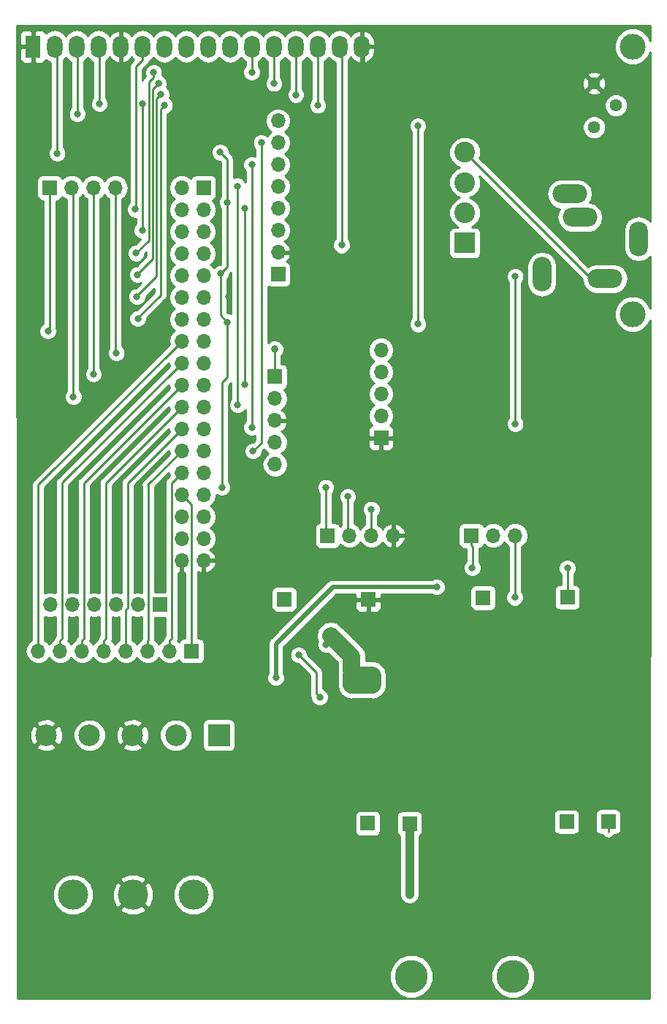
<source format=gbr>
G04 #@! TF.GenerationSoftware,KiCad,Pcbnew,5.0.2-bee76a0~70~ubuntu18.04.1*
G04 #@! TF.CreationDate,2019-03-18T17:02:54-07:00*
G04 #@! TF.ProjectId,Half_Shield,48616c66-5f53-4686-9965-6c642e6b6963,rev?*
G04 #@! TF.SameCoordinates,Original*
G04 #@! TF.FileFunction,Copper,L2,Bot*
G04 #@! TF.FilePolarity,Positive*
%FSLAX46Y46*%
G04 Gerber Fmt 4.6, Leading zero omitted, Abs format (unit mm)*
G04 Created by KiCad (PCBNEW 5.0.2-bee76a0~70~ubuntu18.04.1) date Mon 18 Mar 2019 05:02:54 PM PDT*
%MOMM*%
%LPD*%
G01*
G04 APERTURE LIST*
G04 #@! TA.AperFunction,ComponentPad*
%ADD10R,1.700000X1.700000*%
G04 #@! TD*
G04 #@! TA.AperFunction,ComponentPad*
%ADD11R,1.800000X2.600000*%
G04 #@! TD*
G04 #@! TA.AperFunction,ComponentPad*
%ADD12O,1.800000X2.600000*%
G04 #@! TD*
G04 #@! TA.AperFunction,ComponentPad*
%ADD13C,3.000000*%
G04 #@! TD*
G04 #@! TA.AperFunction,ComponentPad*
%ADD14O,1.700000X1.700000*%
G04 #@! TD*
G04 #@! TA.AperFunction,ComponentPad*
%ADD15C,2.400000*%
G04 #@! TD*
G04 #@! TA.AperFunction,ComponentPad*
%ADD16R,2.400000X2.400000*%
G04 #@! TD*
G04 #@! TA.AperFunction,ComponentPad*
%ADD17O,4.000000X2.200000*%
G04 #@! TD*
G04 #@! TA.AperFunction,ComponentPad*
%ADD18O,2.200000X4.000000*%
G04 #@! TD*
G04 #@! TA.AperFunction,ComponentPad*
%ADD19C,3.500000*%
G04 #@! TD*
G04 #@! TA.AperFunction,ComponentPad*
%ADD20C,3.800000*%
G04 #@! TD*
G04 #@! TA.AperFunction,ComponentPad*
%ADD21C,2.500000*%
G04 #@! TD*
G04 #@! TA.AperFunction,ComponentPad*
%ADD22R,2.500000X2.500000*%
G04 #@! TD*
G04 #@! TA.AperFunction,ComponentPad*
%ADD23C,1.440000*%
G04 #@! TD*
G04 #@! TA.AperFunction,ViaPad*
%ADD24C,0.800000*%
G04 #@! TD*
G04 #@! TA.AperFunction,Conductor*
%ADD25C,0.250000*%
G04 #@! TD*
G04 #@! TA.AperFunction,Conductor*
%ADD26C,1.000000*%
G04 #@! TD*
G04 #@! TA.AperFunction,Conductor*
%ADD27C,2.000000*%
G04 #@! TD*
G04 #@! TA.AperFunction,Conductor*
%ADD28C,0.500000*%
G04 #@! TD*
G04 #@! TA.AperFunction,Conductor*
%ADD29C,0.254000*%
G04 #@! TD*
G04 APERTURE END LIST*
D10*
G04 #@! TO.P,A_Buck_9V1,1*
G04 #@! TO.N,Net-(A_Buck_9V1-Pad1)*
X138582400Y-99618800D03*
G04 #@! TD*
D11*
G04 #@! TO.P,LCD1,1*
G04 #@! TO.N,GND*
X109474000Y-35598100D03*
D12*
G04 #@! TO.P,LCD1,2*
G04 #@! TO.N,+5V*
X112014000Y-35598100D03*
G04 #@! TO.P,LCD1,3*
G04 #@! TO.N,Net-(LCD1-Pad3)*
X114554000Y-35598100D03*
G04 #@! TO.P,LCD1,4*
G04 #@! TO.N,Net-(Arduino_Block1-Pad6)*
X117094000Y-35598100D03*
G04 #@! TO.P,LCD1,5*
G04 #@! TO.N,GND*
X119634000Y-35598100D03*
G04 #@! TO.P,LCD1,6*
G04 #@! TO.N,Net-(Arduino_Block1-Pad4)*
X122174000Y-35598100D03*
G04 #@! TO.P,LCD1,7*
G04 #@! TO.N,N/C*
X124714000Y-35598100D03*
G04 #@! TO.P,LCD1,8*
X127254000Y-35598100D03*
G04 #@! TO.P,LCD1,9*
X129794000Y-35598100D03*
G04 #@! TO.P,LCD1,10*
X132334000Y-35598100D03*
G04 #@! TO.P,LCD1,11*
G04 #@! TO.N,Net-(Arduino_Block1-Pad8)*
X134874000Y-35598100D03*
G04 #@! TO.P,LCD1,12*
G04 #@! TO.N,Net-(Arduino_Block1-Pad10)*
X137414000Y-35598100D03*
G04 #@! TO.P,LCD1,13*
G04 #@! TO.N,Net-(Arduino_Block1-Pad12)*
X139954000Y-35598100D03*
G04 #@! TO.P,LCD1,14*
G04 #@! TO.N,Net-(Arduino_Block1-Pad14)*
X142494000Y-35598100D03*
G04 #@! TO.P,LCD1,15*
G04 #@! TO.N,Net-(LCD1-Pad15)*
X145034000Y-35598100D03*
G04 #@! TO.P,LCD1,16*
G04 #@! TO.N,GND*
X147574000Y-35598100D03*
D13*
G04 #@! TO.P,LCD1,*
G04 #@! TO.N,*
X178973480Y-66598800D03*
X178974000Y-35598100D03*
G04 #@! TD*
D14*
G04 #@! TO.P,Arduino_Block1,36*
G04 #@! TO.N,GND*
X126695200Y-95135700D03*
G04 #@! TO.P,Arduino_Block1,35*
X129235200Y-95135700D03*
G04 #@! TO.P,Arduino_Block1,34*
G04 #@! TO.N,N/C*
X126695200Y-92595700D03*
G04 #@! TO.P,Arduino_Block1,33*
X129235200Y-92595700D03*
G04 #@! TO.P,Arduino_Block1,32*
X126695200Y-90055700D03*
G04 #@! TO.P,Arduino_Block1,31*
X129235200Y-90055700D03*
G04 #@! TO.P,Arduino_Block1,30*
G04 #@! TO.N,Net-(Arduino_Block1-Pad30)*
X126695200Y-87515700D03*
G04 #@! TO.P,Arduino_Block1,29*
G04 #@! TO.N,Relay_IN1*
X129235200Y-87515700D03*
G04 #@! TO.P,Arduino_Block1,28*
G04 #@! TO.N,Net-(Arduino_Block1-Pad28)*
X126695200Y-84975700D03*
G04 #@! TO.P,Arduino_Block1,27*
G04 #@! TO.N,Relay_IN2*
X129235200Y-84975700D03*
G04 #@! TO.P,Arduino_Block1,26*
G04 #@! TO.N,Net-(Arduino_Block1-Pad26)*
X126695200Y-82435700D03*
G04 #@! TO.P,Arduino_Block1,25*
G04 #@! TO.N,CS*
X129235200Y-82435700D03*
G04 #@! TO.P,Arduino_Block1,24*
G04 #@! TO.N,Net-(Arduino_Block1-Pad24)*
X126695200Y-79895700D03*
G04 #@! TO.P,Arduino_Block1,23*
G04 #@! TO.N,SDI*
X129235200Y-79895700D03*
G04 #@! TO.P,Arduino_Block1,22*
G04 #@! TO.N,Net-(Arduino_Block1-Pad22)*
X126695200Y-77355700D03*
G04 #@! TO.P,Arduino_Block1,21*
G04 #@! TO.N,SDO*
X129235200Y-77355700D03*
G04 #@! TO.P,Arduino_Block1,20*
G04 #@! TO.N,Net-(Arduino_Block1-Pad20)*
X126695200Y-74815700D03*
G04 #@! TO.P,Arduino_Block1,19*
G04 #@! TO.N,CLK*
X129235200Y-74815700D03*
G04 #@! TO.P,Arduino_Block1,18*
G04 #@! TO.N,Net-(Arduino_Block1-Pad18)*
X126695200Y-72275700D03*
G04 #@! TO.P,Arduino_Block1,17*
G04 #@! TO.N,N/C*
X129235200Y-72275700D03*
G04 #@! TO.P,Arduino_Block1,16*
G04 #@! TO.N,Net-(Arduino_Block1-Pad16)*
X126695200Y-69735700D03*
G04 #@! TO.P,Arduino_Block1,15*
G04 #@! TO.N,N/C*
X129235200Y-69735700D03*
G04 #@! TO.P,Arduino_Block1,14*
G04 #@! TO.N,Net-(Arduino_Block1-Pad14)*
X126695200Y-67195700D03*
G04 #@! TO.P,Arduino_Block1,13*
G04 #@! TO.N,N/C*
X129235200Y-67195700D03*
G04 #@! TO.P,Arduino_Block1,12*
G04 #@! TO.N,Net-(Arduino_Block1-Pad12)*
X126695200Y-64655700D03*
G04 #@! TO.P,Arduino_Block1,11*
G04 #@! TO.N,N/C*
X129235200Y-64655700D03*
G04 #@! TO.P,Arduino_Block1,10*
G04 #@! TO.N,Net-(Arduino_Block1-Pad10)*
X126695200Y-62115700D03*
G04 #@! TO.P,Arduino_Block1,9*
G04 #@! TO.N,N/C*
X129235200Y-62115700D03*
G04 #@! TO.P,Arduino_Block1,8*
G04 #@! TO.N,Net-(Arduino_Block1-Pad8)*
X126695200Y-59575700D03*
G04 #@! TO.P,Arduino_Block1,7*
G04 #@! TO.N,N/C*
X129235200Y-59575700D03*
G04 #@! TO.P,Arduino_Block1,6*
G04 #@! TO.N,Net-(Arduino_Block1-Pad6)*
X126695200Y-57035700D03*
G04 #@! TO.P,Arduino_Block1,5*
G04 #@! TO.N,N/C*
X129235200Y-57035700D03*
G04 #@! TO.P,Arduino_Block1,4*
G04 #@! TO.N,Net-(Arduino_Block1-Pad4)*
X126695200Y-54495700D03*
G04 #@! TO.P,Arduino_Block1,3*
G04 #@! TO.N,N/C*
X129235200Y-54495700D03*
G04 #@! TO.P,Arduino_Block1,2*
G04 #@! TO.N,+5V*
X126695200Y-51955700D03*
D10*
G04 #@! TO.P,Arduino_Block1,1*
X129235200Y-51955700D03*
G04 #@! TD*
D14*
G04 #@! TO.P,Arduino_Block2,4*
G04 #@! TO.N,Net-(Arduino_Block2-Pad4)*
X119024400Y-51955700D03*
G04 #@! TO.P,Arduino_Block2,3*
G04 #@! TO.N,Net-(Arduino_Block2-Pad3)*
X116484400Y-51955700D03*
G04 #@! TO.P,Arduino_Block2,2*
G04 #@! TO.N,pH_TX*
X113944400Y-51955700D03*
D10*
G04 #@! TO.P,Arduino_Block2,1*
G04 #@! TO.N,pH_RX*
X111404400Y-51955700D03*
G04 #@! TD*
D14*
G04 #@! TO.P,Arduino_Block3,6*
G04 #@! TO.N,N/C*
X111455200Y-100266500D03*
G04 #@! TO.P,Arduino_Block3,5*
X113995200Y-100266500D03*
G04 #@! TO.P,Arduino_Block3,4*
X116535200Y-100266500D03*
G04 #@! TO.P,Arduino_Block3,3*
X119075200Y-100266500D03*
G04 #@! TO.P,Arduino_Block3,2*
X121615200Y-100266500D03*
D10*
G04 #@! TO.P,Arduino_Block3,1*
X124155200Y-100266500D03*
G04 #@! TD*
D14*
G04 #@! TO.P,Keypad1,8*
G04 #@! TO.N,Net-(Arduino_Block1-Pad16)*
X110083600Y-105613200D03*
G04 #@! TO.P,Keypad1,7*
G04 #@! TO.N,Net-(Arduino_Block1-Pad18)*
X112623600Y-105613200D03*
G04 #@! TO.P,Keypad1,6*
G04 #@! TO.N,Net-(Arduino_Block1-Pad20)*
X115163600Y-105613200D03*
G04 #@! TO.P,Keypad1,5*
G04 #@! TO.N,Net-(Arduino_Block1-Pad22)*
X117703600Y-105613200D03*
G04 #@! TO.P,Keypad1,4*
G04 #@! TO.N,Net-(Arduino_Block1-Pad24)*
X120243600Y-105613200D03*
G04 #@! TO.P,Keypad1,3*
G04 #@! TO.N,Net-(Arduino_Block1-Pad26)*
X122783600Y-105613200D03*
G04 #@! TO.P,Keypad1,2*
G04 #@! TO.N,Net-(Arduino_Block1-Pad28)*
X125323600Y-105613200D03*
D10*
G04 #@! TO.P,Keypad1,1*
G04 #@! TO.N,Net-(Arduino_Block1-Pad30)*
X127863600Y-105613200D03*
G04 #@! TD*
D14*
G04 #@! TO.P,pH_carrier1,5*
G04 #@! TO.N,+5V*
X137515600Y-84010500D03*
G04 #@! TO.P,pH_carrier1,4*
G04 #@! TO.N,N/C*
X137515600Y-81470500D03*
G04 #@! TO.P,pH_carrier1,3*
G04 #@! TO.N,GND*
X137515600Y-78930500D03*
G04 #@! TO.P,pH_carrier1,2*
G04 #@! TO.N,pH_TX*
X137515600Y-76390500D03*
D10*
G04 #@! TO.P,pH_carrier1,1*
G04 #@! TO.N,pH_RX*
X137515600Y-73850500D03*
G04 #@! TD*
D15*
G04 #@! TO.P,PT100_Input1,3*
G04 #@! TO.N,Net-(PT100_Input1-Pad3)*
X159509426Y-51350304D03*
G04 #@! TO.P,PT100_Input1,4*
G04 #@! TO.N,Net-(PT100_Input1-Pad4)*
X159509426Y-47850304D03*
G04 #@! TO.P,PT100_Input1,2*
G04 #@! TO.N,Net-(PT100_Input1-Pad2)*
X159509426Y-54850304D03*
D16*
G04 #@! TO.P,PT100_Input1,1*
G04 #@! TO.N,N/C*
X159509426Y-58350304D03*
G04 #@! TD*
D17*
G04 #@! TO.P,PT100_Jack1,1*
G04 #@! TO.N,Net-(PT100_Input1-Pad4)*
X175768000Y-62484000D03*
D18*
G04 #@! TO.P,PT100_Jack1,4*
G04 #@! TO.N,N/C*
X168468000Y-61984000D03*
D17*
G04 #@! TO.P,PT100_Jack1,5*
X172868000Y-55384000D03*
G04 #@! TO.P,PT100_Jack1,2*
G04 #@! TO.N,Net-(PT100_Input1-Pad3)*
X171668000Y-52684000D03*
D18*
G04 #@! TO.P,PT100_Jack1,3*
G04 #@! TO.N,Net-(PT100_Input1-Pad2)*
X179668000Y-57884000D03*
G04 #@! TD*
D14*
G04 #@! TO.P,Relay_control1,4*
G04 #@! TO.N,GND*
X151231600Y-92252800D03*
G04 #@! TO.P,Relay_control1,3*
G04 #@! TO.N,Relay_IN1*
X148691600Y-92252800D03*
G04 #@! TO.P,Relay_control1,2*
G04 #@! TO.N,Relay_IN2*
X146151600Y-92252800D03*
D10*
G04 #@! TO.P,Relay_control1,1*
G04 #@! TO.N,+5V*
X143611600Y-92252800D03*
G04 #@! TD*
G04 #@! TO.P,Relay_pwr1,1*
G04 #@! TO.N,Net-(R_Buck_GND1-Pad1)*
X160274000Y-92252800D03*
D14*
G04 #@! TO.P,Relay_pwr1,2*
G04 #@! TO.N,N/C*
X162814000Y-92252800D03*
G04 #@! TO.P,Relay_pwr1,3*
G04 #@! TO.N,Net-(R_Buck_5V1-Pad1)*
X165354000Y-92252800D03*
G04 #@! TD*
D10*
G04 #@! TO.P,A_Buck1,1*
G04 #@! TO.N,Net-(AC-L1-Pad1)*
X153110949Y-125618646D03*
G04 #@! TD*
G04 #@! TO.P,A_Buck2,1*
G04 #@! TO.N,Net-(AC-N1-Pad1)*
X148259549Y-125580546D03*
G04 #@! TD*
G04 #@! TO.P,A_Buck_GND1,1*
G04 #@! TO.N,GND*
X148323049Y-99659846D03*
G04 #@! TD*
G04 #@! TO.P,R_Buck2,1*
G04 #@! TO.N,Net-(AC-L1-Pad1)*
X176137176Y-125383292D03*
G04 #@! TD*
G04 #@! TO.P,R_Buck_1,1*
G04 #@! TO.N,Net-(AC-N1-Pad1)*
X171311176Y-125395992D03*
G04 #@! TD*
G04 #@! TO.P,R_Buck_5V1,1*
G04 #@! TO.N,Net-(R_Buck_5V1-Pad1)*
X161621076Y-99449892D03*
G04 #@! TD*
G04 #@! TO.P,R_Buck_GND1,1*
G04 #@! TO.N,Net-(R_Buck_GND1-Pad1)*
X171400076Y-99399092D03*
G04 #@! TD*
D19*
G04 #@! TO.P,AC-E1,1*
G04 #@! TO.N,GND*
X121056400Y-133858000D03*
G04 #@! TD*
G04 #@! TO.P,AC-L1,1*
G04 #@! TO.N,Net-(AC-L1-Pad1)*
X128066800Y-133858000D03*
G04 #@! TD*
G04 #@! TO.P,AC-N1,1*
G04 #@! TO.N,Net-(AC-N1-Pad1)*
X114096800Y-133858000D03*
G04 #@! TD*
D14*
G04 #@! TO.P,PT100_amp1,8*
G04 #@! TO.N,N/C*
X137871200Y-44196000D03*
G04 #@! TO.P,PT100_amp1,7*
G04 #@! TO.N,CS*
X137871200Y-46736000D03*
G04 #@! TO.P,PT100_amp1,6*
G04 #@! TO.N,SDI*
X137871200Y-49276000D03*
G04 #@! TO.P,PT100_amp1,5*
G04 #@! TO.N,SDO*
X137871200Y-51816000D03*
G04 #@! TO.P,PT100_amp1,4*
G04 #@! TO.N,CLK*
X137871200Y-54356000D03*
G04 #@! TO.P,PT100_amp1,3*
G04 #@! TO.N,N/C*
X137871200Y-56896000D03*
G04 #@! TO.P,PT100_amp1,2*
G04 #@! TO.N,GND*
X137871200Y-59436000D03*
D10*
G04 #@! TO.P,PT100_amp1,1*
G04 #@! TO.N,+5V*
X137871200Y-61976000D03*
G04 #@! TD*
D20*
G04 #@! TO.P,Screw1,1*
G04 #@! TO.N,Net-(AC-L1-Pad1)*
X153314400Y-143306800D03*
G04 #@! TD*
G04 #@! TO.P,Screw2,1*
G04 #@! TO.N,Net-(AC-L1-Pad1)*
X165100000Y-143306800D03*
G04 #@! TD*
D21*
G04 #@! TO.P,Power_Screws1,5*
G04 #@! TO.N,GND*
X111013200Y-115366800D03*
G04 #@! TO.P,Power_Screws1,4*
G04 #@! TO.N,Net-(AC-N1-Pad1)*
X116013200Y-115366800D03*
G04 #@! TO.P,Power_Screws1,3*
G04 #@! TO.N,GND*
X121013200Y-115366800D03*
G04 #@! TO.P,Power_Screws1,2*
G04 #@! TO.N,Net-(AC-N1-Pad1)*
X126013200Y-115366800D03*
D22*
G04 #@! TO.P,Power_Screws1,1*
G04 #@! TO.N,Net-(Cout1-Pad1)*
X131013200Y-115366800D03*
G04 #@! TD*
D14*
G04 #@! TO.P,PCF8523_RTC1,5*
G04 #@! TO.N,N/C*
X149809200Y-70764400D03*
G04 #@! TO.P,PCF8523_RTC1,4*
G04 #@! TO.N,Net-(Arduino_Block2-Pad4)*
X149809200Y-73304400D03*
G04 #@! TO.P,PCF8523_RTC1,3*
G04 #@! TO.N,Net-(Arduino_Block2-Pad3)*
X149809200Y-75844400D03*
G04 #@! TO.P,PCF8523_RTC1,2*
G04 #@! TO.N,+5V*
X149809200Y-78384400D03*
D10*
G04 #@! TO.P,PCF8523_RTC1,1*
G04 #@! TO.N,GND*
X149809200Y-80924400D03*
G04 #@! TD*
D23*
G04 #@! TO.P,RV1,1*
G04 #@! TO.N,GND*
X174498000Y-39878000D03*
G04 #@! TO.P,RV1,2*
G04 #@! TO.N,Net-(LCD1-Pad3)*
X177038000Y-42418000D03*
G04 #@! TO.P,RV1,3*
G04 #@! TO.N,+5V*
X174498000Y-44958000D03*
G04 #@! TD*
D24*
G04 #@! TO.N,GND*
X171297600Y-81534000D03*
X171297600Y-65887600D03*
X143459200Y-65887600D03*
X143459200Y-60147200D03*
X147828000Y-65887600D03*
X147828000Y-45872400D03*
X119634000Y-45472401D03*
X141173200Y-111506000D03*
X121666000Y-89255600D03*
X124002800Y-89306400D03*
X119126000Y-89306400D03*
X116586000Y-89306400D03*
X114147600Y-89306400D03*
X111353600Y-89306400D03*
X124206000Y-102920800D03*
X121615200Y-102920800D03*
X119024400Y-102920800D03*
X116687600Y-102920800D03*
X114096800Y-102920800D03*
X111353600Y-102920800D03*
X141224000Y-73152000D03*
X137058400Y-88493600D03*
X132181600Y-64617600D03*
X163423600Y-55270400D03*
X167335200Y-52628800D03*
X144170400Y-126746000D03*
X139090400Y-126746000D03*
X134010400Y-126746000D03*
X128930400Y-126746000D03*
G04 #@! TO.N,Relay_IN1*
X148691600Y-89204800D03*
G04 #@! TO.N,Relay_IN2*
X145948400Y-87731600D03*
G04 #@! TO.N,CS*
X134975600Y-82448400D03*
X135940800Y-46736000D03*
G04 #@! TO.N,SDI*
X134823200Y-79705200D03*
X134823200Y-49276000D03*
G04 #@! TO.N,SDO*
X133197600Y-77114400D03*
X133146800Y-51765200D03*
G04 #@! TO.N,CLK*
X134010400Y-74777600D03*
X134010400Y-54305200D03*
G04 #@! TO.N,Net-(Arduino_Block1-Pad14)*
X121615200Y-67106800D03*
X142468600Y-42418000D03*
X124714000Y-42418000D03*
G04 #@! TO.N,Net-(Arduino_Block1-Pad12)*
X121513600Y-64566800D03*
X139928600Y-41173400D03*
X124307600Y-41148000D03*
G04 #@! TO.N,Net-(Arduino_Block1-Pad10)*
X121564400Y-62026800D03*
X137388600Y-39878000D03*
X124002800Y-39878000D03*
G04 #@! TO.N,Net-(Arduino_Block1-Pad8)*
X121412000Y-59537600D03*
X134823200Y-38557200D03*
X123444000Y-38608000D03*
G04 #@! TO.N,Net-(Arduino_Block1-Pad6)*
X122123200Y-56896000D03*
X117170200Y-42240200D03*
X122174000Y-42265600D03*
G04 #@! TO.N,Net-(Arduino_Block1-Pad4)*
X121310400Y-54457600D03*
G04 #@! TO.N,+5V*
X131978400Y-67513200D03*
X131978400Y-53644800D03*
X143408400Y-86664800D03*
X154076400Y-44805600D03*
X154076400Y-67741800D03*
X131368800Y-86664800D03*
X112268000Y-47955200D03*
X165354000Y-79298800D03*
X165354000Y-62230000D03*
X131165600Y-47853600D03*
X131200400Y-61909200D03*
G04 #@! TO.N,pH_TX*
X114147600Y-76149200D03*
G04 #@! TO.N,pH_RX*
X137464800Y-70612000D03*
X137515600Y-70662800D03*
X111201200Y-68560699D03*
G04 #@! TO.N,Net-(AC-L1-Pad1)*
X153111200Y-133807200D03*
G04 #@! TO.N,Net-(LCD1-Pad3)*
X114604800Y-43383200D03*
G04 #@! TO.N,Net-(LCD1-Pad15)*
X145237200Y-58597800D03*
G04 #@! TO.N,Net-(A_Buck_9V1-Pad1)*
X142697200Y-110947200D03*
X140258800Y-106070400D03*
G04 #@! TO.N,Net-(Arduino_Block2-Pad4)*
X119126000Y-71069200D03*
G04 #@! TO.N,Net-(Arduino_Block2-Pad3)*
X116484400Y-73558400D03*
G04 #@! TO.N,Net-(Cbst1-Pad1)*
X143408400Y-104851200D03*
X143408400Y-103835200D03*
X146405600Y-108407200D03*
X147574000Y-108407200D03*
X148793200Y-108407200D03*
X148793200Y-109524800D03*
X147574000Y-109524800D03*
X146405600Y-109524800D03*
G04 #@! TO.N,Net-(Cout1-Pad1)*
X137617200Y-108712000D03*
X156260800Y-98196400D03*
G04 #@! TO.N,Net-(R_Buck_5V1-Pad1)*
X165303200Y-99415600D03*
G04 #@! TO.N,Net-(R_Buck_GND1-Pad1)*
X160375600Y-95961200D03*
X171399200Y-96012000D03*
G04 #@! TD*
D25*
G04 #@! TO.N,GND*
X119684800Y-35648900D02*
X119634000Y-35598100D01*
X137805126Y-59429804D02*
X137817826Y-59417104D01*
X119532400Y-35699700D02*
X119634000Y-35598100D01*
X171297600Y-81534000D02*
X171297600Y-81178400D01*
X171297600Y-81534000D02*
X171297600Y-65887600D01*
X171297600Y-65887600D02*
X171297600Y-65887600D01*
X143459200Y-65887600D02*
X143459200Y-60147200D01*
X143459200Y-60147200D02*
X143459200Y-60147200D01*
X147828000Y-35852100D02*
X147574000Y-35598100D01*
X147828000Y-65887600D02*
X147828000Y-45872400D01*
X147828000Y-45872400D02*
X147828000Y-35852100D01*
X119634000Y-37148100D02*
X119634000Y-45472401D01*
X119634000Y-35598100D02*
X119634000Y-37148100D01*
X111150400Y-115229600D02*
X111013200Y-115366800D01*
G04 #@! TO.N,Relay_IN1*
X148691600Y-89204800D02*
X148691600Y-89770485D01*
X148691600Y-89770485D02*
X148691600Y-92252800D01*
G04 #@! TO.N,Relay_IN2*
X145948400Y-87731600D02*
X145948400Y-92049600D01*
X145948400Y-92049600D02*
X146151600Y-92252800D01*
X145948400Y-91948000D02*
X146050000Y-92049600D01*
G04 #@! TO.N,Net-(Arduino_Block1-Pad30)*
X127762000Y-88582500D02*
X126695200Y-87515700D01*
X127870201Y-88690701D02*
X127762000Y-88582500D01*
X127863600Y-105613200D02*
X127863600Y-95706302D01*
X127863600Y-95706302D02*
X127870201Y-95699701D01*
X127870201Y-95699701D02*
X127870201Y-88690701D01*
G04 #@! TO.N,Net-(Arduino_Block1-Pad28)*
X125323600Y-105613200D02*
X125323600Y-104411119D01*
X125323600Y-104411119D02*
X125520199Y-104214520D01*
X125520199Y-104214520D02*
X125520199Y-86150701D01*
X125520199Y-86150701D02*
X126695200Y-84975700D01*
G04 #@! TO.N,Net-(Arduino_Block1-Pad26)*
X122783600Y-104411119D02*
X122790201Y-104404518D01*
X122790201Y-86340699D02*
X126695200Y-82435700D01*
X122848201Y-86398699D02*
X122848201Y-88202601D01*
X122790201Y-86340699D02*
X122848201Y-86398699D01*
X122783600Y-104411119D02*
X122783600Y-105613200D01*
X122848201Y-104346518D02*
X122783600Y-104411119D01*
X122848201Y-88202601D02*
X122848201Y-104346518D01*
G04 #@! TO.N,CS*
X135940800Y-81483200D02*
X134975600Y-82448400D01*
X135940800Y-46736000D02*
X135940800Y-81483200D01*
X137754326Y-46780604D02*
X137817826Y-46717104D01*
G04 #@! TO.N,Net-(Arduino_Block1-Pad24)*
X120243600Y-105613200D02*
X120243600Y-100837102D01*
X120243600Y-100837102D02*
X120440199Y-100640503D01*
X120440199Y-100640503D02*
X120440199Y-86150701D01*
X120440199Y-86150701D02*
X126695200Y-79895700D01*
G04 #@! TO.N,SDI*
X134823200Y-49276000D02*
X134823200Y-79806800D01*
X137754326Y-49320604D02*
X137817826Y-49257104D01*
G04 #@! TO.N,Net-(Arduino_Block1-Pad22)*
X117703600Y-105613200D02*
X117703600Y-104411119D01*
X117703600Y-104411119D02*
X117900199Y-104214520D01*
X117900199Y-104214520D02*
X117900199Y-86150701D01*
X117900199Y-86150701D02*
X126695200Y-77355700D01*
G04 #@! TO.N,SDO*
X133132999Y-52933600D02*
X133132999Y-77128201D01*
X133132999Y-52795001D02*
X133132999Y-52933600D01*
X133146800Y-51765200D02*
X133146800Y-52330885D01*
X133146800Y-52330885D02*
X133132999Y-52344686D01*
X133132999Y-52344686D02*
X133132999Y-52933600D01*
X137805126Y-51809804D02*
X137817826Y-51797104D01*
G04 #@! TO.N,Net-(Arduino_Block1-Pad20)*
X115360199Y-104214520D02*
X115163600Y-104411119D01*
X115163600Y-104411119D02*
X115163600Y-105613200D01*
X126695200Y-74815700D02*
X115360199Y-86150701D01*
X115360199Y-86150701D02*
X115360199Y-104214520D01*
G04 #@! TO.N,CLK*
X134010400Y-54305200D02*
X134010400Y-74828400D01*
X137805126Y-54349804D02*
X137817826Y-54337104D01*
G04 #@! TO.N,Net-(Arduino_Block1-Pad18)*
X112966500Y-86004400D02*
X126695200Y-72275700D01*
X112623600Y-105613200D02*
X112623600Y-104411119D01*
X112623600Y-104411119D02*
X112820199Y-104214520D01*
X112820199Y-104214520D02*
X112820199Y-86150701D01*
X112820199Y-86150701D02*
X112966500Y-86004400D01*
G04 #@! TO.N,Net-(Arduino_Block1-Pad16)*
X110083600Y-86347300D02*
X110083600Y-105613200D01*
X126695200Y-69735700D02*
X110083600Y-86347300D01*
G04 #@! TO.N,Net-(Arduino_Block1-Pad14)*
X124249610Y-64370790D02*
X121513600Y-67106800D01*
X124714000Y-42418000D02*
X124249610Y-42882390D01*
X124249610Y-42882390D02*
X124249610Y-64370790D01*
X142468600Y-42418000D02*
X142468600Y-35623500D01*
X142468600Y-35623500D02*
X142494000Y-35598100D01*
G04 #@! TO.N,Net-(Arduino_Block1-Pad12)*
X123799600Y-62230000D02*
X121513600Y-64516000D01*
X124307600Y-41148000D02*
X123799600Y-41656000D01*
X123799600Y-41656000D02*
X123799600Y-62230000D01*
X139928600Y-41173400D02*
X139928600Y-35623500D01*
X139928600Y-35623500D02*
X139954000Y-35598100D01*
G04 #@! TO.N,Net-(Arduino_Block1-Pad10)*
X123349011Y-60191389D02*
X121513600Y-62026800D01*
X124002800Y-39878000D02*
X123349011Y-40531789D01*
X123349011Y-40531789D02*
X123349011Y-60191389D01*
X137388600Y-39878000D02*
X137388600Y-35623500D01*
X137388600Y-35623500D02*
X137414000Y-35598100D01*
G04 #@! TO.N,Net-(Arduino_Block1-Pad8)*
X122899001Y-58050599D02*
X121412000Y-59537600D01*
X123444000Y-39173685D02*
X122899001Y-39718684D01*
X123444000Y-38608000D02*
X123444000Y-39173685D01*
X122899001Y-39718684D02*
X122899001Y-58050599D01*
X134874000Y-35598100D02*
X134874000Y-38506400D01*
X134874000Y-38506400D02*
X134823200Y-38557200D01*
G04 #@! TO.N,Net-(Arduino_Block1-Pad6)*
X122174000Y-42265600D02*
X122174000Y-56997600D01*
X117170200Y-42240200D02*
X117170200Y-35674300D01*
X117170200Y-35674300D02*
X117094000Y-35598100D01*
G04 #@! TO.N,Net-(Arduino_Block1-Pad4)*
X122174000Y-37148100D02*
X121398199Y-37923901D01*
X121398199Y-37923901D02*
X121398199Y-54392999D01*
X122174000Y-35598100D02*
X122174000Y-37148100D01*
G04 #@! TO.N,+5V*
X154076400Y-67176115D02*
X154076400Y-44805600D01*
X154076400Y-67741800D02*
X154076400Y-67176115D01*
X143408400Y-86664800D02*
X143408400Y-92049600D01*
X131978400Y-73901300D02*
X131978400Y-67513200D01*
X131368800Y-86664800D02*
X131368800Y-74510900D01*
X131368800Y-74510900D02*
X131978400Y-73901300D01*
X137668000Y-62179200D02*
X137871200Y-61976000D01*
X112268000Y-47955200D02*
X112268000Y-35852100D01*
X137718800Y-62128400D02*
X137871200Y-61976000D01*
X165354000Y-79298800D02*
X165354000Y-79298800D01*
X165354000Y-79298800D02*
X165354000Y-62230000D01*
X165354000Y-62230000D02*
X165354000Y-62128400D01*
X131165600Y-47853600D02*
X131165600Y-47853600D01*
X131978400Y-48666400D02*
X131165600Y-47853600D01*
X131978400Y-53644800D02*
X131978400Y-48666400D01*
X131978400Y-61131200D02*
X131200400Y-61909200D01*
X131978400Y-53644800D02*
X131978400Y-61131200D01*
X131200400Y-66735200D02*
X131978400Y-67513200D01*
X131200400Y-61909200D02*
X131200400Y-66735200D01*
G04 #@! TO.N,pH_TX*
X114147600Y-52158900D02*
X113944400Y-51955700D01*
X137502900Y-76403200D02*
X137515600Y-76390500D01*
X114147600Y-76149200D02*
X114147600Y-52158900D01*
G04 #@! TO.N,pH_RX*
X137515600Y-73850500D02*
X137515600Y-70662800D01*
X111404400Y-68357499D02*
X111201200Y-68560699D01*
X111404400Y-51955700D02*
X111404400Y-68357499D01*
G04 #@! TO.N,Net-(AC-L1-Pad1)*
X176174400Y-126520516D02*
X176137176Y-126483292D01*
X176137176Y-126483292D02*
X176137176Y-125383292D01*
D26*
X153111200Y-133807200D02*
X153111200Y-125618897D01*
D25*
X153111200Y-125618897D02*
X153110949Y-125618646D01*
G04 #@! TO.N,Net-(AC-N1-Pad1)*
X171297600Y-125409568D02*
X171311176Y-125395992D01*
G04 #@! TO.N,Net-(LCD1-Pad3)*
X114604800Y-43383200D02*
X114604800Y-35648900D01*
X114604800Y-35648900D02*
X114554000Y-35598100D01*
G04 #@! TO.N,Net-(LCD1-Pad15)*
X145237200Y-58597800D02*
X145237200Y-35801300D01*
X145237200Y-35801300D02*
X145034000Y-35598100D01*
X145110200Y-35674300D02*
X145034000Y-35598100D01*
G04 #@! TO.N,Net-(PT100_Input1-Pad4)*
X174143122Y-62484000D02*
X175768000Y-62484000D01*
X159509426Y-47850304D02*
X174143122Y-62484000D01*
G04 #@! TO.N,Net-(A_Buck_9V1-Pad1)*
X142297201Y-110547201D02*
X142297201Y-108108801D01*
X142697200Y-110947200D02*
X142297201Y-110547201D01*
X142297201Y-108108801D02*
X140258800Y-106070400D01*
X140258800Y-106070400D02*
X140208000Y-106019600D01*
G04 #@! TO.N,Net-(Arduino_Block2-Pad4)*
X119024400Y-70967600D02*
X119126000Y-71069200D01*
X119024400Y-51955700D02*
X119024400Y-70967600D01*
G04 #@! TO.N,Net-(Arduino_Block2-Pad3)*
X116484400Y-51955700D02*
X116484400Y-73558400D01*
G04 #@! TO.N,Net-(Cbst1-Pad1)*
X146405600Y-107841515D02*
X146405600Y-108407200D01*
D27*
X146405600Y-106266715D02*
X146405600Y-107841515D01*
X143974085Y-103835200D02*
X146405600Y-106266715D01*
D25*
X143408400Y-103835200D02*
X143974085Y-103835200D01*
D27*
X146405600Y-108407200D02*
X147574000Y-108407200D01*
X147574000Y-108407200D02*
X148793200Y-108407200D01*
X148793200Y-108407200D02*
X148793200Y-109524800D01*
X148793200Y-109524800D02*
X147574000Y-109524800D01*
X147574000Y-109524800D02*
X146405600Y-109524800D01*
X146405600Y-109524800D02*
X146405600Y-108407200D01*
D25*
G04 #@! TO.N,Net-(Cout1-Pad1)*
X156260800Y-98196400D02*
X156260800Y-98196400D01*
D28*
X156260800Y-98196400D02*
X144221200Y-98196400D01*
X137617200Y-104800400D02*
X137617200Y-108712000D01*
X144221200Y-98196400D02*
X137617200Y-104800400D01*
D25*
G04 #@! TO.N,Net-(R_Buck_5V1-Pad1)*
X165354000Y-92252800D02*
X165354000Y-99364800D01*
X165354000Y-99364800D02*
X165303200Y-99415600D01*
X161640595Y-99430373D02*
X161621076Y-99449892D01*
G04 #@! TO.N,Net-(R_Buck_GND1-Pad1)*
X160426400Y-93505200D02*
X160426400Y-95961200D01*
X160274000Y-92252800D02*
X160274000Y-93352800D01*
X160274000Y-93352800D02*
X160426400Y-93505200D01*
X171399200Y-98298216D02*
X171399200Y-95961200D01*
X171400076Y-99399092D02*
X171400076Y-98299092D01*
X171400076Y-98299092D02*
X171399200Y-98298216D01*
G04 #@! TD*
D29*
G04 #@! TO.N,GND*
G36*
X181025122Y-34970922D02*
X180783966Y-34388720D01*
X180183380Y-33788134D01*
X179398678Y-33463100D01*
X178549322Y-33463100D01*
X177764620Y-33788134D01*
X177164034Y-34388720D01*
X176839000Y-35173422D01*
X176839000Y-36022778D01*
X177164034Y-36807480D01*
X177764620Y-37408066D01*
X178549322Y-37733100D01*
X179398678Y-37733100D01*
X180183380Y-37408066D01*
X180783966Y-36807480D01*
X181024004Y-36227978D01*
X181006533Y-55864340D01*
X180918865Y-55733135D01*
X180344963Y-55349666D01*
X179668000Y-55215010D01*
X178991038Y-55349666D01*
X178417136Y-55733135D01*
X178033667Y-56307037D01*
X177933001Y-56813120D01*
X177933000Y-58954879D01*
X178033666Y-59460962D01*
X178417135Y-60034865D01*
X178991037Y-60418334D01*
X179668000Y-60552990D01*
X180344962Y-60418334D01*
X180918865Y-60034865D01*
X181002935Y-59909045D01*
X180997599Y-65906432D01*
X180783446Y-65389420D01*
X180182860Y-64788834D01*
X179398158Y-64463800D01*
X178548802Y-64463800D01*
X177764100Y-64788834D01*
X177163514Y-65389420D01*
X176838480Y-66174122D01*
X176838480Y-67023478D01*
X177163514Y-67808180D01*
X177764100Y-68408766D01*
X178548802Y-68733800D01*
X179398158Y-68733800D01*
X180182860Y-68408766D01*
X180783446Y-67808180D01*
X180996365Y-67294149D01*
X180926454Y-145873301D01*
X107719146Y-145823499D01*
X107716458Y-142802557D01*
X150779400Y-142802557D01*
X150779400Y-143811043D01*
X151165330Y-144742762D01*
X151878438Y-145455870D01*
X152810157Y-145841800D01*
X153818643Y-145841800D01*
X154750362Y-145455870D01*
X155463470Y-144742762D01*
X155849400Y-143811043D01*
X155849400Y-142802557D01*
X162565000Y-142802557D01*
X162565000Y-143811043D01*
X162950930Y-144742762D01*
X163664038Y-145455870D01*
X164595757Y-145841800D01*
X165604243Y-145841800D01*
X166535962Y-145455870D01*
X167249070Y-144742762D01*
X167635000Y-143811043D01*
X167635000Y-142802557D01*
X167249070Y-141870838D01*
X166535962Y-141157730D01*
X165604243Y-140771800D01*
X164595757Y-140771800D01*
X163664038Y-141157730D01*
X162950930Y-141870838D01*
X162565000Y-142802557D01*
X155849400Y-142802557D01*
X155463470Y-141870838D01*
X154750362Y-141157730D01*
X153818643Y-140771800D01*
X152810157Y-140771800D01*
X151878438Y-141157730D01*
X151165330Y-141870838D01*
X150779400Y-142802557D01*
X107716458Y-142802557D01*
X107708075Y-133383594D01*
X111711800Y-133383594D01*
X111711800Y-134332406D01*
X112074895Y-135208994D01*
X112745806Y-135879905D01*
X113622394Y-136243000D01*
X114571206Y-136243000D01*
X115447794Y-135879905D01*
X115775171Y-135552528D01*
X119541477Y-135552528D01*
X119731764Y-135897271D01*
X120612991Y-136248956D01*
X121561723Y-136236641D01*
X122381036Y-135897271D01*
X122571323Y-135552528D01*
X121056400Y-134037605D01*
X119541477Y-135552528D01*
X115775171Y-135552528D01*
X116118705Y-135208994D01*
X116481800Y-134332406D01*
X116481800Y-133414591D01*
X118665444Y-133414591D01*
X118677759Y-134363323D01*
X119017129Y-135182636D01*
X119361872Y-135372923D01*
X120876795Y-133858000D01*
X121236005Y-133858000D01*
X122750928Y-135372923D01*
X123095671Y-135182636D01*
X123447356Y-134301409D01*
X123435443Y-133383594D01*
X125681800Y-133383594D01*
X125681800Y-134332406D01*
X126044895Y-135208994D01*
X126715806Y-135879905D01*
X127592394Y-136243000D01*
X128541206Y-136243000D01*
X129417794Y-135879905D01*
X130088705Y-135208994D01*
X130451800Y-134332406D01*
X130451800Y-133383594D01*
X130088705Y-132507006D01*
X129417794Y-131836095D01*
X128541206Y-131473000D01*
X127592394Y-131473000D01*
X126715806Y-131836095D01*
X126044895Y-132507006D01*
X125681800Y-133383594D01*
X123435443Y-133383594D01*
X123435041Y-133352677D01*
X123095671Y-132533364D01*
X122750928Y-132343077D01*
X121236005Y-133858000D01*
X120876795Y-133858000D01*
X119361872Y-132343077D01*
X119017129Y-132533364D01*
X118665444Y-133414591D01*
X116481800Y-133414591D01*
X116481800Y-133383594D01*
X116118705Y-132507006D01*
X115775171Y-132163472D01*
X119541477Y-132163472D01*
X121056400Y-133678395D01*
X122571323Y-132163472D01*
X122381036Y-131818729D01*
X121499809Y-131467044D01*
X120551077Y-131479359D01*
X119731764Y-131818729D01*
X119541477Y-132163472D01*
X115775171Y-132163472D01*
X115447794Y-131836095D01*
X114571206Y-131473000D01*
X113622394Y-131473000D01*
X112745806Y-131836095D01*
X112074895Y-132507006D01*
X111711800Y-133383594D01*
X107708075Y-133383594D01*
X107700374Y-124730546D01*
X146762109Y-124730546D01*
X146762109Y-126430546D01*
X146811392Y-126678311D01*
X146951740Y-126888355D01*
X147161784Y-127028703D01*
X147409549Y-127077986D01*
X149109549Y-127077986D01*
X149357314Y-127028703D01*
X149567358Y-126888355D01*
X149707706Y-126678311D01*
X149756989Y-126430546D01*
X149756989Y-124768646D01*
X151613509Y-124768646D01*
X151613509Y-126468646D01*
X151662792Y-126716411D01*
X151803140Y-126926455D01*
X151976201Y-127042091D01*
X151976200Y-133918982D01*
X152042054Y-134250054D01*
X152292911Y-134625489D01*
X152668345Y-134876346D01*
X153111200Y-134964435D01*
X153554054Y-134876346D01*
X153929489Y-134625489D01*
X154180346Y-134250055D01*
X154246200Y-133918983D01*
X154246200Y-127041755D01*
X154418758Y-126926455D01*
X154559106Y-126716411D01*
X154608389Y-126468646D01*
X154608389Y-124768646D01*
X154564101Y-124545992D01*
X169813736Y-124545992D01*
X169813736Y-126245992D01*
X169863019Y-126493757D01*
X170003367Y-126703801D01*
X170213411Y-126844149D01*
X170461176Y-126893432D01*
X172161176Y-126893432D01*
X172408941Y-126844149D01*
X172618985Y-126703801D01*
X172759333Y-126493757D01*
X172808616Y-126245992D01*
X172808616Y-124545992D01*
X172806090Y-124533292D01*
X174639736Y-124533292D01*
X174639736Y-126233292D01*
X174689019Y-126481057D01*
X174829367Y-126691101D01*
X175039411Y-126831449D01*
X175287176Y-126880732D01*
X175488694Y-126880732D01*
X175589247Y-127031221D01*
X175652706Y-127073623D01*
X175689928Y-127110845D01*
X175877863Y-127236420D01*
X176174400Y-127295404D01*
X176470937Y-127236420D01*
X176722329Y-127068445D01*
X176847755Y-126880732D01*
X176987176Y-126880732D01*
X177234941Y-126831449D01*
X177444985Y-126691101D01*
X177585333Y-126481057D01*
X177634616Y-126233292D01*
X177634616Y-124533292D01*
X177585333Y-124285527D01*
X177444985Y-124075483D01*
X177234941Y-123935135D01*
X176987176Y-123885852D01*
X175287176Y-123885852D01*
X175039411Y-123935135D01*
X174829367Y-124075483D01*
X174689019Y-124285527D01*
X174639736Y-124533292D01*
X172806090Y-124533292D01*
X172759333Y-124298227D01*
X172618985Y-124088183D01*
X172408941Y-123947835D01*
X172161176Y-123898552D01*
X170461176Y-123898552D01*
X170213411Y-123947835D01*
X170003367Y-124088183D01*
X169863019Y-124298227D01*
X169813736Y-124545992D01*
X154564101Y-124545992D01*
X154559106Y-124520881D01*
X154418758Y-124310837D01*
X154208714Y-124170489D01*
X153960949Y-124121206D01*
X152260949Y-124121206D01*
X152013184Y-124170489D01*
X151803140Y-124310837D01*
X151662792Y-124520881D01*
X151613509Y-124768646D01*
X149756989Y-124768646D01*
X149756989Y-124730546D01*
X149707706Y-124482781D01*
X149567358Y-124272737D01*
X149357314Y-124132389D01*
X149109549Y-124083106D01*
X147409549Y-124083106D01*
X147161784Y-124132389D01*
X146951740Y-124272737D01*
X146811392Y-124482781D01*
X146762109Y-124730546D01*
X107700374Y-124730546D01*
X107693226Y-116700120D01*
X109859485Y-116700120D01*
X109988733Y-116992923D01*
X110689006Y-117261188D01*
X111438635Y-117241050D01*
X112037667Y-116992923D01*
X112166915Y-116700120D01*
X111013200Y-115546405D01*
X109859485Y-116700120D01*
X107693226Y-116700120D01*
X107691750Y-115042606D01*
X109118812Y-115042606D01*
X109138950Y-115792235D01*
X109387077Y-116391267D01*
X109679880Y-116520515D01*
X110833595Y-115366800D01*
X111192805Y-115366800D01*
X112346520Y-116520515D01*
X112639323Y-116391267D01*
X112907588Y-115690994D01*
X112888807Y-114991850D01*
X114128200Y-114991850D01*
X114128200Y-115741750D01*
X114415174Y-116434567D01*
X114945433Y-116964826D01*
X115638250Y-117251800D01*
X116388150Y-117251800D01*
X117080967Y-116964826D01*
X117345673Y-116700120D01*
X119859485Y-116700120D01*
X119988733Y-116992923D01*
X120689006Y-117261188D01*
X121438635Y-117241050D01*
X122037667Y-116992923D01*
X122166915Y-116700120D01*
X121013200Y-115546405D01*
X119859485Y-116700120D01*
X117345673Y-116700120D01*
X117611226Y-116434567D01*
X117898200Y-115741750D01*
X117898200Y-115042606D01*
X119118812Y-115042606D01*
X119138950Y-115792235D01*
X119387077Y-116391267D01*
X119679880Y-116520515D01*
X120833595Y-115366800D01*
X121192805Y-115366800D01*
X122346520Y-116520515D01*
X122639323Y-116391267D01*
X122907588Y-115690994D01*
X122888807Y-114991850D01*
X124128200Y-114991850D01*
X124128200Y-115741750D01*
X124415174Y-116434567D01*
X124945433Y-116964826D01*
X125638250Y-117251800D01*
X126388150Y-117251800D01*
X127080967Y-116964826D01*
X127611226Y-116434567D01*
X127898200Y-115741750D01*
X127898200Y-114991850D01*
X127611226Y-114299033D01*
X127428993Y-114116800D01*
X129115760Y-114116800D01*
X129115760Y-116616800D01*
X129165043Y-116864565D01*
X129305391Y-117074609D01*
X129515435Y-117214957D01*
X129763200Y-117264240D01*
X132263200Y-117264240D01*
X132510965Y-117214957D01*
X132721009Y-117074609D01*
X132861357Y-116864565D01*
X132910640Y-116616800D01*
X132910640Y-114116800D01*
X132861357Y-113869035D01*
X132721009Y-113658991D01*
X132510965Y-113518643D01*
X132263200Y-113469360D01*
X129763200Y-113469360D01*
X129515435Y-113518643D01*
X129305391Y-113658991D01*
X129165043Y-113869035D01*
X129115760Y-114116800D01*
X127428993Y-114116800D01*
X127080967Y-113768774D01*
X126388150Y-113481800D01*
X125638250Y-113481800D01*
X124945433Y-113768774D01*
X124415174Y-114299033D01*
X124128200Y-114991850D01*
X122888807Y-114991850D01*
X122887450Y-114941365D01*
X122639323Y-114342333D01*
X122346520Y-114213085D01*
X121192805Y-115366800D01*
X120833595Y-115366800D01*
X119679880Y-114213085D01*
X119387077Y-114342333D01*
X119118812Y-115042606D01*
X117898200Y-115042606D01*
X117898200Y-114991850D01*
X117611226Y-114299033D01*
X117345673Y-114033480D01*
X119859485Y-114033480D01*
X121013200Y-115187195D01*
X122166915Y-114033480D01*
X122037667Y-113740677D01*
X121337394Y-113472412D01*
X120587765Y-113492550D01*
X119988733Y-113740677D01*
X119859485Y-114033480D01*
X117345673Y-114033480D01*
X117080967Y-113768774D01*
X116388150Y-113481800D01*
X115638250Y-113481800D01*
X114945433Y-113768774D01*
X114415174Y-114299033D01*
X114128200Y-114991850D01*
X112888807Y-114991850D01*
X112887450Y-114941365D01*
X112639323Y-114342333D01*
X112346520Y-114213085D01*
X111192805Y-115366800D01*
X110833595Y-115366800D01*
X109679880Y-114213085D01*
X109387077Y-114342333D01*
X109118812Y-115042606D01*
X107691750Y-115042606D01*
X107690852Y-114033480D01*
X109859485Y-114033480D01*
X111013200Y-115187195D01*
X112166915Y-114033480D01*
X112037667Y-113740677D01*
X111337394Y-113472412D01*
X110587765Y-113492550D01*
X109988733Y-113740677D01*
X109859485Y-114033480D01*
X107690852Y-114033480D01*
X107685933Y-108506126D01*
X136582200Y-108506126D01*
X136582200Y-108917874D01*
X136739769Y-109298280D01*
X137030920Y-109589431D01*
X137411326Y-109747000D01*
X137823074Y-109747000D01*
X138203480Y-109589431D01*
X138494631Y-109298280D01*
X138652200Y-108917874D01*
X138652200Y-108506126D01*
X138502200Y-108143993D01*
X138502200Y-105864526D01*
X139223800Y-105864526D01*
X139223800Y-106276274D01*
X139381369Y-106656680D01*
X139672520Y-106947831D01*
X140052926Y-107105400D01*
X140218998Y-107105400D01*
X141537202Y-108423605D01*
X141537201Y-110472354D01*
X141522313Y-110547201D01*
X141537201Y-110622048D01*
X141537201Y-110622052D01*
X141581297Y-110843737D01*
X141662200Y-110964817D01*
X141662200Y-111153074D01*
X141819769Y-111533480D01*
X142110920Y-111824631D01*
X142491326Y-111982200D01*
X142903074Y-111982200D01*
X143283480Y-111824631D01*
X143574631Y-111533480D01*
X143732200Y-111153074D01*
X143732200Y-110741326D01*
X143574631Y-110360920D01*
X143283480Y-110069769D01*
X143057201Y-109976041D01*
X143057201Y-108183647D01*
X143072089Y-108108800D01*
X143057201Y-108033953D01*
X143057201Y-108033949D01*
X143013105Y-107812264D01*
X142971303Y-107749703D01*
X142887530Y-107624327D01*
X142887528Y-107624325D01*
X142845130Y-107560872D01*
X142781677Y-107518474D01*
X141293800Y-106030598D01*
X141293800Y-105864526D01*
X141136231Y-105484120D01*
X140845080Y-105192969D01*
X140464674Y-105035400D01*
X140052926Y-105035400D01*
X139672520Y-105192969D01*
X139381369Y-105484120D01*
X139223800Y-105864526D01*
X138502200Y-105864526D01*
X138502200Y-105166978D01*
X139833978Y-103835200D01*
X142307054Y-103835200D01*
X142433950Y-104473145D01*
X142440598Y-104483095D01*
X142373400Y-104645326D01*
X142373400Y-105057074D01*
X142530969Y-105437480D01*
X142822120Y-105728631D01*
X143202526Y-105886200D01*
X143614274Y-105886200D01*
X143683975Y-105857329D01*
X144770600Y-106943954D01*
X144770600Y-108002546D01*
X144794830Y-108124357D01*
X144738569Y-108407200D01*
X144770600Y-108568231D01*
X144770600Y-109363769D01*
X144738569Y-109524800D01*
X144865464Y-110162745D01*
X145122349Y-110547201D01*
X145226831Y-110703569D01*
X145767655Y-111064936D01*
X146405600Y-111191831D01*
X146566631Y-111159800D01*
X148632169Y-111159800D01*
X148793200Y-111191831D01*
X149431145Y-111064936D01*
X149971969Y-110703569D01*
X150333336Y-110162745D01*
X150428200Y-109685831D01*
X150428200Y-109685830D01*
X150460231Y-109524800D01*
X150428200Y-109363769D01*
X150428200Y-108568231D01*
X150460231Y-108407200D01*
X150333336Y-107769255D01*
X149971969Y-107228431D01*
X149431145Y-106867064D01*
X148954231Y-106772200D01*
X148793200Y-106740169D01*
X148632169Y-106772200D01*
X148040600Y-106772200D01*
X148040600Y-106427740D01*
X148072630Y-106266714D01*
X148040600Y-106105688D01*
X148040600Y-106105684D01*
X147945736Y-105628770D01*
X147584369Y-105087946D01*
X147447853Y-104996729D01*
X145016338Y-102565215D01*
X144612030Y-102295065D01*
X143974085Y-102168169D01*
X143336140Y-102295065D01*
X142795317Y-102656432D01*
X142433950Y-103197255D01*
X142307054Y-103835200D01*
X139833978Y-103835200D01*
X143723582Y-99945596D01*
X146838049Y-99945596D01*
X146838049Y-100636156D01*
X146934722Y-100869545D01*
X147113351Y-101048173D01*
X147346740Y-101144846D01*
X148037299Y-101144846D01*
X148196049Y-100986096D01*
X148196049Y-99786846D01*
X148450049Y-99786846D01*
X148450049Y-100986096D01*
X148608799Y-101144846D01*
X149299358Y-101144846D01*
X149532747Y-101048173D01*
X149711376Y-100869545D01*
X149808049Y-100636156D01*
X149808049Y-99945596D01*
X149649299Y-99786846D01*
X148450049Y-99786846D01*
X148196049Y-99786846D01*
X146996799Y-99786846D01*
X146838049Y-99945596D01*
X143723582Y-99945596D01*
X144587779Y-99081400D01*
X146838049Y-99081400D01*
X146838049Y-99374096D01*
X146996799Y-99532846D01*
X148196049Y-99532846D01*
X148196049Y-99512846D01*
X148450049Y-99512846D01*
X148450049Y-99532846D01*
X149649299Y-99532846D01*
X149808049Y-99374096D01*
X149808049Y-99081400D01*
X155692793Y-99081400D01*
X156054926Y-99231400D01*
X156466674Y-99231400D01*
X156847080Y-99073831D01*
X157138231Y-98782680D01*
X157213944Y-98599892D01*
X160123636Y-98599892D01*
X160123636Y-100299892D01*
X160172919Y-100547657D01*
X160313267Y-100757701D01*
X160523311Y-100898049D01*
X160771076Y-100947332D01*
X162471076Y-100947332D01*
X162718841Y-100898049D01*
X162928885Y-100757701D01*
X163069233Y-100547657D01*
X163118516Y-100299892D01*
X163118516Y-98599892D01*
X163069233Y-98352127D01*
X162928885Y-98142083D01*
X162718841Y-98001735D01*
X162471076Y-97952452D01*
X160771076Y-97952452D01*
X160523311Y-98001735D01*
X160313267Y-98142083D01*
X160172919Y-98352127D01*
X160123636Y-98599892D01*
X157213944Y-98599892D01*
X157295800Y-98402274D01*
X157295800Y-97990526D01*
X157138231Y-97610120D01*
X156847080Y-97318969D01*
X156466674Y-97161400D01*
X156054926Y-97161400D01*
X155692793Y-97311400D01*
X144308359Y-97311400D01*
X144221199Y-97294063D01*
X144134039Y-97311400D01*
X144134035Y-97311400D01*
X143875890Y-97362748D01*
X143875888Y-97362749D01*
X143875889Y-97362749D01*
X143657045Y-97508976D01*
X143657044Y-97508977D01*
X143583151Y-97558351D01*
X143533777Y-97632244D01*
X137053047Y-104112975D01*
X136979151Y-104162351D01*
X136783548Y-104455091D01*
X136732200Y-104713236D01*
X136732200Y-104713239D01*
X136714863Y-104800400D01*
X136732200Y-104887561D01*
X136732201Y-108143991D01*
X136582200Y-108506126D01*
X107685933Y-108506126D01*
X107683357Y-105613200D01*
X108569508Y-105613200D01*
X108684761Y-106192618D01*
X109012975Y-106683825D01*
X109504182Y-107012039D01*
X109937344Y-107098200D01*
X110229856Y-107098200D01*
X110663018Y-107012039D01*
X111154225Y-106683825D01*
X111353600Y-106385439D01*
X111552975Y-106683825D01*
X112044182Y-107012039D01*
X112477344Y-107098200D01*
X112769856Y-107098200D01*
X113203018Y-107012039D01*
X113694225Y-106683825D01*
X113893600Y-106385439D01*
X114092975Y-106683825D01*
X114584182Y-107012039D01*
X115017344Y-107098200D01*
X115309856Y-107098200D01*
X115743018Y-107012039D01*
X116234225Y-106683825D01*
X116433600Y-106385439D01*
X116632975Y-106683825D01*
X117124182Y-107012039D01*
X117557344Y-107098200D01*
X117849856Y-107098200D01*
X118283018Y-107012039D01*
X118774225Y-106683825D01*
X118973600Y-106385439D01*
X119172975Y-106683825D01*
X119664182Y-107012039D01*
X120097344Y-107098200D01*
X120389856Y-107098200D01*
X120823018Y-107012039D01*
X121314225Y-106683825D01*
X121513600Y-106385439D01*
X121712975Y-106683825D01*
X122204182Y-107012039D01*
X122637344Y-107098200D01*
X122929856Y-107098200D01*
X123363018Y-107012039D01*
X123854225Y-106683825D01*
X124053600Y-106385439D01*
X124252975Y-106683825D01*
X124744182Y-107012039D01*
X125177344Y-107098200D01*
X125469856Y-107098200D01*
X125903018Y-107012039D01*
X126394225Y-106683825D01*
X126406416Y-106665581D01*
X126415443Y-106710965D01*
X126555791Y-106921009D01*
X126765835Y-107061357D01*
X127013600Y-107110640D01*
X128713600Y-107110640D01*
X128961365Y-107061357D01*
X129171409Y-106921009D01*
X129311757Y-106710965D01*
X129361040Y-106463200D01*
X129361040Y-104763200D01*
X129311757Y-104515435D01*
X129171409Y-104305391D01*
X128961365Y-104165043D01*
X128713600Y-104115760D01*
X128623600Y-104115760D01*
X128623600Y-98768800D01*
X137084960Y-98768800D01*
X137084960Y-100468800D01*
X137134243Y-100716565D01*
X137274591Y-100926609D01*
X137484635Y-101066957D01*
X137732400Y-101116240D01*
X139432400Y-101116240D01*
X139680165Y-101066957D01*
X139890209Y-100926609D01*
X140030557Y-100716565D01*
X140079840Y-100468800D01*
X140079840Y-98768800D01*
X140030557Y-98521035D01*
X139890209Y-98310991D01*
X139680165Y-98170643D01*
X139432400Y-98121360D01*
X137732400Y-98121360D01*
X137484635Y-98170643D01*
X137274591Y-98310991D01*
X137134243Y-98521035D01*
X137084960Y-98768800D01*
X128623600Y-98768800D01*
X128623600Y-96457568D01*
X128878308Y-96577186D01*
X129108200Y-96456519D01*
X129108200Y-95262700D01*
X129362200Y-95262700D01*
X129362200Y-96456519D01*
X129592092Y-96577186D01*
X130116558Y-96330883D01*
X130506845Y-95902624D01*
X130676676Y-95492590D01*
X130555355Y-95262700D01*
X129362200Y-95262700D01*
X129108200Y-95262700D01*
X129088200Y-95262700D01*
X129088200Y-95008700D01*
X129108200Y-95008700D01*
X129108200Y-94988700D01*
X129362200Y-94988700D01*
X129362200Y-95008700D01*
X130555355Y-95008700D01*
X130676676Y-94778810D01*
X130506845Y-94368776D01*
X130116558Y-93940517D01*
X129986722Y-93879543D01*
X130305825Y-93666325D01*
X130634039Y-93175118D01*
X130749292Y-92595700D01*
X130634039Y-92016282D01*
X130305825Y-91525075D01*
X130122828Y-91402800D01*
X142114160Y-91402800D01*
X142114160Y-93102800D01*
X142163443Y-93350565D01*
X142303791Y-93560609D01*
X142513835Y-93700957D01*
X142761600Y-93750240D01*
X144461600Y-93750240D01*
X144709365Y-93700957D01*
X144919409Y-93560609D01*
X145059757Y-93350565D01*
X145068784Y-93305181D01*
X145080975Y-93323425D01*
X145572182Y-93651639D01*
X146005344Y-93737800D01*
X146297856Y-93737800D01*
X146731018Y-93651639D01*
X147222225Y-93323425D01*
X147421600Y-93025039D01*
X147620975Y-93323425D01*
X148112182Y-93651639D01*
X148545344Y-93737800D01*
X148837856Y-93737800D01*
X149271018Y-93651639D01*
X149762225Y-93323425D01*
X149975443Y-93004322D01*
X150036417Y-93134158D01*
X150464676Y-93524445D01*
X150874710Y-93694276D01*
X151104600Y-93572955D01*
X151104600Y-92379800D01*
X151358600Y-92379800D01*
X151358600Y-93572955D01*
X151588490Y-93694276D01*
X151998524Y-93524445D01*
X152426783Y-93134158D01*
X152673086Y-92609692D01*
X152552419Y-92379800D01*
X151358600Y-92379800D01*
X151104600Y-92379800D01*
X151084600Y-92379800D01*
X151084600Y-92125800D01*
X151104600Y-92125800D01*
X151104600Y-90932645D01*
X151358600Y-90932645D01*
X151358600Y-92125800D01*
X152552419Y-92125800D01*
X152673086Y-91895908D01*
X152441510Y-91402800D01*
X158776560Y-91402800D01*
X158776560Y-93102800D01*
X158825843Y-93350565D01*
X158966191Y-93560609D01*
X159176235Y-93700957D01*
X159424000Y-93750240D01*
X159625518Y-93750240D01*
X159659928Y-93801737D01*
X159666400Y-93811424D01*
X159666401Y-95206688D01*
X159498169Y-95374920D01*
X159340600Y-95755326D01*
X159340600Y-96167074D01*
X159498169Y-96547480D01*
X159789320Y-96838631D01*
X160169726Y-96996200D01*
X160581474Y-96996200D01*
X160961880Y-96838631D01*
X161253031Y-96547480D01*
X161410600Y-96167074D01*
X161410600Y-95755326D01*
X161253031Y-95374920D01*
X161186400Y-95308289D01*
X161186400Y-93737828D01*
X161371765Y-93700957D01*
X161581809Y-93560609D01*
X161722157Y-93350565D01*
X161731184Y-93305181D01*
X161743375Y-93323425D01*
X162234582Y-93651639D01*
X162667744Y-93737800D01*
X162960256Y-93737800D01*
X163393418Y-93651639D01*
X163884625Y-93323425D01*
X164084000Y-93025039D01*
X164283375Y-93323425D01*
X164594000Y-93530978D01*
X164594001Y-98661088D01*
X164425769Y-98829320D01*
X164268200Y-99209726D01*
X164268200Y-99621474D01*
X164425769Y-100001880D01*
X164716920Y-100293031D01*
X165097326Y-100450600D01*
X165509074Y-100450600D01*
X165889480Y-100293031D01*
X166180631Y-100001880D01*
X166338200Y-99621474D01*
X166338200Y-99209726D01*
X166180631Y-98829320D01*
X166114000Y-98762689D01*
X166114000Y-98549092D01*
X169902636Y-98549092D01*
X169902636Y-100249092D01*
X169951919Y-100496857D01*
X170092267Y-100706901D01*
X170302311Y-100847249D01*
X170550076Y-100896532D01*
X172250076Y-100896532D01*
X172497841Y-100847249D01*
X172707885Y-100706901D01*
X172848233Y-100496857D01*
X172897516Y-100249092D01*
X172897516Y-98549092D01*
X172848233Y-98301327D01*
X172707885Y-98091283D01*
X172497841Y-97950935D01*
X172250076Y-97901652D01*
X172159200Y-97901652D01*
X172159200Y-96715711D01*
X172276631Y-96598280D01*
X172434200Y-96217874D01*
X172434200Y-95806126D01*
X172276631Y-95425720D01*
X171985480Y-95134569D01*
X171605074Y-94977000D01*
X171193326Y-94977000D01*
X170812920Y-95134569D01*
X170521769Y-95425720D01*
X170364200Y-95806126D01*
X170364200Y-96217874D01*
X170521769Y-96598280D01*
X170639201Y-96715712D01*
X170639200Y-97901652D01*
X170550076Y-97901652D01*
X170302311Y-97950935D01*
X170092267Y-98091283D01*
X169951919Y-98301327D01*
X169902636Y-98549092D01*
X166114000Y-98549092D01*
X166114000Y-93530978D01*
X166424625Y-93323425D01*
X166752839Y-92832218D01*
X166868092Y-92252800D01*
X166752839Y-91673382D01*
X166424625Y-91182175D01*
X165933418Y-90853961D01*
X165500256Y-90767800D01*
X165207744Y-90767800D01*
X164774582Y-90853961D01*
X164283375Y-91182175D01*
X164084000Y-91480561D01*
X163884625Y-91182175D01*
X163393418Y-90853961D01*
X162960256Y-90767800D01*
X162667744Y-90767800D01*
X162234582Y-90853961D01*
X161743375Y-91182175D01*
X161731184Y-91200419D01*
X161722157Y-91155035D01*
X161581809Y-90944991D01*
X161371765Y-90804643D01*
X161124000Y-90755360D01*
X159424000Y-90755360D01*
X159176235Y-90804643D01*
X158966191Y-90944991D01*
X158825843Y-91155035D01*
X158776560Y-91402800D01*
X152441510Y-91402800D01*
X152426783Y-91371442D01*
X151998524Y-90981155D01*
X151588490Y-90811324D01*
X151358600Y-90932645D01*
X151104600Y-90932645D01*
X150874710Y-90811324D01*
X150464676Y-90981155D01*
X150036417Y-91371442D01*
X149975443Y-91501278D01*
X149762225Y-91182175D01*
X149451600Y-90974622D01*
X149451600Y-89908511D01*
X149569031Y-89791080D01*
X149726600Y-89410674D01*
X149726600Y-88998926D01*
X149569031Y-88618520D01*
X149277880Y-88327369D01*
X148897474Y-88169800D01*
X148485726Y-88169800D01*
X148105320Y-88327369D01*
X147814169Y-88618520D01*
X147656600Y-88998926D01*
X147656600Y-89410674D01*
X147814169Y-89791080D01*
X147931600Y-89908511D01*
X147931600Y-90974622D01*
X147620975Y-91182175D01*
X147421600Y-91480561D01*
X147222225Y-91182175D01*
X146731018Y-90853961D01*
X146708400Y-90849462D01*
X146708400Y-88435311D01*
X146825831Y-88317880D01*
X146983400Y-87937474D01*
X146983400Y-87525726D01*
X146825831Y-87145320D01*
X146534680Y-86854169D01*
X146154274Y-86696600D01*
X145742526Y-86696600D01*
X145362120Y-86854169D01*
X145070969Y-87145320D01*
X144913400Y-87525726D01*
X144913400Y-87937474D01*
X145070969Y-88317880D01*
X145188400Y-88435311D01*
X145188401Y-91110395D01*
X145080975Y-91182175D01*
X145068784Y-91200419D01*
X145059757Y-91155035D01*
X144919409Y-90944991D01*
X144709365Y-90804643D01*
X144461600Y-90755360D01*
X144168400Y-90755360D01*
X144168400Y-87368511D01*
X144285831Y-87251080D01*
X144443400Y-86870674D01*
X144443400Y-86458926D01*
X144285831Y-86078520D01*
X143994680Y-85787369D01*
X143614274Y-85629800D01*
X143202526Y-85629800D01*
X142822120Y-85787369D01*
X142530969Y-86078520D01*
X142373400Y-86458926D01*
X142373400Y-86870674D01*
X142530969Y-87251080D01*
X142648400Y-87368511D01*
X142648401Y-90777876D01*
X142513835Y-90804643D01*
X142303791Y-90944991D01*
X142163443Y-91155035D01*
X142114160Y-91402800D01*
X130122828Y-91402800D01*
X130007439Y-91325700D01*
X130305825Y-91126325D01*
X130634039Y-90635118D01*
X130749292Y-90055700D01*
X130634039Y-89476282D01*
X130305825Y-88985075D01*
X130007439Y-88785700D01*
X130305825Y-88586325D01*
X130634039Y-88095118D01*
X130749292Y-87515700D01*
X130747629Y-87507340D01*
X130782520Y-87542231D01*
X131162926Y-87699800D01*
X131574674Y-87699800D01*
X131955080Y-87542231D01*
X132246231Y-87251080D01*
X132403800Y-86870674D01*
X132403800Y-86458926D01*
X132246231Y-86078520D01*
X132128800Y-85961089D01*
X132128800Y-74825701D01*
X132373000Y-74581502D01*
X132373000Y-76475289D01*
X132320169Y-76528120D01*
X132162600Y-76908526D01*
X132162600Y-77320274D01*
X132320169Y-77700680D01*
X132611320Y-77991831D01*
X132991726Y-78149400D01*
X133403474Y-78149400D01*
X133783880Y-77991831D01*
X134063201Y-77712510D01*
X134063201Y-79001488D01*
X133945769Y-79118920D01*
X133788200Y-79499326D01*
X133788200Y-79911074D01*
X133945769Y-80291480D01*
X134236920Y-80582631D01*
X134617326Y-80740200D01*
X135029074Y-80740200D01*
X135180801Y-80677353D01*
X135180801Y-81168397D01*
X134935798Y-81413400D01*
X134769726Y-81413400D01*
X134389320Y-81570969D01*
X134098169Y-81862120D01*
X133940600Y-82242526D01*
X133940600Y-82654274D01*
X134098169Y-83034680D01*
X134389320Y-83325831D01*
X134769726Y-83483400D01*
X135181474Y-83483400D01*
X135561880Y-83325831D01*
X135853031Y-83034680D01*
X136010600Y-82654274D01*
X136010600Y-82488202D01*
X136249791Y-82249011D01*
X136444975Y-82541125D01*
X136743361Y-82740500D01*
X136444975Y-82939875D01*
X136116761Y-83431082D01*
X136001508Y-84010500D01*
X136116761Y-84589918D01*
X136444975Y-85081125D01*
X136936182Y-85409339D01*
X137369344Y-85495500D01*
X137661856Y-85495500D01*
X138095018Y-85409339D01*
X138586225Y-85081125D01*
X138914439Y-84589918D01*
X139029692Y-84010500D01*
X138914439Y-83431082D01*
X138586225Y-82939875D01*
X138287839Y-82740500D01*
X138586225Y-82541125D01*
X138914439Y-82049918D01*
X139029692Y-81470500D01*
X138977906Y-81210150D01*
X148324200Y-81210150D01*
X148324200Y-81900710D01*
X148420873Y-82134099D01*
X148599502Y-82312727D01*
X148832891Y-82409400D01*
X149523450Y-82409400D01*
X149682200Y-82250650D01*
X149682200Y-81051400D01*
X149936200Y-81051400D01*
X149936200Y-82250650D01*
X150094950Y-82409400D01*
X150785509Y-82409400D01*
X151018898Y-82312727D01*
X151197527Y-82134099D01*
X151294200Y-81900710D01*
X151294200Y-81210150D01*
X151135450Y-81051400D01*
X149936200Y-81051400D01*
X149682200Y-81051400D01*
X148482950Y-81051400D01*
X148324200Y-81210150D01*
X138977906Y-81210150D01*
X138914439Y-80891082D01*
X138586225Y-80399875D01*
X138267122Y-80186657D01*
X138396958Y-80125683D01*
X138787245Y-79697424D01*
X138957076Y-79287390D01*
X138835755Y-79057500D01*
X137642600Y-79057500D01*
X137642600Y-79077500D01*
X137388600Y-79077500D01*
X137388600Y-79057500D01*
X137368600Y-79057500D01*
X137368600Y-78803500D01*
X137388600Y-78803500D01*
X137388600Y-78783500D01*
X137642600Y-78783500D01*
X137642600Y-78803500D01*
X138835755Y-78803500D01*
X138957076Y-78573610D01*
X138787245Y-78163576D01*
X138396958Y-77735317D01*
X138267122Y-77674343D01*
X138586225Y-77461125D01*
X138914439Y-76969918D01*
X139029692Y-76390500D01*
X138914439Y-75811082D01*
X138586225Y-75319875D01*
X138567981Y-75307684D01*
X138613365Y-75298657D01*
X138823409Y-75158309D01*
X138963757Y-74948265D01*
X139013040Y-74700500D01*
X139013040Y-73000500D01*
X138963757Y-72752735D01*
X138823409Y-72542691D01*
X138613365Y-72402343D01*
X138365600Y-72353060D01*
X138275600Y-72353060D01*
X138275600Y-71366511D01*
X138393031Y-71249080D01*
X138550600Y-70868674D01*
X138550600Y-70764400D01*
X148295108Y-70764400D01*
X148410361Y-71343818D01*
X148738575Y-71835025D01*
X149036961Y-72034400D01*
X148738575Y-72233775D01*
X148410361Y-72724982D01*
X148295108Y-73304400D01*
X148410361Y-73883818D01*
X148738575Y-74375025D01*
X149036961Y-74574400D01*
X148738575Y-74773775D01*
X148410361Y-75264982D01*
X148295108Y-75844400D01*
X148410361Y-76423818D01*
X148738575Y-76915025D01*
X149036961Y-77114400D01*
X148738575Y-77313775D01*
X148410361Y-77804982D01*
X148295108Y-78384400D01*
X148410361Y-78963818D01*
X148738575Y-79455025D01*
X148760233Y-79469496D01*
X148599502Y-79536073D01*
X148420873Y-79714701D01*
X148324200Y-79948090D01*
X148324200Y-80638650D01*
X148482950Y-80797400D01*
X149682200Y-80797400D01*
X149682200Y-80777400D01*
X149936200Y-80777400D01*
X149936200Y-80797400D01*
X151135450Y-80797400D01*
X151294200Y-80638650D01*
X151294200Y-79948090D01*
X151197527Y-79714701D01*
X151018898Y-79536073D01*
X150858167Y-79469496D01*
X150879825Y-79455025D01*
X151208039Y-78963818D01*
X151323292Y-78384400D01*
X151208039Y-77804982D01*
X150879825Y-77313775D01*
X150581439Y-77114400D01*
X150879825Y-76915025D01*
X151208039Y-76423818D01*
X151323292Y-75844400D01*
X151208039Y-75264982D01*
X150879825Y-74773775D01*
X150581439Y-74574400D01*
X150879825Y-74375025D01*
X151208039Y-73883818D01*
X151323292Y-73304400D01*
X151208039Y-72724982D01*
X150879825Y-72233775D01*
X150581439Y-72034400D01*
X150879825Y-71835025D01*
X151208039Y-71343818D01*
X151323292Y-70764400D01*
X151208039Y-70184982D01*
X150879825Y-69693775D01*
X150388618Y-69365561D01*
X149955456Y-69279400D01*
X149662944Y-69279400D01*
X149229782Y-69365561D01*
X148738575Y-69693775D01*
X148410361Y-70184982D01*
X148295108Y-70764400D01*
X138550600Y-70764400D01*
X138550600Y-70456926D01*
X138393031Y-70076520D01*
X138051080Y-69734569D01*
X137670674Y-69577000D01*
X137258926Y-69577000D01*
X136878520Y-69734569D01*
X136700800Y-69912289D01*
X136700800Y-63375623D01*
X136773435Y-63424157D01*
X137021200Y-63473440D01*
X138721200Y-63473440D01*
X138968965Y-63424157D01*
X139179009Y-63283809D01*
X139319357Y-63073765D01*
X139368640Y-62826000D01*
X139368640Y-61126000D01*
X139319357Y-60878235D01*
X139179009Y-60668191D01*
X138968965Y-60527843D01*
X138865492Y-60507261D01*
X139142845Y-60202924D01*
X139312676Y-59792890D01*
X139191355Y-59563000D01*
X137998200Y-59563000D01*
X137998200Y-59583000D01*
X137744200Y-59583000D01*
X137744200Y-59563000D01*
X137724200Y-59563000D01*
X137724200Y-59309000D01*
X137744200Y-59309000D01*
X137744200Y-59289000D01*
X137998200Y-59289000D01*
X137998200Y-59309000D01*
X139191355Y-59309000D01*
X139312676Y-59079110D01*
X139142845Y-58669076D01*
X138752558Y-58240817D01*
X138622722Y-58179843D01*
X138941825Y-57966625D01*
X139270039Y-57475418D01*
X139385292Y-56896000D01*
X139270039Y-56316582D01*
X138941825Y-55825375D01*
X138643439Y-55626000D01*
X138941825Y-55426625D01*
X139270039Y-54935418D01*
X139385292Y-54356000D01*
X139270039Y-53776582D01*
X138941825Y-53285375D01*
X138643439Y-53086000D01*
X138941825Y-52886625D01*
X139270039Y-52395418D01*
X139385292Y-51816000D01*
X139270039Y-51236582D01*
X138941825Y-50745375D01*
X138643439Y-50546000D01*
X138941825Y-50346625D01*
X139270039Y-49855418D01*
X139385292Y-49276000D01*
X139270039Y-48696582D01*
X138941825Y-48205375D01*
X138643439Y-48006000D01*
X138941825Y-47806625D01*
X139270039Y-47315418D01*
X139385292Y-46736000D01*
X139270039Y-46156582D01*
X138941825Y-45665375D01*
X138643439Y-45466000D01*
X138941825Y-45266625D01*
X139270039Y-44775418D01*
X139385292Y-44196000D01*
X139270039Y-43616582D01*
X138941825Y-43125375D01*
X138450618Y-42797161D01*
X138017456Y-42711000D01*
X137724944Y-42711000D01*
X137291782Y-42797161D01*
X136800575Y-43125375D01*
X136472361Y-43616582D01*
X136357108Y-44196000D01*
X136472361Y-44775418D01*
X136800575Y-45266625D01*
X137098961Y-45466000D01*
X136800575Y-45665375D01*
X136613646Y-45945135D01*
X136527080Y-45858569D01*
X136146674Y-45701000D01*
X135734926Y-45701000D01*
X135354520Y-45858569D01*
X135063369Y-46149720D01*
X134905800Y-46530126D01*
X134905800Y-46941874D01*
X135063369Y-47322280D01*
X135180800Y-47439711D01*
X135180800Y-48303847D01*
X135029074Y-48241000D01*
X134617326Y-48241000D01*
X134236920Y-48398569D01*
X133945769Y-48689720D01*
X133788200Y-49070126D01*
X133788200Y-49481874D01*
X133945769Y-49862280D01*
X134063200Y-49979711D01*
X134063200Y-51273000D01*
X134024231Y-51178920D01*
X133733080Y-50887769D01*
X133352674Y-50730200D01*
X132940926Y-50730200D01*
X132738400Y-50814089D01*
X132738400Y-48741248D01*
X132753288Y-48666400D01*
X132738400Y-48591552D01*
X132738400Y-48591548D01*
X132694304Y-48369863D01*
X132694304Y-48369862D01*
X132568729Y-48181927D01*
X132526329Y-48118471D01*
X132462873Y-48076071D01*
X132200600Y-47813798D01*
X132200600Y-47647726D01*
X132043031Y-47267320D01*
X131751880Y-46976169D01*
X131371474Y-46818600D01*
X130959726Y-46818600D01*
X130579320Y-46976169D01*
X130288169Y-47267320D01*
X130130600Y-47647726D01*
X130130600Y-48059474D01*
X130288169Y-48439880D01*
X130579320Y-48731031D01*
X130959726Y-48888600D01*
X131125798Y-48888600D01*
X131218401Y-48981203D01*
X131218400Y-52941089D01*
X131100969Y-53058520D01*
X130943400Y-53438926D01*
X130943400Y-53850674D01*
X131100969Y-54231080D01*
X131218400Y-54348511D01*
X131218401Y-60816397D01*
X131160598Y-60874200D01*
X130994526Y-60874200D01*
X130614120Y-61031769D01*
X130423981Y-61221908D01*
X130305825Y-61045075D01*
X130007439Y-60845700D01*
X130305825Y-60646325D01*
X130634039Y-60155118D01*
X130749292Y-59575700D01*
X130634039Y-58996282D01*
X130305825Y-58505075D01*
X130007439Y-58305700D01*
X130305825Y-58106325D01*
X130634039Y-57615118D01*
X130749292Y-57035700D01*
X130634039Y-56456282D01*
X130305825Y-55965075D01*
X130007439Y-55765700D01*
X130305825Y-55566325D01*
X130634039Y-55075118D01*
X130749292Y-54495700D01*
X130634039Y-53916282D01*
X130305825Y-53425075D01*
X130287581Y-53412884D01*
X130332965Y-53403857D01*
X130543009Y-53263509D01*
X130683357Y-53053465D01*
X130732640Y-52805700D01*
X130732640Y-51105700D01*
X130683357Y-50857935D01*
X130543009Y-50647891D01*
X130332965Y-50507543D01*
X130085200Y-50458260D01*
X128385200Y-50458260D01*
X128137435Y-50507543D01*
X127927391Y-50647891D01*
X127787043Y-50857935D01*
X127778016Y-50903319D01*
X127765825Y-50885075D01*
X127274618Y-50556861D01*
X126841456Y-50470700D01*
X126548944Y-50470700D01*
X126115782Y-50556861D01*
X125624575Y-50885075D01*
X125296361Y-51376282D01*
X125181108Y-51955700D01*
X125296361Y-52535118D01*
X125624575Y-53026325D01*
X125922961Y-53225700D01*
X125624575Y-53425075D01*
X125296361Y-53916282D01*
X125181108Y-54495700D01*
X125296361Y-55075118D01*
X125624575Y-55566325D01*
X125922961Y-55765700D01*
X125624575Y-55965075D01*
X125296361Y-56456282D01*
X125181108Y-57035700D01*
X125296361Y-57615118D01*
X125624575Y-58106325D01*
X125922961Y-58305700D01*
X125624575Y-58505075D01*
X125296361Y-58996282D01*
X125181108Y-59575700D01*
X125296361Y-60155118D01*
X125624575Y-60646325D01*
X125922961Y-60845700D01*
X125624575Y-61045075D01*
X125296361Y-61536282D01*
X125181108Y-62115700D01*
X125296361Y-62695118D01*
X125624575Y-63186325D01*
X125922961Y-63385700D01*
X125624575Y-63585075D01*
X125296361Y-64076282D01*
X125181108Y-64655700D01*
X125296361Y-65235118D01*
X125624575Y-65726325D01*
X125922961Y-65925700D01*
X125624575Y-66125075D01*
X125296361Y-66616282D01*
X125181108Y-67195700D01*
X125296361Y-67775118D01*
X125624575Y-68266325D01*
X125922961Y-68465700D01*
X125624575Y-68665075D01*
X125296361Y-69156282D01*
X125181108Y-69735700D01*
X125253991Y-70102107D01*
X109599130Y-85756969D01*
X109535671Y-85799371D01*
X109367696Y-86050764D01*
X109323600Y-86272449D01*
X109323600Y-86272453D01*
X109308712Y-86347300D01*
X109323600Y-86422147D01*
X109323601Y-104335021D01*
X109012975Y-104542575D01*
X108684761Y-105033782D01*
X108569508Y-105613200D01*
X107683357Y-105613200D01*
X107634841Y-51105700D01*
X109906960Y-51105700D01*
X109906960Y-52805700D01*
X109956243Y-53053465D01*
X110096591Y-53263509D01*
X110306635Y-53403857D01*
X110554400Y-53453140D01*
X110644400Y-53453140D01*
X110644401Y-67671057D01*
X110614920Y-67683268D01*
X110323769Y-67974419D01*
X110166200Y-68354825D01*
X110166200Y-68766573D01*
X110323769Y-69146979D01*
X110614920Y-69438130D01*
X110995326Y-69595699D01*
X111407074Y-69595699D01*
X111787480Y-69438130D01*
X112078631Y-69146979D01*
X112236200Y-68766573D01*
X112236200Y-68354825D01*
X112164400Y-68181484D01*
X112164400Y-53453140D01*
X112254400Y-53453140D01*
X112502165Y-53403857D01*
X112712209Y-53263509D01*
X112852557Y-53053465D01*
X112861584Y-53008081D01*
X112873775Y-53026325D01*
X113364982Y-53354539D01*
X113387601Y-53359038D01*
X113387600Y-75445489D01*
X113270169Y-75562920D01*
X113112600Y-75943326D01*
X113112600Y-76355074D01*
X113270169Y-76735480D01*
X113561320Y-77026631D01*
X113941726Y-77184200D01*
X114353474Y-77184200D01*
X114733880Y-77026631D01*
X115025031Y-76735480D01*
X115182600Y-76355074D01*
X115182600Y-75943326D01*
X115025031Y-75562920D01*
X114907600Y-75445489D01*
X114907600Y-53098104D01*
X115015025Y-53026325D01*
X115214400Y-52727939D01*
X115413775Y-53026325D01*
X115724400Y-53233878D01*
X115724401Y-72854688D01*
X115606969Y-72972120D01*
X115449400Y-73352526D01*
X115449400Y-73764274D01*
X115606969Y-74144680D01*
X115898120Y-74435831D01*
X116278526Y-74593400D01*
X116690274Y-74593400D01*
X117070680Y-74435831D01*
X117361831Y-74144680D01*
X117519400Y-73764274D01*
X117519400Y-73352526D01*
X117361831Y-72972120D01*
X117244400Y-72854689D01*
X117244400Y-53233878D01*
X117555025Y-53026325D01*
X117754400Y-52727939D01*
X117953775Y-53026325D01*
X118264400Y-53233878D01*
X118264401Y-70467088D01*
X118248569Y-70482920D01*
X118091000Y-70863326D01*
X118091000Y-71275074D01*
X118248569Y-71655480D01*
X118539720Y-71946631D01*
X118920126Y-72104200D01*
X119331874Y-72104200D01*
X119712280Y-71946631D01*
X120003431Y-71655480D01*
X120161000Y-71275074D01*
X120161000Y-70863326D01*
X120003431Y-70482920D01*
X119784400Y-70263889D01*
X119784400Y-53233878D01*
X120095025Y-53026325D01*
X120423239Y-52535118D01*
X120538492Y-51955700D01*
X120423239Y-51376282D01*
X120095025Y-50885075D01*
X119603818Y-50556861D01*
X119170656Y-50470700D01*
X118878144Y-50470700D01*
X118444982Y-50556861D01*
X117953775Y-50885075D01*
X117754400Y-51183461D01*
X117555025Y-50885075D01*
X117063818Y-50556861D01*
X116630656Y-50470700D01*
X116338144Y-50470700D01*
X115904982Y-50556861D01*
X115413775Y-50885075D01*
X115214400Y-51183461D01*
X115015025Y-50885075D01*
X114523818Y-50556861D01*
X114090656Y-50470700D01*
X113798144Y-50470700D01*
X113364982Y-50556861D01*
X112873775Y-50885075D01*
X112861584Y-50903319D01*
X112852557Y-50857935D01*
X112712209Y-50647891D01*
X112502165Y-50507543D01*
X112254400Y-50458260D01*
X110554400Y-50458260D01*
X110306635Y-50507543D01*
X110096591Y-50647891D01*
X109956243Y-50857935D01*
X109906960Y-51105700D01*
X107634841Y-51105700D01*
X107621292Y-35883850D01*
X107939000Y-35883850D01*
X107939000Y-37024410D01*
X108035673Y-37257799D01*
X108214302Y-37436427D01*
X108447691Y-37533100D01*
X109188250Y-37533100D01*
X109347000Y-37374350D01*
X109347000Y-35725100D01*
X108097750Y-35725100D01*
X107939000Y-35883850D01*
X107621292Y-35883850D01*
X107619768Y-34171790D01*
X107939000Y-34171790D01*
X107939000Y-35312350D01*
X108097750Y-35471100D01*
X109347000Y-35471100D01*
X109347000Y-33821850D01*
X109601000Y-33821850D01*
X109601000Y-35471100D01*
X109621000Y-35471100D01*
X109621000Y-35725100D01*
X109601000Y-35725100D01*
X109601000Y-37374350D01*
X109759750Y-37533100D01*
X110500309Y-37533100D01*
X110733698Y-37436427D01*
X110912327Y-37257799D01*
X110960889Y-37140561D01*
X111415074Y-37444038D01*
X111508001Y-37462522D01*
X111508000Y-47251489D01*
X111390569Y-47368920D01*
X111233000Y-47749326D01*
X111233000Y-48161074D01*
X111390569Y-48541480D01*
X111681720Y-48832631D01*
X112062126Y-48990200D01*
X112473874Y-48990200D01*
X112854280Y-48832631D01*
X113145431Y-48541480D01*
X113303000Y-48161074D01*
X113303000Y-47749326D01*
X113145431Y-47368920D01*
X113028000Y-47251489D01*
X113028000Y-37166695D01*
X113120673Y-37104773D01*
X113284000Y-36860336D01*
X113447328Y-37104773D01*
X113844801Y-37370356D01*
X113844800Y-42679489D01*
X113727369Y-42796920D01*
X113569800Y-43177326D01*
X113569800Y-43589074D01*
X113727369Y-43969480D01*
X114018520Y-44260631D01*
X114398926Y-44418200D01*
X114810674Y-44418200D01*
X115191080Y-44260631D01*
X115482231Y-43969480D01*
X115639800Y-43589074D01*
X115639800Y-43177326D01*
X115482231Y-42796920D01*
X115364800Y-42679489D01*
X115364800Y-37302469D01*
X115660673Y-37104773D01*
X115824000Y-36860336D01*
X115987328Y-37104773D01*
X116410201Y-37387328D01*
X116410200Y-41536489D01*
X116292769Y-41653920D01*
X116135200Y-42034326D01*
X116135200Y-42446074D01*
X116292769Y-42826480D01*
X116583920Y-43117631D01*
X116964326Y-43275200D01*
X117376074Y-43275200D01*
X117756480Y-43117631D01*
X118047631Y-42826480D01*
X118205200Y-42446074D01*
X118205200Y-42034326D01*
X118047631Y-41653920D01*
X117930200Y-41536489D01*
X117930200Y-37285497D01*
X118200673Y-37104773D01*
X118375703Y-36842823D01*
X118638394Y-37173312D01*
X119163914Y-37464856D01*
X119269260Y-37489136D01*
X119507000Y-37368478D01*
X119507000Y-35725100D01*
X119487000Y-35725100D01*
X119487000Y-35471100D01*
X119507000Y-35471100D01*
X119507000Y-33827722D01*
X119761000Y-33827722D01*
X119761000Y-35471100D01*
X119781000Y-35471100D01*
X119781000Y-35725100D01*
X119761000Y-35725100D01*
X119761000Y-37368478D01*
X119998740Y-37489136D01*
X120104086Y-37464856D01*
X120629606Y-37173312D01*
X120892298Y-36842822D01*
X121067328Y-37104773D01*
X121112405Y-37134893D01*
X120913728Y-37333570D01*
X120850270Y-37375972D01*
X120682295Y-37627365D01*
X120638199Y-37849050D01*
X120638199Y-37849054D01*
X120623311Y-37923901D01*
X120638199Y-37998748D01*
X120638200Y-53666089D01*
X120432969Y-53871320D01*
X120275400Y-54251726D01*
X120275400Y-54663474D01*
X120432969Y-55043880D01*
X120724120Y-55335031D01*
X121104526Y-55492600D01*
X121414001Y-55492600D01*
X121414001Y-56141488D01*
X121245769Y-56309720D01*
X121088200Y-56690126D01*
X121088200Y-57101874D01*
X121245769Y-57482280D01*
X121536920Y-57773431D01*
X121917326Y-57931000D01*
X121943798Y-57931000D01*
X121372199Y-58502600D01*
X121206126Y-58502600D01*
X120825720Y-58660169D01*
X120534569Y-58951320D01*
X120377000Y-59331726D01*
X120377000Y-59743474D01*
X120534569Y-60123880D01*
X120825720Y-60415031D01*
X121206126Y-60572600D01*
X121617874Y-60572600D01*
X121998280Y-60415031D01*
X122289431Y-60123880D01*
X122447000Y-59743474D01*
X122447000Y-59577401D01*
X122589012Y-59435389D01*
X122589012Y-59876586D01*
X121473799Y-60991800D01*
X121358526Y-60991800D01*
X120978120Y-61149369D01*
X120686969Y-61440520D01*
X120529400Y-61820926D01*
X120529400Y-62232674D01*
X120686969Y-62613080D01*
X120978120Y-62904231D01*
X121358526Y-63061800D01*
X121770274Y-63061800D01*
X121979778Y-62975021D01*
X121422999Y-63531800D01*
X121307726Y-63531800D01*
X120927320Y-63689369D01*
X120636169Y-63980520D01*
X120478600Y-64360926D01*
X120478600Y-64772674D01*
X120636169Y-65153080D01*
X120927320Y-65444231D01*
X121307726Y-65601800D01*
X121719474Y-65601800D01*
X122099880Y-65444231D01*
X122391031Y-65153080D01*
X122548600Y-64772674D01*
X122548600Y-64555801D01*
X123489611Y-63614791D01*
X123489611Y-64055986D01*
X121473799Y-66071800D01*
X121409326Y-66071800D01*
X121028920Y-66229369D01*
X120737769Y-66520520D01*
X120580200Y-66900926D01*
X120580200Y-67312674D01*
X120737769Y-67693080D01*
X121028920Y-67984231D01*
X121409326Y-68141800D01*
X121821074Y-68141800D01*
X122201480Y-67984231D01*
X122492631Y-67693080D01*
X122650200Y-67312674D01*
X122650200Y-67045001D01*
X124734086Y-64961117D01*
X124797539Y-64918719D01*
X124839937Y-64855266D01*
X124839939Y-64855264D01*
X124965513Y-64667328D01*
X124965514Y-64667327D01*
X125009610Y-64445642D01*
X125009610Y-64445638D01*
X125024498Y-64370791D01*
X125009610Y-64295944D01*
X125009610Y-43415830D01*
X125300280Y-43295431D01*
X125591431Y-43004280D01*
X125749000Y-42623874D01*
X125749000Y-42212126D01*
X125591431Y-41831720D01*
X125300280Y-41540569D01*
X125270396Y-41528191D01*
X125342600Y-41353874D01*
X125342600Y-40942126D01*
X125185031Y-40561720D01*
X124940965Y-40317654D01*
X125037800Y-40083874D01*
X125037800Y-39672126D01*
X124880231Y-39291720D01*
X124589080Y-39000569D01*
X124429114Y-38934309D01*
X124479000Y-38813874D01*
X124479000Y-38402126D01*
X124321431Y-38021720D01*
X124030280Y-37730569D01*
X123649874Y-37573000D01*
X123238126Y-37573000D01*
X122857720Y-37730569D01*
X122566569Y-38021720D01*
X122409000Y-38402126D01*
X122409000Y-38813874D01*
X122502729Y-39040155D01*
X122414531Y-39128353D01*
X122351072Y-39170755D01*
X122183097Y-39422148D01*
X122158199Y-39547318D01*
X122158199Y-38238703D01*
X122658475Y-37738427D01*
X122721929Y-37696029D01*
X122764327Y-37632576D01*
X122764329Y-37632574D01*
X122889903Y-37444638D01*
X122889904Y-37444637D01*
X122907972Y-37353804D01*
X123280673Y-37104773D01*
X123444000Y-36860336D01*
X123607328Y-37104773D01*
X124115074Y-37444038D01*
X124714000Y-37563172D01*
X125312927Y-37444038D01*
X125820673Y-37104773D01*
X125984000Y-36860336D01*
X126147328Y-37104773D01*
X126655074Y-37444038D01*
X127254000Y-37563172D01*
X127852927Y-37444038D01*
X128360673Y-37104773D01*
X128524000Y-36860336D01*
X128687328Y-37104773D01*
X129195074Y-37444038D01*
X129794000Y-37563172D01*
X130392927Y-37444038D01*
X130900673Y-37104773D01*
X131064000Y-36860336D01*
X131227328Y-37104773D01*
X131735074Y-37444038D01*
X132334000Y-37563172D01*
X132932927Y-37444038D01*
X133440673Y-37104773D01*
X133604000Y-36860336D01*
X133767328Y-37104773D01*
X134114001Y-37336412D01*
X134114001Y-37802688D01*
X133945769Y-37970920D01*
X133788200Y-38351326D01*
X133788200Y-38763074D01*
X133945769Y-39143480D01*
X134236920Y-39434631D01*
X134617326Y-39592200D01*
X135029074Y-39592200D01*
X135409480Y-39434631D01*
X135700631Y-39143480D01*
X135858200Y-38763074D01*
X135858200Y-38351326D01*
X135700631Y-37970920D01*
X135634000Y-37904289D01*
X135634000Y-37336412D01*
X135980673Y-37104773D01*
X136144000Y-36860336D01*
X136307328Y-37104773D01*
X136628601Y-37319440D01*
X136628600Y-39174289D01*
X136511169Y-39291720D01*
X136353600Y-39672126D01*
X136353600Y-40083874D01*
X136511169Y-40464280D01*
X136802320Y-40755431D01*
X137182726Y-40913000D01*
X137594474Y-40913000D01*
X137974880Y-40755431D01*
X138266031Y-40464280D01*
X138423600Y-40083874D01*
X138423600Y-39672126D01*
X138266031Y-39291720D01*
X138148600Y-39174289D01*
X138148600Y-37353384D01*
X138520673Y-37104773D01*
X138684000Y-36860336D01*
X138847328Y-37104773D01*
X139168601Y-37319441D01*
X139168600Y-40469689D01*
X139051169Y-40587120D01*
X138893600Y-40967526D01*
X138893600Y-41379274D01*
X139051169Y-41759680D01*
X139342320Y-42050831D01*
X139722726Y-42208400D01*
X140134474Y-42208400D01*
X140514880Y-42050831D01*
X140806031Y-41759680D01*
X140963600Y-41379274D01*
X140963600Y-40967526D01*
X140806031Y-40587120D01*
X140688600Y-40469689D01*
X140688600Y-37353384D01*
X141060673Y-37104773D01*
X141224000Y-36860336D01*
X141387328Y-37104773D01*
X141708601Y-37319441D01*
X141708600Y-41714289D01*
X141591169Y-41831720D01*
X141433600Y-42212126D01*
X141433600Y-42623874D01*
X141591169Y-43004280D01*
X141882320Y-43295431D01*
X142262726Y-43453000D01*
X142674474Y-43453000D01*
X143054880Y-43295431D01*
X143346031Y-43004280D01*
X143503600Y-42623874D01*
X143503600Y-42212126D01*
X143346031Y-41831720D01*
X143228600Y-41714289D01*
X143228600Y-37353384D01*
X143600673Y-37104773D01*
X143764000Y-36860336D01*
X143927328Y-37104773D01*
X144435074Y-37444038D01*
X144477201Y-37452418D01*
X144477200Y-57894089D01*
X144359769Y-58011520D01*
X144202200Y-58391926D01*
X144202200Y-58803674D01*
X144359769Y-59184080D01*
X144650920Y-59475231D01*
X145031326Y-59632800D01*
X145443074Y-59632800D01*
X145823480Y-59475231D01*
X146114631Y-59184080D01*
X146272200Y-58803674D01*
X146272200Y-58391926D01*
X146114631Y-58011520D01*
X145997200Y-57894089D01*
X145997200Y-44599726D01*
X153041400Y-44599726D01*
X153041400Y-45011474D01*
X153198969Y-45391880D01*
X153316401Y-45509312D01*
X153316400Y-67038089D01*
X153198969Y-67155520D01*
X153041400Y-67535926D01*
X153041400Y-67947674D01*
X153198969Y-68328080D01*
X153490120Y-68619231D01*
X153870526Y-68776800D01*
X154282274Y-68776800D01*
X154662680Y-68619231D01*
X154953831Y-68328080D01*
X155111400Y-67947674D01*
X155111400Y-67535926D01*
X154953831Y-67155520D01*
X154836400Y-67038089D01*
X154836400Y-62024126D01*
X164319000Y-62024126D01*
X164319000Y-62435874D01*
X164476569Y-62816280D01*
X164594001Y-62933712D01*
X164594000Y-78595089D01*
X164476569Y-78712520D01*
X164319000Y-79092926D01*
X164319000Y-79504674D01*
X164476569Y-79885080D01*
X164767720Y-80176231D01*
X165148126Y-80333800D01*
X165559874Y-80333800D01*
X165940280Y-80176231D01*
X166231431Y-79885080D01*
X166389000Y-79504674D01*
X166389000Y-79092926D01*
X166231431Y-78712520D01*
X166114000Y-78595089D01*
X166114000Y-62933711D01*
X166231431Y-62816280D01*
X166389000Y-62435874D01*
X166389000Y-62024126D01*
X166231431Y-61643720D01*
X165940280Y-61352569D01*
X165559874Y-61195000D01*
X165148126Y-61195000D01*
X164767720Y-61352569D01*
X164476569Y-61643720D01*
X164319000Y-62024126D01*
X154836400Y-62024126D01*
X154836400Y-60913121D01*
X166733000Y-60913121D01*
X166733001Y-63054880D01*
X166833667Y-63560963D01*
X167217136Y-64134865D01*
X167791038Y-64518334D01*
X168468000Y-64652990D01*
X169144963Y-64518334D01*
X169718865Y-64134865D01*
X170102334Y-63560963D01*
X170203000Y-63054880D01*
X170203000Y-60913120D01*
X170102334Y-60407037D01*
X169718865Y-59833135D01*
X169144962Y-59449666D01*
X168468000Y-59315010D01*
X167791037Y-59449666D01*
X167217135Y-59833135D01*
X166833666Y-60407038D01*
X166733000Y-60913121D01*
X154836400Y-60913121D01*
X154836400Y-57150304D01*
X157661986Y-57150304D01*
X157661986Y-59550304D01*
X157711269Y-59798069D01*
X157851617Y-60008113D01*
X158061661Y-60148461D01*
X158309426Y-60197744D01*
X160709426Y-60197744D01*
X160957191Y-60148461D01*
X161167235Y-60008113D01*
X161307583Y-59798069D01*
X161356866Y-59550304D01*
X161356866Y-57150304D01*
X161307583Y-56902539D01*
X161167235Y-56692495D01*
X160957191Y-56552147D01*
X160709426Y-56502864D01*
X160314879Y-56502864D01*
X160548870Y-56405942D01*
X161065064Y-55889748D01*
X161344426Y-55215308D01*
X161344426Y-54485300D01*
X161065064Y-53810860D01*
X160548870Y-53294666D01*
X160079638Y-53100304D01*
X160548870Y-52905942D01*
X161065064Y-52389748D01*
X161344426Y-51715308D01*
X161344426Y-50985300D01*
X161185189Y-50600869D01*
X173106631Y-62522312D01*
X173233666Y-63160963D01*
X173617135Y-63734865D01*
X174191037Y-64118334D01*
X174697120Y-64219000D01*
X176838880Y-64219000D01*
X177344963Y-64118334D01*
X177918865Y-63734865D01*
X178302334Y-63160963D01*
X178436990Y-62484000D01*
X178302334Y-61807037D01*
X177918865Y-61233135D01*
X177344963Y-60849666D01*
X176838880Y-60749000D01*
X174697120Y-60749000D01*
X174191037Y-60849666D01*
X173826900Y-61092975D01*
X165417924Y-52684000D01*
X168999010Y-52684000D01*
X169133666Y-53360963D01*
X169517135Y-53934865D01*
X170091037Y-54318334D01*
X170534455Y-54406535D01*
X170333666Y-54707037D01*
X170199010Y-55384000D01*
X170333666Y-56060963D01*
X170717135Y-56634865D01*
X171291037Y-57018334D01*
X171797120Y-57119000D01*
X173938880Y-57119000D01*
X174444963Y-57018334D01*
X175018865Y-56634865D01*
X175402334Y-56060963D01*
X175536990Y-55384000D01*
X175402334Y-54707037D01*
X175018865Y-54133135D01*
X174444963Y-53749666D01*
X174001545Y-53661465D01*
X174202334Y-53360963D01*
X174336990Y-52684000D01*
X174202334Y-52007037D01*
X173818865Y-51433135D01*
X173244963Y-51049666D01*
X172738880Y-50949000D01*
X170597120Y-50949000D01*
X170091037Y-51049666D01*
X169517135Y-51433135D01*
X169133666Y-52007037D01*
X168999010Y-52684000D01*
X165417924Y-52684000D01*
X161228676Y-48494753D01*
X161344426Y-48215308D01*
X161344426Y-47485300D01*
X161065064Y-46810860D01*
X160548870Y-46294666D01*
X159874430Y-46015304D01*
X159144422Y-46015304D01*
X158469982Y-46294666D01*
X157953788Y-46810860D01*
X157674426Y-47485300D01*
X157674426Y-48215308D01*
X157953788Y-48889748D01*
X158469982Y-49405942D01*
X158939214Y-49600304D01*
X158469982Y-49794666D01*
X157953788Y-50310860D01*
X157674426Y-50985300D01*
X157674426Y-51715308D01*
X157953788Y-52389748D01*
X158469982Y-52905942D01*
X158939214Y-53100304D01*
X158469982Y-53294666D01*
X157953788Y-53810860D01*
X157674426Y-54485300D01*
X157674426Y-55215308D01*
X157953788Y-55889748D01*
X158469982Y-56405942D01*
X158703973Y-56502864D01*
X158309426Y-56502864D01*
X158061661Y-56552147D01*
X157851617Y-56692495D01*
X157711269Y-56902539D01*
X157661986Y-57150304D01*
X154836400Y-57150304D01*
X154836400Y-45509311D01*
X154953831Y-45391880D01*
X155111400Y-45011474D01*
X155111400Y-44688474D01*
X173143000Y-44688474D01*
X173143000Y-45227526D01*
X173349286Y-45725546D01*
X173730454Y-46106714D01*
X174228474Y-46313000D01*
X174767526Y-46313000D01*
X175265546Y-46106714D01*
X175646714Y-45725546D01*
X175853000Y-45227526D01*
X175853000Y-44688474D01*
X175646714Y-44190454D01*
X175265546Y-43809286D01*
X174767526Y-43603000D01*
X174228474Y-43603000D01*
X173730454Y-43809286D01*
X173349286Y-44190454D01*
X173143000Y-44688474D01*
X155111400Y-44688474D01*
X155111400Y-44599726D01*
X154953831Y-44219320D01*
X154662680Y-43928169D01*
X154282274Y-43770600D01*
X153870526Y-43770600D01*
X153490120Y-43928169D01*
X153198969Y-44219320D01*
X153041400Y-44599726D01*
X145997200Y-44599726D01*
X145997200Y-42148474D01*
X175683000Y-42148474D01*
X175683000Y-42687526D01*
X175889286Y-43185546D01*
X176270454Y-43566714D01*
X176768474Y-43773000D01*
X177307526Y-43773000D01*
X177805546Y-43566714D01*
X178186714Y-43185546D01*
X178393000Y-42687526D01*
X178393000Y-42148474D01*
X178186714Y-41650454D01*
X177805546Y-41269286D01*
X177307526Y-41063000D01*
X176768474Y-41063000D01*
X176270454Y-41269286D01*
X175889286Y-41650454D01*
X175683000Y-42148474D01*
X145997200Y-42148474D01*
X145997200Y-40827774D01*
X173727831Y-40827774D01*
X173792131Y-41065611D01*
X174300342Y-41245333D01*
X174838644Y-41216892D01*
X175203869Y-41065611D01*
X175268169Y-40827774D01*
X174498000Y-40057605D01*
X173727831Y-40827774D01*
X145997200Y-40827774D01*
X145997200Y-39680342D01*
X173130667Y-39680342D01*
X173159108Y-40218644D01*
X173310389Y-40583869D01*
X173548226Y-40648169D01*
X174318395Y-39878000D01*
X174677605Y-39878000D01*
X175447774Y-40648169D01*
X175685611Y-40583869D01*
X175865333Y-40075658D01*
X175836892Y-39537356D01*
X175685611Y-39172131D01*
X175447774Y-39107831D01*
X174677605Y-39878000D01*
X174318395Y-39878000D01*
X173548226Y-39107831D01*
X173310389Y-39172131D01*
X173130667Y-39680342D01*
X145997200Y-39680342D01*
X145997200Y-38928226D01*
X173727831Y-38928226D01*
X174498000Y-39698395D01*
X175268169Y-38928226D01*
X175203869Y-38690389D01*
X174695658Y-38510667D01*
X174157356Y-38539108D01*
X173792131Y-38690389D01*
X173727831Y-38928226D01*
X145997200Y-38928226D01*
X145997200Y-37200639D01*
X146140673Y-37104773D01*
X146315703Y-36842823D01*
X146578394Y-37173312D01*
X147103914Y-37464856D01*
X147209260Y-37489136D01*
X147447000Y-37368478D01*
X147447000Y-35725100D01*
X147701000Y-35725100D01*
X147701000Y-37368478D01*
X147938740Y-37489136D01*
X148044086Y-37464856D01*
X148569606Y-37173312D01*
X148943554Y-36702852D01*
X149109000Y-36125100D01*
X149109000Y-35725100D01*
X147701000Y-35725100D01*
X147447000Y-35725100D01*
X147427000Y-35725100D01*
X147427000Y-35471100D01*
X147447000Y-35471100D01*
X147447000Y-33827722D01*
X147701000Y-33827722D01*
X147701000Y-35471100D01*
X149109000Y-35471100D01*
X149109000Y-35071100D01*
X148943554Y-34493348D01*
X148569606Y-34022888D01*
X148044086Y-33731344D01*
X147938740Y-33707064D01*
X147701000Y-33827722D01*
X147447000Y-33827722D01*
X147209260Y-33707064D01*
X147103914Y-33731344D01*
X146578394Y-34022888D01*
X146315703Y-34353377D01*
X146140673Y-34091427D01*
X145632926Y-33752162D01*
X145034000Y-33633028D01*
X144435073Y-33752162D01*
X143927327Y-34091427D01*
X143764000Y-34335863D01*
X143600673Y-34091427D01*
X143092926Y-33752162D01*
X142494000Y-33633028D01*
X141895073Y-33752162D01*
X141387327Y-34091427D01*
X141224000Y-34335863D01*
X141060673Y-34091427D01*
X140552926Y-33752162D01*
X139954000Y-33633028D01*
X139355073Y-33752162D01*
X138847327Y-34091427D01*
X138684000Y-34335863D01*
X138520673Y-34091427D01*
X138012926Y-33752162D01*
X137414000Y-33633028D01*
X136815073Y-33752162D01*
X136307327Y-34091427D01*
X136144000Y-34335863D01*
X135980673Y-34091427D01*
X135472926Y-33752162D01*
X134874000Y-33633028D01*
X134275073Y-33752162D01*
X133767327Y-34091427D01*
X133604000Y-34335863D01*
X133440673Y-34091427D01*
X132932926Y-33752162D01*
X132334000Y-33633028D01*
X131735073Y-33752162D01*
X131227327Y-34091427D01*
X131064000Y-34335863D01*
X130900673Y-34091427D01*
X130392926Y-33752162D01*
X129794000Y-33633028D01*
X129195073Y-33752162D01*
X128687327Y-34091427D01*
X128524000Y-34335863D01*
X128360673Y-34091427D01*
X127852926Y-33752162D01*
X127254000Y-33633028D01*
X126655073Y-33752162D01*
X126147327Y-34091427D01*
X125984000Y-34335863D01*
X125820673Y-34091427D01*
X125312926Y-33752162D01*
X124714000Y-33633028D01*
X124115073Y-33752162D01*
X123607327Y-34091427D01*
X123444000Y-34335863D01*
X123280673Y-34091427D01*
X122772926Y-33752162D01*
X122174000Y-33633028D01*
X121575073Y-33752162D01*
X121067327Y-34091427D01*
X120892298Y-34353378D01*
X120629606Y-34022888D01*
X120104086Y-33731344D01*
X119998740Y-33707064D01*
X119761000Y-33827722D01*
X119507000Y-33827722D01*
X119269260Y-33707064D01*
X119163914Y-33731344D01*
X118638394Y-34022888D01*
X118375703Y-34353377D01*
X118200673Y-34091427D01*
X117692926Y-33752162D01*
X117094000Y-33633028D01*
X116495073Y-33752162D01*
X115987327Y-34091427D01*
X115824000Y-34335863D01*
X115660673Y-34091427D01*
X115152926Y-33752162D01*
X114554000Y-33633028D01*
X113955073Y-33752162D01*
X113447327Y-34091427D01*
X113284000Y-34335863D01*
X113120673Y-34091427D01*
X112612926Y-33752162D01*
X112014000Y-33633028D01*
X111415073Y-33752162D01*
X110960888Y-34055638D01*
X110912327Y-33938401D01*
X110733698Y-33759773D01*
X110500309Y-33663100D01*
X109759750Y-33663100D01*
X109601000Y-33821850D01*
X109347000Y-33821850D01*
X109188250Y-33663100D01*
X108447691Y-33663100D01*
X108214302Y-33759773D01*
X108035673Y-33938401D01*
X107939000Y-34171790D01*
X107619768Y-34171790D01*
X107618854Y-33145400D01*
X181026746Y-33145400D01*
X181025122Y-34970922D01*
X181025122Y-34970922D01*
G37*
X181025122Y-34970922D02*
X180783966Y-34388720D01*
X180183380Y-33788134D01*
X179398678Y-33463100D01*
X178549322Y-33463100D01*
X177764620Y-33788134D01*
X177164034Y-34388720D01*
X176839000Y-35173422D01*
X176839000Y-36022778D01*
X177164034Y-36807480D01*
X177764620Y-37408066D01*
X178549322Y-37733100D01*
X179398678Y-37733100D01*
X180183380Y-37408066D01*
X180783966Y-36807480D01*
X181024004Y-36227978D01*
X181006533Y-55864340D01*
X180918865Y-55733135D01*
X180344963Y-55349666D01*
X179668000Y-55215010D01*
X178991038Y-55349666D01*
X178417136Y-55733135D01*
X178033667Y-56307037D01*
X177933001Y-56813120D01*
X177933000Y-58954879D01*
X178033666Y-59460962D01*
X178417135Y-60034865D01*
X178991037Y-60418334D01*
X179668000Y-60552990D01*
X180344962Y-60418334D01*
X180918865Y-60034865D01*
X181002935Y-59909045D01*
X180997599Y-65906432D01*
X180783446Y-65389420D01*
X180182860Y-64788834D01*
X179398158Y-64463800D01*
X178548802Y-64463800D01*
X177764100Y-64788834D01*
X177163514Y-65389420D01*
X176838480Y-66174122D01*
X176838480Y-67023478D01*
X177163514Y-67808180D01*
X177764100Y-68408766D01*
X178548802Y-68733800D01*
X179398158Y-68733800D01*
X180182860Y-68408766D01*
X180783446Y-67808180D01*
X180996365Y-67294149D01*
X180926454Y-145873301D01*
X107719146Y-145823499D01*
X107716458Y-142802557D01*
X150779400Y-142802557D01*
X150779400Y-143811043D01*
X151165330Y-144742762D01*
X151878438Y-145455870D01*
X152810157Y-145841800D01*
X153818643Y-145841800D01*
X154750362Y-145455870D01*
X155463470Y-144742762D01*
X155849400Y-143811043D01*
X155849400Y-142802557D01*
X162565000Y-142802557D01*
X162565000Y-143811043D01*
X162950930Y-144742762D01*
X163664038Y-145455870D01*
X164595757Y-145841800D01*
X165604243Y-145841800D01*
X166535962Y-145455870D01*
X167249070Y-144742762D01*
X167635000Y-143811043D01*
X167635000Y-142802557D01*
X167249070Y-141870838D01*
X166535962Y-141157730D01*
X165604243Y-140771800D01*
X164595757Y-140771800D01*
X163664038Y-141157730D01*
X162950930Y-141870838D01*
X162565000Y-142802557D01*
X155849400Y-142802557D01*
X155463470Y-141870838D01*
X154750362Y-141157730D01*
X153818643Y-140771800D01*
X152810157Y-140771800D01*
X151878438Y-141157730D01*
X151165330Y-141870838D01*
X150779400Y-142802557D01*
X107716458Y-142802557D01*
X107708075Y-133383594D01*
X111711800Y-133383594D01*
X111711800Y-134332406D01*
X112074895Y-135208994D01*
X112745806Y-135879905D01*
X113622394Y-136243000D01*
X114571206Y-136243000D01*
X115447794Y-135879905D01*
X115775171Y-135552528D01*
X119541477Y-135552528D01*
X119731764Y-135897271D01*
X120612991Y-136248956D01*
X121561723Y-136236641D01*
X122381036Y-135897271D01*
X122571323Y-135552528D01*
X121056400Y-134037605D01*
X119541477Y-135552528D01*
X115775171Y-135552528D01*
X116118705Y-135208994D01*
X116481800Y-134332406D01*
X116481800Y-133414591D01*
X118665444Y-133414591D01*
X118677759Y-134363323D01*
X119017129Y-135182636D01*
X119361872Y-135372923D01*
X120876795Y-133858000D01*
X121236005Y-133858000D01*
X122750928Y-135372923D01*
X123095671Y-135182636D01*
X123447356Y-134301409D01*
X123435443Y-133383594D01*
X125681800Y-133383594D01*
X125681800Y-134332406D01*
X126044895Y-135208994D01*
X126715806Y-135879905D01*
X127592394Y-136243000D01*
X128541206Y-136243000D01*
X129417794Y-135879905D01*
X130088705Y-135208994D01*
X130451800Y-134332406D01*
X130451800Y-133383594D01*
X130088705Y-132507006D01*
X129417794Y-131836095D01*
X128541206Y-131473000D01*
X127592394Y-131473000D01*
X126715806Y-131836095D01*
X126044895Y-132507006D01*
X125681800Y-133383594D01*
X123435443Y-133383594D01*
X123435041Y-133352677D01*
X123095671Y-132533364D01*
X122750928Y-132343077D01*
X121236005Y-133858000D01*
X120876795Y-133858000D01*
X119361872Y-132343077D01*
X119017129Y-132533364D01*
X118665444Y-133414591D01*
X116481800Y-133414591D01*
X116481800Y-133383594D01*
X116118705Y-132507006D01*
X115775171Y-132163472D01*
X119541477Y-132163472D01*
X121056400Y-133678395D01*
X122571323Y-132163472D01*
X122381036Y-131818729D01*
X121499809Y-131467044D01*
X120551077Y-131479359D01*
X119731764Y-131818729D01*
X119541477Y-132163472D01*
X115775171Y-132163472D01*
X115447794Y-131836095D01*
X114571206Y-131473000D01*
X113622394Y-131473000D01*
X112745806Y-131836095D01*
X112074895Y-132507006D01*
X111711800Y-133383594D01*
X107708075Y-133383594D01*
X107700374Y-124730546D01*
X146762109Y-124730546D01*
X146762109Y-126430546D01*
X146811392Y-126678311D01*
X146951740Y-126888355D01*
X147161784Y-127028703D01*
X147409549Y-127077986D01*
X149109549Y-127077986D01*
X149357314Y-127028703D01*
X149567358Y-126888355D01*
X149707706Y-126678311D01*
X149756989Y-126430546D01*
X149756989Y-124768646D01*
X151613509Y-124768646D01*
X151613509Y-126468646D01*
X151662792Y-126716411D01*
X151803140Y-126926455D01*
X151976201Y-127042091D01*
X151976200Y-133918982D01*
X152042054Y-134250054D01*
X152292911Y-134625489D01*
X152668345Y-134876346D01*
X153111200Y-134964435D01*
X153554054Y-134876346D01*
X153929489Y-134625489D01*
X154180346Y-134250055D01*
X154246200Y-133918983D01*
X154246200Y-127041755D01*
X154418758Y-126926455D01*
X154559106Y-126716411D01*
X154608389Y-126468646D01*
X154608389Y-124768646D01*
X154564101Y-124545992D01*
X169813736Y-124545992D01*
X169813736Y-126245992D01*
X169863019Y-126493757D01*
X170003367Y-126703801D01*
X170213411Y-126844149D01*
X170461176Y-126893432D01*
X172161176Y-126893432D01*
X172408941Y-126844149D01*
X172618985Y-126703801D01*
X172759333Y-126493757D01*
X172808616Y-126245992D01*
X172808616Y-124545992D01*
X172806090Y-124533292D01*
X174639736Y-124533292D01*
X174639736Y-126233292D01*
X174689019Y-126481057D01*
X174829367Y-126691101D01*
X175039411Y-126831449D01*
X175287176Y-126880732D01*
X175488694Y-126880732D01*
X175589247Y-127031221D01*
X175652706Y-127073623D01*
X175689928Y-127110845D01*
X175877863Y-127236420D01*
X176174400Y-127295404D01*
X176470937Y-127236420D01*
X176722329Y-127068445D01*
X176847755Y-126880732D01*
X176987176Y-126880732D01*
X177234941Y-126831449D01*
X177444985Y-126691101D01*
X177585333Y-126481057D01*
X177634616Y-126233292D01*
X177634616Y-124533292D01*
X177585333Y-124285527D01*
X177444985Y-124075483D01*
X177234941Y-123935135D01*
X176987176Y-123885852D01*
X175287176Y-123885852D01*
X175039411Y-123935135D01*
X174829367Y-124075483D01*
X174689019Y-124285527D01*
X174639736Y-124533292D01*
X172806090Y-124533292D01*
X172759333Y-124298227D01*
X172618985Y-124088183D01*
X172408941Y-123947835D01*
X172161176Y-123898552D01*
X170461176Y-123898552D01*
X170213411Y-123947835D01*
X170003367Y-124088183D01*
X169863019Y-124298227D01*
X169813736Y-124545992D01*
X154564101Y-124545992D01*
X154559106Y-124520881D01*
X154418758Y-124310837D01*
X154208714Y-124170489D01*
X153960949Y-124121206D01*
X152260949Y-124121206D01*
X152013184Y-124170489D01*
X151803140Y-124310837D01*
X151662792Y-124520881D01*
X151613509Y-124768646D01*
X149756989Y-124768646D01*
X149756989Y-124730546D01*
X149707706Y-124482781D01*
X149567358Y-124272737D01*
X149357314Y-124132389D01*
X149109549Y-124083106D01*
X147409549Y-124083106D01*
X147161784Y-124132389D01*
X146951740Y-124272737D01*
X146811392Y-124482781D01*
X146762109Y-124730546D01*
X107700374Y-124730546D01*
X107693226Y-116700120D01*
X109859485Y-116700120D01*
X109988733Y-116992923D01*
X110689006Y-117261188D01*
X111438635Y-117241050D01*
X112037667Y-116992923D01*
X112166915Y-116700120D01*
X111013200Y-115546405D01*
X109859485Y-116700120D01*
X107693226Y-116700120D01*
X107691750Y-115042606D01*
X109118812Y-115042606D01*
X109138950Y-115792235D01*
X109387077Y-116391267D01*
X109679880Y-116520515D01*
X110833595Y-115366800D01*
X111192805Y-115366800D01*
X112346520Y-116520515D01*
X112639323Y-116391267D01*
X112907588Y-115690994D01*
X112888807Y-114991850D01*
X114128200Y-114991850D01*
X114128200Y-115741750D01*
X114415174Y-116434567D01*
X114945433Y-116964826D01*
X115638250Y-117251800D01*
X116388150Y-117251800D01*
X117080967Y-116964826D01*
X117345673Y-116700120D01*
X119859485Y-116700120D01*
X119988733Y-116992923D01*
X120689006Y-117261188D01*
X121438635Y-117241050D01*
X122037667Y-116992923D01*
X122166915Y-116700120D01*
X121013200Y-115546405D01*
X119859485Y-116700120D01*
X117345673Y-116700120D01*
X117611226Y-116434567D01*
X117898200Y-115741750D01*
X117898200Y-115042606D01*
X119118812Y-115042606D01*
X119138950Y-115792235D01*
X119387077Y-116391267D01*
X119679880Y-116520515D01*
X120833595Y-115366800D01*
X121192805Y-115366800D01*
X122346520Y-116520515D01*
X122639323Y-116391267D01*
X122907588Y-115690994D01*
X122888807Y-114991850D01*
X124128200Y-114991850D01*
X124128200Y-115741750D01*
X124415174Y-116434567D01*
X124945433Y-116964826D01*
X125638250Y-117251800D01*
X126388150Y-117251800D01*
X127080967Y-116964826D01*
X127611226Y-116434567D01*
X127898200Y-115741750D01*
X127898200Y-114991850D01*
X127611226Y-114299033D01*
X127428993Y-114116800D01*
X129115760Y-114116800D01*
X129115760Y-116616800D01*
X129165043Y-116864565D01*
X129305391Y-117074609D01*
X129515435Y-117214957D01*
X129763200Y-117264240D01*
X132263200Y-117264240D01*
X132510965Y-117214957D01*
X132721009Y-117074609D01*
X132861357Y-116864565D01*
X132910640Y-116616800D01*
X132910640Y-114116800D01*
X132861357Y-113869035D01*
X132721009Y-113658991D01*
X132510965Y-113518643D01*
X132263200Y-113469360D01*
X129763200Y-113469360D01*
X129515435Y-113518643D01*
X129305391Y-113658991D01*
X129165043Y-113869035D01*
X129115760Y-114116800D01*
X127428993Y-114116800D01*
X127080967Y-113768774D01*
X126388150Y-113481800D01*
X125638250Y-113481800D01*
X124945433Y-113768774D01*
X124415174Y-114299033D01*
X124128200Y-114991850D01*
X122888807Y-114991850D01*
X122887450Y-114941365D01*
X122639323Y-114342333D01*
X122346520Y-114213085D01*
X121192805Y-115366800D01*
X120833595Y-115366800D01*
X119679880Y-114213085D01*
X119387077Y-114342333D01*
X119118812Y-115042606D01*
X117898200Y-115042606D01*
X117898200Y-114991850D01*
X117611226Y-114299033D01*
X117345673Y-114033480D01*
X119859485Y-114033480D01*
X121013200Y-115187195D01*
X122166915Y-114033480D01*
X122037667Y-113740677D01*
X121337394Y-113472412D01*
X120587765Y-113492550D01*
X119988733Y-113740677D01*
X119859485Y-114033480D01*
X117345673Y-114033480D01*
X117080967Y-113768774D01*
X116388150Y-113481800D01*
X115638250Y-113481800D01*
X114945433Y-113768774D01*
X114415174Y-114299033D01*
X114128200Y-114991850D01*
X112888807Y-114991850D01*
X112887450Y-114941365D01*
X112639323Y-114342333D01*
X112346520Y-114213085D01*
X111192805Y-115366800D01*
X110833595Y-115366800D01*
X109679880Y-114213085D01*
X109387077Y-114342333D01*
X109118812Y-115042606D01*
X107691750Y-115042606D01*
X107690852Y-114033480D01*
X109859485Y-114033480D01*
X111013200Y-115187195D01*
X112166915Y-114033480D01*
X112037667Y-113740677D01*
X111337394Y-113472412D01*
X110587765Y-113492550D01*
X109988733Y-113740677D01*
X109859485Y-114033480D01*
X107690852Y-114033480D01*
X107685933Y-108506126D01*
X136582200Y-108506126D01*
X136582200Y-108917874D01*
X136739769Y-109298280D01*
X137030920Y-109589431D01*
X137411326Y-109747000D01*
X137823074Y-109747000D01*
X138203480Y-109589431D01*
X138494631Y-109298280D01*
X138652200Y-108917874D01*
X138652200Y-108506126D01*
X138502200Y-108143993D01*
X138502200Y-105864526D01*
X139223800Y-105864526D01*
X139223800Y-106276274D01*
X139381369Y-106656680D01*
X139672520Y-106947831D01*
X140052926Y-107105400D01*
X140218998Y-107105400D01*
X141537202Y-108423605D01*
X141537201Y-110472354D01*
X141522313Y-110547201D01*
X141537201Y-110622048D01*
X141537201Y-110622052D01*
X141581297Y-110843737D01*
X141662200Y-110964817D01*
X141662200Y-111153074D01*
X141819769Y-111533480D01*
X142110920Y-111824631D01*
X142491326Y-111982200D01*
X142903074Y-111982200D01*
X143283480Y-111824631D01*
X143574631Y-111533480D01*
X143732200Y-111153074D01*
X143732200Y-110741326D01*
X143574631Y-110360920D01*
X143283480Y-110069769D01*
X143057201Y-109976041D01*
X143057201Y-108183647D01*
X143072089Y-108108800D01*
X143057201Y-108033953D01*
X143057201Y-108033949D01*
X143013105Y-107812264D01*
X142971303Y-107749703D01*
X142887530Y-107624327D01*
X142887528Y-107624325D01*
X142845130Y-107560872D01*
X142781677Y-107518474D01*
X141293800Y-106030598D01*
X141293800Y-105864526D01*
X141136231Y-105484120D01*
X140845080Y-105192969D01*
X140464674Y-105035400D01*
X140052926Y-105035400D01*
X139672520Y-105192969D01*
X139381369Y-105484120D01*
X139223800Y-105864526D01*
X138502200Y-105864526D01*
X138502200Y-105166978D01*
X139833978Y-103835200D01*
X142307054Y-103835200D01*
X142433950Y-104473145D01*
X142440598Y-104483095D01*
X142373400Y-104645326D01*
X142373400Y-105057074D01*
X142530969Y-105437480D01*
X142822120Y-105728631D01*
X143202526Y-105886200D01*
X143614274Y-105886200D01*
X143683975Y-105857329D01*
X144770600Y-106943954D01*
X144770600Y-108002546D01*
X144794830Y-108124357D01*
X144738569Y-108407200D01*
X144770600Y-108568231D01*
X144770600Y-109363769D01*
X144738569Y-109524800D01*
X144865464Y-110162745D01*
X145122349Y-110547201D01*
X145226831Y-110703569D01*
X145767655Y-111064936D01*
X146405600Y-111191831D01*
X146566631Y-111159800D01*
X148632169Y-111159800D01*
X148793200Y-111191831D01*
X149431145Y-111064936D01*
X149971969Y-110703569D01*
X150333336Y-110162745D01*
X150428200Y-109685831D01*
X150428200Y-109685830D01*
X150460231Y-109524800D01*
X150428200Y-109363769D01*
X150428200Y-108568231D01*
X150460231Y-108407200D01*
X150333336Y-107769255D01*
X149971969Y-107228431D01*
X149431145Y-106867064D01*
X148954231Y-106772200D01*
X148793200Y-106740169D01*
X148632169Y-106772200D01*
X148040600Y-106772200D01*
X148040600Y-106427740D01*
X148072630Y-106266714D01*
X148040600Y-106105688D01*
X148040600Y-106105684D01*
X147945736Y-105628770D01*
X147584369Y-105087946D01*
X147447853Y-104996729D01*
X145016338Y-102565215D01*
X144612030Y-102295065D01*
X143974085Y-102168169D01*
X143336140Y-102295065D01*
X142795317Y-102656432D01*
X142433950Y-103197255D01*
X142307054Y-103835200D01*
X139833978Y-103835200D01*
X143723582Y-99945596D01*
X146838049Y-99945596D01*
X146838049Y-100636156D01*
X146934722Y-100869545D01*
X147113351Y-101048173D01*
X147346740Y-101144846D01*
X148037299Y-101144846D01*
X148196049Y-100986096D01*
X148196049Y-99786846D01*
X148450049Y-99786846D01*
X148450049Y-100986096D01*
X148608799Y-101144846D01*
X149299358Y-101144846D01*
X149532747Y-101048173D01*
X149711376Y-100869545D01*
X149808049Y-100636156D01*
X149808049Y-99945596D01*
X149649299Y-99786846D01*
X148450049Y-99786846D01*
X148196049Y-99786846D01*
X146996799Y-99786846D01*
X146838049Y-99945596D01*
X143723582Y-99945596D01*
X144587779Y-99081400D01*
X146838049Y-99081400D01*
X146838049Y-99374096D01*
X146996799Y-99532846D01*
X148196049Y-99532846D01*
X148196049Y-99512846D01*
X148450049Y-99512846D01*
X148450049Y-99532846D01*
X149649299Y-99532846D01*
X149808049Y-99374096D01*
X149808049Y-99081400D01*
X155692793Y-99081400D01*
X156054926Y-99231400D01*
X156466674Y-99231400D01*
X156847080Y-99073831D01*
X157138231Y-98782680D01*
X157213944Y-98599892D01*
X160123636Y-98599892D01*
X160123636Y-100299892D01*
X160172919Y-100547657D01*
X160313267Y-100757701D01*
X160523311Y-100898049D01*
X160771076Y-100947332D01*
X162471076Y-100947332D01*
X162718841Y-100898049D01*
X162928885Y-100757701D01*
X163069233Y-100547657D01*
X163118516Y-100299892D01*
X163118516Y-98599892D01*
X163069233Y-98352127D01*
X162928885Y-98142083D01*
X162718841Y-98001735D01*
X162471076Y-97952452D01*
X160771076Y-97952452D01*
X160523311Y-98001735D01*
X160313267Y-98142083D01*
X160172919Y-98352127D01*
X160123636Y-98599892D01*
X157213944Y-98599892D01*
X157295800Y-98402274D01*
X157295800Y-97990526D01*
X157138231Y-97610120D01*
X156847080Y-97318969D01*
X156466674Y-97161400D01*
X156054926Y-97161400D01*
X155692793Y-97311400D01*
X144308359Y-97311400D01*
X144221199Y-97294063D01*
X144134039Y-97311400D01*
X144134035Y-97311400D01*
X143875890Y-97362748D01*
X143875888Y-97362749D01*
X143875889Y-97362749D01*
X143657045Y-97508976D01*
X143657044Y-97508977D01*
X143583151Y-97558351D01*
X143533777Y-97632244D01*
X137053047Y-104112975D01*
X136979151Y-104162351D01*
X136783548Y-104455091D01*
X136732200Y-104713236D01*
X136732200Y-104713239D01*
X136714863Y-104800400D01*
X136732200Y-104887561D01*
X136732201Y-108143991D01*
X136582200Y-108506126D01*
X107685933Y-108506126D01*
X107683357Y-105613200D01*
X108569508Y-105613200D01*
X108684761Y-106192618D01*
X109012975Y-106683825D01*
X109504182Y-107012039D01*
X109937344Y-107098200D01*
X110229856Y-107098200D01*
X110663018Y-107012039D01*
X111154225Y-106683825D01*
X111353600Y-106385439D01*
X111552975Y-106683825D01*
X112044182Y-107012039D01*
X112477344Y-107098200D01*
X112769856Y-107098200D01*
X113203018Y-107012039D01*
X113694225Y-106683825D01*
X113893600Y-106385439D01*
X114092975Y-106683825D01*
X114584182Y-107012039D01*
X115017344Y-107098200D01*
X115309856Y-107098200D01*
X115743018Y-107012039D01*
X116234225Y-106683825D01*
X116433600Y-106385439D01*
X116632975Y-106683825D01*
X117124182Y-107012039D01*
X117557344Y-107098200D01*
X117849856Y-107098200D01*
X118283018Y-107012039D01*
X118774225Y-106683825D01*
X118973600Y-106385439D01*
X119172975Y-106683825D01*
X119664182Y-107012039D01*
X120097344Y-107098200D01*
X120389856Y-107098200D01*
X120823018Y-107012039D01*
X121314225Y-106683825D01*
X121513600Y-106385439D01*
X121712975Y-106683825D01*
X122204182Y-107012039D01*
X122637344Y-107098200D01*
X122929856Y-107098200D01*
X123363018Y-107012039D01*
X123854225Y-106683825D01*
X124053600Y-106385439D01*
X124252975Y-106683825D01*
X124744182Y-107012039D01*
X125177344Y-107098200D01*
X125469856Y-107098200D01*
X125903018Y-107012039D01*
X126394225Y-106683825D01*
X126406416Y-106665581D01*
X126415443Y-106710965D01*
X126555791Y-106921009D01*
X126765835Y-107061357D01*
X127013600Y-107110640D01*
X128713600Y-107110640D01*
X128961365Y-107061357D01*
X129171409Y-106921009D01*
X129311757Y-106710965D01*
X129361040Y-106463200D01*
X129361040Y-104763200D01*
X129311757Y-104515435D01*
X129171409Y-104305391D01*
X128961365Y-104165043D01*
X128713600Y-104115760D01*
X128623600Y-104115760D01*
X128623600Y-98768800D01*
X137084960Y-98768800D01*
X137084960Y-100468800D01*
X137134243Y-100716565D01*
X137274591Y-100926609D01*
X137484635Y-101066957D01*
X137732400Y-101116240D01*
X139432400Y-101116240D01*
X139680165Y-101066957D01*
X139890209Y-100926609D01*
X140030557Y-100716565D01*
X140079840Y-100468800D01*
X140079840Y-98768800D01*
X140030557Y-98521035D01*
X139890209Y-98310991D01*
X139680165Y-98170643D01*
X139432400Y-98121360D01*
X137732400Y-98121360D01*
X137484635Y-98170643D01*
X137274591Y-98310991D01*
X137134243Y-98521035D01*
X137084960Y-98768800D01*
X128623600Y-98768800D01*
X128623600Y-96457568D01*
X128878308Y-96577186D01*
X129108200Y-96456519D01*
X129108200Y-95262700D01*
X129362200Y-95262700D01*
X129362200Y-96456519D01*
X129592092Y-96577186D01*
X130116558Y-96330883D01*
X130506845Y-95902624D01*
X130676676Y-95492590D01*
X130555355Y-95262700D01*
X129362200Y-95262700D01*
X129108200Y-95262700D01*
X129088200Y-95262700D01*
X129088200Y-95008700D01*
X129108200Y-95008700D01*
X129108200Y-94988700D01*
X129362200Y-94988700D01*
X129362200Y-95008700D01*
X130555355Y-95008700D01*
X130676676Y-94778810D01*
X130506845Y-94368776D01*
X130116558Y-93940517D01*
X129986722Y-93879543D01*
X130305825Y-93666325D01*
X130634039Y-93175118D01*
X130749292Y-92595700D01*
X130634039Y-92016282D01*
X130305825Y-91525075D01*
X130122828Y-91402800D01*
X142114160Y-91402800D01*
X142114160Y-93102800D01*
X142163443Y-93350565D01*
X142303791Y-93560609D01*
X142513835Y-93700957D01*
X142761600Y-93750240D01*
X144461600Y-93750240D01*
X144709365Y-93700957D01*
X144919409Y-93560609D01*
X145059757Y-93350565D01*
X145068784Y-93305181D01*
X145080975Y-93323425D01*
X145572182Y-93651639D01*
X146005344Y-93737800D01*
X146297856Y-93737800D01*
X146731018Y-93651639D01*
X147222225Y-93323425D01*
X147421600Y-93025039D01*
X147620975Y-93323425D01*
X148112182Y-93651639D01*
X148545344Y-93737800D01*
X148837856Y-93737800D01*
X149271018Y-93651639D01*
X149762225Y-93323425D01*
X149975443Y-93004322D01*
X150036417Y-93134158D01*
X150464676Y-93524445D01*
X150874710Y-93694276D01*
X151104600Y-93572955D01*
X151104600Y-92379800D01*
X151358600Y-92379800D01*
X151358600Y-93572955D01*
X151588490Y-93694276D01*
X151998524Y-93524445D01*
X152426783Y-93134158D01*
X152673086Y-92609692D01*
X152552419Y-92379800D01*
X151358600Y-92379800D01*
X151104600Y-92379800D01*
X151084600Y-92379800D01*
X151084600Y-92125800D01*
X151104600Y-92125800D01*
X151104600Y-90932645D01*
X151358600Y-90932645D01*
X151358600Y-92125800D01*
X152552419Y-92125800D01*
X152673086Y-91895908D01*
X152441510Y-91402800D01*
X158776560Y-91402800D01*
X158776560Y-93102800D01*
X158825843Y-93350565D01*
X158966191Y-93560609D01*
X159176235Y-93700957D01*
X159424000Y-93750240D01*
X159625518Y-93750240D01*
X159659928Y-93801737D01*
X159666400Y-93811424D01*
X159666401Y-95206688D01*
X159498169Y-95374920D01*
X159340600Y-95755326D01*
X159340600Y-96167074D01*
X159498169Y-96547480D01*
X159789320Y-96838631D01*
X160169726Y-96996200D01*
X160581474Y-96996200D01*
X160961880Y-96838631D01*
X161253031Y-96547480D01*
X161410600Y-96167074D01*
X161410600Y-95755326D01*
X161253031Y-95374920D01*
X161186400Y-95308289D01*
X161186400Y-93737828D01*
X161371765Y-93700957D01*
X161581809Y-93560609D01*
X161722157Y-93350565D01*
X161731184Y-93305181D01*
X161743375Y-93323425D01*
X162234582Y-93651639D01*
X162667744Y-93737800D01*
X162960256Y-93737800D01*
X163393418Y-93651639D01*
X163884625Y-93323425D01*
X164084000Y-93025039D01*
X164283375Y-93323425D01*
X164594000Y-93530978D01*
X164594001Y-98661088D01*
X164425769Y-98829320D01*
X164268200Y-99209726D01*
X164268200Y-99621474D01*
X164425769Y-100001880D01*
X164716920Y-100293031D01*
X165097326Y-100450600D01*
X165509074Y-100450600D01*
X165889480Y-100293031D01*
X166180631Y-100001880D01*
X166338200Y-99621474D01*
X166338200Y-99209726D01*
X166180631Y-98829320D01*
X166114000Y-98762689D01*
X166114000Y-98549092D01*
X169902636Y-98549092D01*
X169902636Y-100249092D01*
X169951919Y-100496857D01*
X170092267Y-100706901D01*
X170302311Y-100847249D01*
X170550076Y-100896532D01*
X172250076Y-100896532D01*
X172497841Y-100847249D01*
X172707885Y-100706901D01*
X172848233Y-100496857D01*
X172897516Y-100249092D01*
X172897516Y-98549092D01*
X172848233Y-98301327D01*
X172707885Y-98091283D01*
X172497841Y-97950935D01*
X172250076Y-97901652D01*
X172159200Y-97901652D01*
X172159200Y-96715711D01*
X172276631Y-96598280D01*
X172434200Y-96217874D01*
X172434200Y-95806126D01*
X172276631Y-95425720D01*
X171985480Y-95134569D01*
X171605074Y-94977000D01*
X171193326Y-94977000D01*
X170812920Y-95134569D01*
X170521769Y-95425720D01*
X170364200Y-95806126D01*
X170364200Y-96217874D01*
X170521769Y-96598280D01*
X170639201Y-96715712D01*
X170639200Y-97901652D01*
X170550076Y-97901652D01*
X170302311Y-97950935D01*
X170092267Y-98091283D01*
X169951919Y-98301327D01*
X169902636Y-98549092D01*
X166114000Y-98549092D01*
X166114000Y-93530978D01*
X166424625Y-93323425D01*
X166752839Y-92832218D01*
X166868092Y-92252800D01*
X166752839Y-91673382D01*
X166424625Y-91182175D01*
X165933418Y-90853961D01*
X165500256Y-90767800D01*
X165207744Y-90767800D01*
X164774582Y-90853961D01*
X164283375Y-91182175D01*
X164084000Y-91480561D01*
X163884625Y-91182175D01*
X163393418Y-90853961D01*
X162960256Y-90767800D01*
X162667744Y-90767800D01*
X162234582Y-90853961D01*
X161743375Y-91182175D01*
X161731184Y-91200419D01*
X161722157Y-91155035D01*
X161581809Y-90944991D01*
X161371765Y-90804643D01*
X161124000Y-90755360D01*
X159424000Y-90755360D01*
X159176235Y-90804643D01*
X158966191Y-90944991D01*
X158825843Y-91155035D01*
X158776560Y-91402800D01*
X152441510Y-91402800D01*
X152426783Y-91371442D01*
X151998524Y-90981155D01*
X151588490Y-90811324D01*
X151358600Y-90932645D01*
X151104600Y-90932645D01*
X150874710Y-90811324D01*
X150464676Y-90981155D01*
X150036417Y-91371442D01*
X149975443Y-91501278D01*
X149762225Y-91182175D01*
X149451600Y-90974622D01*
X149451600Y-89908511D01*
X149569031Y-89791080D01*
X149726600Y-89410674D01*
X149726600Y-88998926D01*
X149569031Y-88618520D01*
X149277880Y-88327369D01*
X148897474Y-88169800D01*
X148485726Y-88169800D01*
X148105320Y-88327369D01*
X147814169Y-88618520D01*
X147656600Y-88998926D01*
X147656600Y-89410674D01*
X147814169Y-89791080D01*
X147931600Y-89908511D01*
X147931600Y-90974622D01*
X147620975Y-91182175D01*
X147421600Y-91480561D01*
X147222225Y-91182175D01*
X146731018Y-90853961D01*
X146708400Y-90849462D01*
X146708400Y-88435311D01*
X146825831Y-88317880D01*
X146983400Y-87937474D01*
X146983400Y-87525726D01*
X146825831Y-87145320D01*
X146534680Y-86854169D01*
X146154274Y-86696600D01*
X145742526Y-86696600D01*
X145362120Y-86854169D01*
X145070969Y-87145320D01*
X144913400Y-87525726D01*
X144913400Y-87937474D01*
X145070969Y-88317880D01*
X145188400Y-88435311D01*
X145188401Y-91110395D01*
X145080975Y-91182175D01*
X145068784Y-91200419D01*
X145059757Y-91155035D01*
X144919409Y-90944991D01*
X144709365Y-90804643D01*
X144461600Y-90755360D01*
X144168400Y-90755360D01*
X144168400Y-87368511D01*
X144285831Y-87251080D01*
X144443400Y-86870674D01*
X144443400Y-86458926D01*
X144285831Y-86078520D01*
X143994680Y-85787369D01*
X143614274Y-85629800D01*
X143202526Y-85629800D01*
X142822120Y-85787369D01*
X142530969Y-86078520D01*
X142373400Y-86458926D01*
X142373400Y-86870674D01*
X142530969Y-87251080D01*
X142648400Y-87368511D01*
X142648401Y-90777876D01*
X142513835Y-90804643D01*
X142303791Y-90944991D01*
X142163443Y-91155035D01*
X142114160Y-91402800D01*
X130122828Y-91402800D01*
X130007439Y-91325700D01*
X130305825Y-91126325D01*
X130634039Y-90635118D01*
X130749292Y-90055700D01*
X130634039Y-89476282D01*
X130305825Y-88985075D01*
X130007439Y-88785700D01*
X130305825Y-88586325D01*
X130634039Y-88095118D01*
X130749292Y-87515700D01*
X130747629Y-87507340D01*
X130782520Y-87542231D01*
X131162926Y-87699800D01*
X131574674Y-87699800D01*
X131955080Y-87542231D01*
X132246231Y-87251080D01*
X132403800Y-86870674D01*
X132403800Y-86458926D01*
X132246231Y-86078520D01*
X132128800Y-85961089D01*
X132128800Y-74825701D01*
X132373000Y-74581502D01*
X132373000Y-76475289D01*
X132320169Y-76528120D01*
X132162600Y-76908526D01*
X132162600Y-77320274D01*
X132320169Y-77700680D01*
X132611320Y-77991831D01*
X132991726Y-78149400D01*
X133403474Y-78149400D01*
X133783880Y-77991831D01*
X134063201Y-77712510D01*
X134063201Y-79001488D01*
X133945769Y-79118920D01*
X133788200Y-79499326D01*
X133788200Y-79911074D01*
X133945769Y-80291480D01*
X134236920Y-80582631D01*
X134617326Y-80740200D01*
X135029074Y-80740200D01*
X135180801Y-80677353D01*
X135180801Y-81168397D01*
X134935798Y-81413400D01*
X134769726Y-81413400D01*
X134389320Y-81570969D01*
X134098169Y-81862120D01*
X133940600Y-82242526D01*
X133940600Y-82654274D01*
X134098169Y-83034680D01*
X134389320Y-83325831D01*
X134769726Y-83483400D01*
X135181474Y-83483400D01*
X135561880Y-83325831D01*
X135853031Y-83034680D01*
X136010600Y-82654274D01*
X136010600Y-82488202D01*
X136249791Y-82249011D01*
X136444975Y-82541125D01*
X136743361Y-82740500D01*
X136444975Y-82939875D01*
X136116761Y-83431082D01*
X136001508Y-84010500D01*
X136116761Y-84589918D01*
X136444975Y-85081125D01*
X136936182Y-85409339D01*
X137369344Y-85495500D01*
X137661856Y-85495500D01*
X138095018Y-85409339D01*
X138586225Y-85081125D01*
X138914439Y-84589918D01*
X139029692Y-84010500D01*
X138914439Y-83431082D01*
X138586225Y-82939875D01*
X138287839Y-82740500D01*
X138586225Y-82541125D01*
X138914439Y-82049918D01*
X139029692Y-81470500D01*
X138977906Y-81210150D01*
X148324200Y-81210150D01*
X148324200Y-81900710D01*
X148420873Y-82134099D01*
X148599502Y-82312727D01*
X148832891Y-82409400D01*
X149523450Y-82409400D01*
X149682200Y-82250650D01*
X149682200Y-81051400D01*
X149936200Y-81051400D01*
X149936200Y-82250650D01*
X150094950Y-82409400D01*
X150785509Y-82409400D01*
X151018898Y-82312727D01*
X151197527Y-82134099D01*
X151294200Y-81900710D01*
X151294200Y-81210150D01*
X151135450Y-81051400D01*
X149936200Y-81051400D01*
X149682200Y-81051400D01*
X148482950Y-81051400D01*
X148324200Y-81210150D01*
X138977906Y-81210150D01*
X138914439Y-80891082D01*
X138586225Y-80399875D01*
X138267122Y-80186657D01*
X138396958Y-80125683D01*
X138787245Y-79697424D01*
X138957076Y-79287390D01*
X138835755Y-79057500D01*
X137642600Y-79057500D01*
X137642600Y-79077500D01*
X137388600Y-79077500D01*
X137388600Y-79057500D01*
X137368600Y-79057500D01*
X137368600Y-78803500D01*
X137388600Y-78803500D01*
X137388600Y-78783500D01*
X137642600Y-78783500D01*
X137642600Y-78803500D01*
X138835755Y-78803500D01*
X138957076Y-78573610D01*
X138787245Y-78163576D01*
X138396958Y-77735317D01*
X138267122Y-77674343D01*
X138586225Y-77461125D01*
X138914439Y-76969918D01*
X139029692Y-76390500D01*
X138914439Y-75811082D01*
X138586225Y-75319875D01*
X138567981Y-75307684D01*
X138613365Y-75298657D01*
X138823409Y-75158309D01*
X138963757Y-74948265D01*
X139013040Y-74700500D01*
X139013040Y-73000500D01*
X138963757Y-72752735D01*
X138823409Y-72542691D01*
X138613365Y-72402343D01*
X138365600Y-72353060D01*
X138275600Y-72353060D01*
X138275600Y-71366511D01*
X138393031Y-71249080D01*
X138550600Y-70868674D01*
X138550600Y-70764400D01*
X148295108Y-70764400D01*
X148410361Y-71343818D01*
X148738575Y-71835025D01*
X149036961Y-72034400D01*
X148738575Y-72233775D01*
X148410361Y-72724982D01*
X148295108Y-73304400D01*
X148410361Y-73883818D01*
X148738575Y-74375025D01*
X149036961Y-74574400D01*
X148738575Y-74773775D01*
X148410361Y-75264982D01*
X148295108Y-75844400D01*
X148410361Y-76423818D01*
X148738575Y-76915025D01*
X149036961Y-77114400D01*
X148738575Y-77313775D01*
X148410361Y-77804982D01*
X148295108Y-78384400D01*
X148410361Y-78963818D01*
X148738575Y-79455025D01*
X148760233Y-79469496D01*
X148599502Y-79536073D01*
X148420873Y-79714701D01*
X148324200Y-79948090D01*
X148324200Y-80638650D01*
X148482950Y-80797400D01*
X149682200Y-80797400D01*
X149682200Y-80777400D01*
X149936200Y-80777400D01*
X149936200Y-80797400D01*
X151135450Y-80797400D01*
X151294200Y-80638650D01*
X151294200Y-79948090D01*
X151197527Y-79714701D01*
X151018898Y-79536073D01*
X150858167Y-79469496D01*
X150879825Y-79455025D01*
X151208039Y-78963818D01*
X151323292Y-78384400D01*
X151208039Y-77804982D01*
X150879825Y-77313775D01*
X150581439Y-77114400D01*
X150879825Y-76915025D01*
X151208039Y-76423818D01*
X151323292Y-75844400D01*
X151208039Y-75264982D01*
X150879825Y-74773775D01*
X150581439Y-74574400D01*
X150879825Y-74375025D01*
X151208039Y-73883818D01*
X151323292Y-73304400D01*
X151208039Y-72724982D01*
X150879825Y-72233775D01*
X150581439Y-72034400D01*
X150879825Y-71835025D01*
X151208039Y-71343818D01*
X151323292Y-70764400D01*
X151208039Y-70184982D01*
X150879825Y-69693775D01*
X150388618Y-69365561D01*
X149955456Y-69279400D01*
X149662944Y-69279400D01*
X149229782Y-69365561D01*
X148738575Y-69693775D01*
X148410361Y-70184982D01*
X148295108Y-70764400D01*
X138550600Y-70764400D01*
X138550600Y-70456926D01*
X138393031Y-70076520D01*
X138051080Y-69734569D01*
X137670674Y-69577000D01*
X137258926Y-69577000D01*
X136878520Y-69734569D01*
X136700800Y-69912289D01*
X136700800Y-63375623D01*
X136773435Y-63424157D01*
X137021200Y-63473440D01*
X138721200Y-63473440D01*
X138968965Y-63424157D01*
X139179009Y-63283809D01*
X139319357Y-63073765D01*
X139368640Y-62826000D01*
X139368640Y-61126000D01*
X139319357Y-60878235D01*
X139179009Y-60668191D01*
X138968965Y-60527843D01*
X138865492Y-60507261D01*
X139142845Y-60202924D01*
X139312676Y-59792890D01*
X139191355Y-59563000D01*
X137998200Y-59563000D01*
X137998200Y-59583000D01*
X137744200Y-59583000D01*
X137744200Y-59563000D01*
X137724200Y-59563000D01*
X137724200Y-59309000D01*
X137744200Y-59309000D01*
X137744200Y-59289000D01*
X137998200Y-59289000D01*
X137998200Y-59309000D01*
X139191355Y-59309000D01*
X139312676Y-59079110D01*
X139142845Y-58669076D01*
X138752558Y-58240817D01*
X138622722Y-58179843D01*
X138941825Y-57966625D01*
X139270039Y-57475418D01*
X139385292Y-56896000D01*
X139270039Y-56316582D01*
X138941825Y-55825375D01*
X138643439Y-55626000D01*
X138941825Y-55426625D01*
X139270039Y-54935418D01*
X139385292Y-54356000D01*
X139270039Y-53776582D01*
X138941825Y-53285375D01*
X138643439Y-53086000D01*
X138941825Y-52886625D01*
X139270039Y-52395418D01*
X139385292Y-51816000D01*
X139270039Y-51236582D01*
X138941825Y-50745375D01*
X138643439Y-50546000D01*
X138941825Y-50346625D01*
X139270039Y-49855418D01*
X139385292Y-49276000D01*
X139270039Y-48696582D01*
X138941825Y-48205375D01*
X138643439Y-48006000D01*
X138941825Y-47806625D01*
X139270039Y-47315418D01*
X139385292Y-46736000D01*
X139270039Y-46156582D01*
X138941825Y-45665375D01*
X138643439Y-45466000D01*
X138941825Y-45266625D01*
X139270039Y-44775418D01*
X139385292Y-44196000D01*
X139270039Y-43616582D01*
X138941825Y-43125375D01*
X138450618Y-42797161D01*
X138017456Y-42711000D01*
X137724944Y-42711000D01*
X137291782Y-42797161D01*
X136800575Y-43125375D01*
X136472361Y-43616582D01*
X136357108Y-44196000D01*
X136472361Y-44775418D01*
X136800575Y-45266625D01*
X137098961Y-45466000D01*
X136800575Y-45665375D01*
X136613646Y-45945135D01*
X136527080Y-45858569D01*
X136146674Y-45701000D01*
X135734926Y-45701000D01*
X135354520Y-45858569D01*
X135063369Y-46149720D01*
X134905800Y-46530126D01*
X134905800Y-46941874D01*
X135063369Y-47322280D01*
X135180800Y-47439711D01*
X135180800Y-48303847D01*
X135029074Y-48241000D01*
X134617326Y-48241000D01*
X134236920Y-48398569D01*
X133945769Y-48689720D01*
X133788200Y-49070126D01*
X133788200Y-49481874D01*
X133945769Y-49862280D01*
X134063200Y-49979711D01*
X134063200Y-51273000D01*
X134024231Y-51178920D01*
X133733080Y-50887769D01*
X133352674Y-50730200D01*
X132940926Y-50730200D01*
X132738400Y-50814089D01*
X132738400Y-48741248D01*
X132753288Y-48666400D01*
X132738400Y-48591552D01*
X132738400Y-48591548D01*
X132694304Y-48369863D01*
X132694304Y-48369862D01*
X132568729Y-48181927D01*
X132526329Y-48118471D01*
X132462873Y-48076071D01*
X132200600Y-47813798D01*
X132200600Y-47647726D01*
X132043031Y-47267320D01*
X131751880Y-46976169D01*
X131371474Y-46818600D01*
X130959726Y-46818600D01*
X130579320Y-46976169D01*
X130288169Y-47267320D01*
X130130600Y-47647726D01*
X130130600Y-48059474D01*
X130288169Y-48439880D01*
X130579320Y-48731031D01*
X130959726Y-48888600D01*
X131125798Y-48888600D01*
X131218401Y-48981203D01*
X131218400Y-52941089D01*
X131100969Y-53058520D01*
X130943400Y-53438926D01*
X130943400Y-53850674D01*
X131100969Y-54231080D01*
X131218400Y-54348511D01*
X131218401Y-60816397D01*
X131160598Y-60874200D01*
X130994526Y-60874200D01*
X130614120Y-61031769D01*
X130423981Y-61221908D01*
X130305825Y-61045075D01*
X130007439Y-60845700D01*
X130305825Y-60646325D01*
X130634039Y-60155118D01*
X130749292Y-59575700D01*
X130634039Y-58996282D01*
X130305825Y-58505075D01*
X130007439Y-58305700D01*
X130305825Y-58106325D01*
X130634039Y-57615118D01*
X130749292Y-57035700D01*
X130634039Y-56456282D01*
X130305825Y-55965075D01*
X130007439Y-55765700D01*
X130305825Y-55566325D01*
X130634039Y-55075118D01*
X130749292Y-54495700D01*
X130634039Y-53916282D01*
X130305825Y-53425075D01*
X130287581Y-53412884D01*
X130332965Y-53403857D01*
X130543009Y-53263509D01*
X130683357Y-53053465D01*
X130732640Y-52805700D01*
X130732640Y-51105700D01*
X130683357Y-50857935D01*
X130543009Y-50647891D01*
X130332965Y-50507543D01*
X130085200Y-50458260D01*
X128385200Y-50458260D01*
X128137435Y-50507543D01*
X127927391Y-50647891D01*
X127787043Y-50857935D01*
X127778016Y-50903319D01*
X127765825Y-50885075D01*
X127274618Y-50556861D01*
X126841456Y-50470700D01*
X126548944Y-50470700D01*
X126115782Y-50556861D01*
X125624575Y-50885075D01*
X125296361Y-51376282D01*
X125181108Y-51955700D01*
X125296361Y-52535118D01*
X125624575Y-53026325D01*
X125922961Y-53225700D01*
X125624575Y-53425075D01*
X125296361Y-53916282D01*
X125181108Y-54495700D01*
X125296361Y-55075118D01*
X125624575Y-55566325D01*
X125922961Y-55765700D01*
X125624575Y-55965075D01*
X125296361Y-56456282D01*
X125181108Y-57035700D01*
X125296361Y-57615118D01*
X125624575Y-58106325D01*
X125922961Y-58305700D01*
X125624575Y-58505075D01*
X125296361Y-58996282D01*
X125181108Y-59575700D01*
X125296361Y-60155118D01*
X125624575Y-60646325D01*
X125922961Y-60845700D01*
X125624575Y-61045075D01*
X125296361Y-61536282D01*
X125181108Y-62115700D01*
X125296361Y-62695118D01*
X125624575Y-63186325D01*
X125922961Y-63385700D01*
X125624575Y-63585075D01*
X125296361Y-64076282D01*
X125181108Y-64655700D01*
X125296361Y-65235118D01*
X125624575Y-65726325D01*
X125922961Y-65925700D01*
X125624575Y-66125075D01*
X125296361Y-66616282D01*
X125181108Y-67195700D01*
X125296361Y-67775118D01*
X125624575Y-68266325D01*
X125922961Y-68465700D01*
X125624575Y-68665075D01*
X125296361Y-69156282D01*
X125181108Y-69735700D01*
X125253991Y-70102107D01*
X109599130Y-85756969D01*
X109535671Y-85799371D01*
X109367696Y-86050764D01*
X109323600Y-86272449D01*
X109323600Y-86272453D01*
X109308712Y-86347300D01*
X109323600Y-86422147D01*
X109323601Y-104335021D01*
X109012975Y-104542575D01*
X108684761Y-105033782D01*
X108569508Y-105613200D01*
X107683357Y-105613200D01*
X107634841Y-51105700D01*
X109906960Y-51105700D01*
X109906960Y-52805700D01*
X109956243Y-53053465D01*
X110096591Y-53263509D01*
X110306635Y-53403857D01*
X110554400Y-53453140D01*
X110644400Y-53453140D01*
X110644401Y-67671057D01*
X110614920Y-67683268D01*
X110323769Y-67974419D01*
X110166200Y-68354825D01*
X110166200Y-68766573D01*
X110323769Y-69146979D01*
X110614920Y-69438130D01*
X110995326Y-69595699D01*
X111407074Y-69595699D01*
X111787480Y-69438130D01*
X112078631Y-69146979D01*
X112236200Y-68766573D01*
X112236200Y-68354825D01*
X112164400Y-68181484D01*
X112164400Y-53453140D01*
X112254400Y-53453140D01*
X112502165Y-53403857D01*
X112712209Y-53263509D01*
X112852557Y-53053465D01*
X112861584Y-53008081D01*
X112873775Y-53026325D01*
X113364982Y-53354539D01*
X113387601Y-53359038D01*
X113387600Y-75445489D01*
X113270169Y-75562920D01*
X113112600Y-75943326D01*
X113112600Y-76355074D01*
X113270169Y-76735480D01*
X113561320Y-77026631D01*
X113941726Y-77184200D01*
X114353474Y-77184200D01*
X114733880Y-77026631D01*
X115025031Y-76735480D01*
X115182600Y-76355074D01*
X115182600Y-75943326D01*
X115025031Y-75562920D01*
X114907600Y-75445489D01*
X114907600Y-53098104D01*
X115015025Y-53026325D01*
X115214400Y-52727939D01*
X115413775Y-53026325D01*
X115724400Y-53233878D01*
X115724401Y-72854688D01*
X115606969Y-72972120D01*
X115449400Y-73352526D01*
X115449400Y-73764274D01*
X115606969Y-74144680D01*
X115898120Y-74435831D01*
X116278526Y-74593400D01*
X116690274Y-74593400D01*
X117070680Y-74435831D01*
X117361831Y-74144680D01*
X117519400Y-73764274D01*
X117519400Y-73352526D01*
X117361831Y-72972120D01*
X117244400Y-72854689D01*
X117244400Y-53233878D01*
X117555025Y-53026325D01*
X117754400Y-52727939D01*
X117953775Y-53026325D01*
X118264400Y-53233878D01*
X118264401Y-70467088D01*
X118248569Y-70482920D01*
X118091000Y-70863326D01*
X118091000Y-71275074D01*
X118248569Y-71655480D01*
X118539720Y-71946631D01*
X118920126Y-72104200D01*
X119331874Y-72104200D01*
X119712280Y-71946631D01*
X120003431Y-71655480D01*
X120161000Y-71275074D01*
X120161000Y-70863326D01*
X120003431Y-70482920D01*
X119784400Y-70263889D01*
X119784400Y-53233878D01*
X120095025Y-53026325D01*
X120423239Y-52535118D01*
X120538492Y-51955700D01*
X120423239Y-51376282D01*
X120095025Y-50885075D01*
X119603818Y-50556861D01*
X119170656Y-50470700D01*
X118878144Y-50470700D01*
X118444982Y-50556861D01*
X117953775Y-50885075D01*
X117754400Y-51183461D01*
X117555025Y-50885075D01*
X117063818Y-50556861D01*
X116630656Y-50470700D01*
X116338144Y-50470700D01*
X115904982Y-50556861D01*
X115413775Y-50885075D01*
X115214400Y-51183461D01*
X115015025Y-50885075D01*
X114523818Y-50556861D01*
X114090656Y-50470700D01*
X113798144Y-50470700D01*
X113364982Y-50556861D01*
X112873775Y-50885075D01*
X112861584Y-50903319D01*
X112852557Y-50857935D01*
X112712209Y-50647891D01*
X112502165Y-50507543D01*
X112254400Y-50458260D01*
X110554400Y-50458260D01*
X110306635Y-50507543D01*
X110096591Y-50647891D01*
X109956243Y-50857935D01*
X109906960Y-51105700D01*
X107634841Y-51105700D01*
X107621292Y-35883850D01*
X107939000Y-35883850D01*
X107939000Y-37024410D01*
X108035673Y-37257799D01*
X108214302Y-37436427D01*
X108447691Y-37533100D01*
X109188250Y-37533100D01*
X109347000Y-37374350D01*
X109347000Y-35725100D01*
X108097750Y-35725100D01*
X107939000Y-35883850D01*
X107621292Y-35883850D01*
X107619768Y-34171790D01*
X107939000Y-34171790D01*
X107939000Y-35312350D01*
X108097750Y-35471100D01*
X109347000Y-35471100D01*
X109347000Y-33821850D01*
X109601000Y-33821850D01*
X109601000Y-35471100D01*
X109621000Y-35471100D01*
X109621000Y-35725100D01*
X109601000Y-35725100D01*
X109601000Y-37374350D01*
X109759750Y-37533100D01*
X110500309Y-37533100D01*
X110733698Y-37436427D01*
X110912327Y-37257799D01*
X110960889Y-37140561D01*
X111415074Y-37444038D01*
X111508001Y-37462522D01*
X111508000Y-47251489D01*
X111390569Y-47368920D01*
X111233000Y-47749326D01*
X111233000Y-48161074D01*
X111390569Y-48541480D01*
X111681720Y-48832631D01*
X112062126Y-48990200D01*
X112473874Y-48990200D01*
X112854280Y-48832631D01*
X113145431Y-48541480D01*
X113303000Y-48161074D01*
X113303000Y-47749326D01*
X113145431Y-47368920D01*
X113028000Y-47251489D01*
X113028000Y-37166695D01*
X113120673Y-37104773D01*
X113284000Y-36860336D01*
X113447328Y-37104773D01*
X113844801Y-37370356D01*
X113844800Y-42679489D01*
X113727369Y-42796920D01*
X113569800Y-43177326D01*
X113569800Y-43589074D01*
X113727369Y-43969480D01*
X114018520Y-44260631D01*
X114398926Y-44418200D01*
X114810674Y-44418200D01*
X115191080Y-44260631D01*
X115482231Y-43969480D01*
X115639800Y-43589074D01*
X115639800Y-43177326D01*
X115482231Y-42796920D01*
X115364800Y-42679489D01*
X115364800Y-37302469D01*
X115660673Y-37104773D01*
X115824000Y-36860336D01*
X115987328Y-37104773D01*
X116410201Y-37387328D01*
X116410200Y-41536489D01*
X116292769Y-41653920D01*
X116135200Y-42034326D01*
X116135200Y-42446074D01*
X116292769Y-42826480D01*
X116583920Y-43117631D01*
X116964326Y-43275200D01*
X117376074Y-43275200D01*
X117756480Y-43117631D01*
X118047631Y-42826480D01*
X118205200Y-42446074D01*
X118205200Y-42034326D01*
X118047631Y-41653920D01*
X117930200Y-41536489D01*
X117930200Y-37285497D01*
X118200673Y-37104773D01*
X118375703Y-36842823D01*
X118638394Y-37173312D01*
X119163914Y-37464856D01*
X119269260Y-37489136D01*
X119507000Y-37368478D01*
X119507000Y-35725100D01*
X119487000Y-35725100D01*
X119487000Y-35471100D01*
X119507000Y-35471100D01*
X119507000Y-33827722D01*
X119761000Y-33827722D01*
X119761000Y-35471100D01*
X119781000Y-35471100D01*
X119781000Y-35725100D01*
X119761000Y-35725100D01*
X119761000Y-37368478D01*
X119998740Y-37489136D01*
X120104086Y-37464856D01*
X120629606Y-37173312D01*
X120892298Y-36842822D01*
X121067328Y-37104773D01*
X121112405Y-37134893D01*
X120913728Y-37333570D01*
X120850270Y-37375972D01*
X120682295Y-37627365D01*
X120638199Y-37849050D01*
X120638199Y-37849054D01*
X120623311Y-37923901D01*
X120638199Y-37998748D01*
X120638200Y-53666089D01*
X120432969Y-53871320D01*
X120275400Y-54251726D01*
X120275400Y-54663474D01*
X120432969Y-55043880D01*
X120724120Y-55335031D01*
X121104526Y-55492600D01*
X121414001Y-55492600D01*
X121414001Y-56141488D01*
X121245769Y-56309720D01*
X121088200Y-56690126D01*
X121088200Y-57101874D01*
X121245769Y-57482280D01*
X121536920Y-57773431D01*
X121917326Y-57931000D01*
X121943798Y-57931000D01*
X121372199Y-58502600D01*
X121206126Y-58502600D01*
X120825720Y-58660169D01*
X120534569Y-58951320D01*
X120377000Y-59331726D01*
X120377000Y-59743474D01*
X120534569Y-60123880D01*
X120825720Y-60415031D01*
X121206126Y-60572600D01*
X121617874Y-60572600D01*
X121998280Y-60415031D01*
X122289431Y-60123880D01*
X122447000Y-59743474D01*
X122447000Y-59577401D01*
X122589012Y-59435389D01*
X122589012Y-59876586D01*
X121473799Y-60991800D01*
X121358526Y-60991800D01*
X120978120Y-61149369D01*
X120686969Y-61440520D01*
X120529400Y-61820926D01*
X120529400Y-62232674D01*
X120686969Y-62613080D01*
X120978120Y-62904231D01*
X121358526Y-63061800D01*
X121770274Y-63061800D01*
X121979778Y-62975021D01*
X121422999Y-63531800D01*
X121307726Y-63531800D01*
X120927320Y-63689369D01*
X120636169Y-63980520D01*
X120478600Y-64360926D01*
X120478600Y-64772674D01*
X120636169Y-65153080D01*
X120927320Y-65444231D01*
X121307726Y-65601800D01*
X121719474Y-65601800D01*
X122099880Y-65444231D01*
X122391031Y-65153080D01*
X122548600Y-64772674D01*
X122548600Y-64555801D01*
X123489611Y-63614791D01*
X123489611Y-64055986D01*
X121473799Y-66071800D01*
X121409326Y-66071800D01*
X121028920Y-66229369D01*
X120737769Y-66520520D01*
X120580200Y-66900926D01*
X120580200Y-67312674D01*
X120737769Y-67693080D01*
X121028920Y-67984231D01*
X121409326Y-68141800D01*
X121821074Y-68141800D01*
X122201480Y-67984231D01*
X122492631Y-67693080D01*
X122650200Y-67312674D01*
X122650200Y-67045001D01*
X124734086Y-64961117D01*
X124797539Y-64918719D01*
X124839937Y-64855266D01*
X124839939Y-64855264D01*
X124965513Y-64667328D01*
X124965514Y-64667327D01*
X125009610Y-64445642D01*
X125009610Y-64445638D01*
X125024498Y-64370791D01*
X125009610Y-64295944D01*
X125009610Y-43415830D01*
X125300280Y-43295431D01*
X125591431Y-43004280D01*
X125749000Y-42623874D01*
X125749000Y-42212126D01*
X125591431Y-41831720D01*
X125300280Y-41540569D01*
X125270396Y-41528191D01*
X125342600Y-41353874D01*
X125342600Y-40942126D01*
X125185031Y-40561720D01*
X124940965Y-40317654D01*
X125037800Y-40083874D01*
X125037800Y-39672126D01*
X124880231Y-39291720D01*
X124589080Y-39000569D01*
X124429114Y-38934309D01*
X124479000Y-38813874D01*
X124479000Y-38402126D01*
X124321431Y-38021720D01*
X124030280Y-37730569D01*
X123649874Y-37573000D01*
X123238126Y-37573000D01*
X122857720Y-37730569D01*
X122566569Y-38021720D01*
X122409000Y-38402126D01*
X122409000Y-38813874D01*
X122502729Y-39040155D01*
X122414531Y-39128353D01*
X122351072Y-39170755D01*
X122183097Y-39422148D01*
X122158199Y-39547318D01*
X122158199Y-38238703D01*
X122658475Y-37738427D01*
X122721929Y-37696029D01*
X122764327Y-37632576D01*
X122764329Y-37632574D01*
X122889903Y-37444638D01*
X122889904Y-37444637D01*
X122907972Y-37353804D01*
X123280673Y-37104773D01*
X123444000Y-36860336D01*
X123607328Y-37104773D01*
X124115074Y-37444038D01*
X124714000Y-37563172D01*
X125312927Y-37444038D01*
X125820673Y-37104773D01*
X125984000Y-36860336D01*
X126147328Y-37104773D01*
X126655074Y-37444038D01*
X127254000Y-37563172D01*
X127852927Y-37444038D01*
X128360673Y-37104773D01*
X128524000Y-36860336D01*
X128687328Y-37104773D01*
X129195074Y-37444038D01*
X129794000Y-37563172D01*
X130392927Y-37444038D01*
X130900673Y-37104773D01*
X131064000Y-36860336D01*
X131227328Y-37104773D01*
X131735074Y-37444038D01*
X132334000Y-37563172D01*
X132932927Y-37444038D01*
X133440673Y-37104773D01*
X133604000Y-36860336D01*
X133767328Y-37104773D01*
X134114001Y-37336412D01*
X134114001Y-37802688D01*
X133945769Y-37970920D01*
X133788200Y-38351326D01*
X133788200Y-38763074D01*
X133945769Y-39143480D01*
X134236920Y-39434631D01*
X134617326Y-39592200D01*
X135029074Y-39592200D01*
X135409480Y-39434631D01*
X135700631Y-39143480D01*
X135858200Y-38763074D01*
X135858200Y-38351326D01*
X135700631Y-37970920D01*
X135634000Y-37904289D01*
X135634000Y-37336412D01*
X135980673Y-37104773D01*
X136144000Y-36860336D01*
X136307328Y-37104773D01*
X136628601Y-37319440D01*
X136628600Y-39174289D01*
X136511169Y-39291720D01*
X136353600Y-39672126D01*
X136353600Y-40083874D01*
X136511169Y-40464280D01*
X136802320Y-40755431D01*
X137182726Y-40913000D01*
X137594474Y-40913000D01*
X137974880Y-40755431D01*
X138266031Y-40464280D01*
X138423600Y-40083874D01*
X138423600Y-39672126D01*
X138266031Y-39291720D01*
X138148600Y-39174289D01*
X138148600Y-37353384D01*
X138520673Y-37104773D01*
X138684000Y-36860336D01*
X138847328Y-37104773D01*
X139168601Y-37319441D01*
X139168600Y-40469689D01*
X139051169Y-40587120D01*
X138893600Y-40967526D01*
X138893600Y-41379274D01*
X139051169Y-41759680D01*
X139342320Y-42050831D01*
X139722726Y-42208400D01*
X140134474Y-42208400D01*
X140514880Y-42050831D01*
X140806031Y-41759680D01*
X140963600Y-41379274D01*
X140963600Y-40967526D01*
X140806031Y-40587120D01*
X140688600Y-40469689D01*
X140688600Y-37353384D01*
X141060673Y-37104773D01*
X141224000Y-36860336D01*
X141387328Y-37104773D01*
X141708601Y-37319441D01*
X141708600Y-41714289D01*
X141591169Y-41831720D01*
X141433600Y-42212126D01*
X141433600Y-42623874D01*
X141591169Y-43004280D01*
X141882320Y-43295431D01*
X142262726Y-43453000D01*
X142674474Y-43453000D01*
X143054880Y-43295431D01*
X143346031Y-43004280D01*
X143503600Y-42623874D01*
X143503600Y-42212126D01*
X143346031Y-41831720D01*
X143228600Y-41714289D01*
X143228600Y-37353384D01*
X143600673Y-37104773D01*
X143764000Y-36860336D01*
X143927328Y-37104773D01*
X144435074Y-37444038D01*
X144477201Y-37452418D01*
X144477200Y-57894089D01*
X144359769Y-58011520D01*
X144202200Y-58391926D01*
X144202200Y-58803674D01*
X144359769Y-59184080D01*
X144650920Y-59475231D01*
X145031326Y-59632800D01*
X145443074Y-59632800D01*
X145823480Y-59475231D01*
X146114631Y-59184080D01*
X146272200Y-58803674D01*
X146272200Y-58391926D01*
X146114631Y-58011520D01*
X145997200Y-57894089D01*
X145997200Y-44599726D01*
X153041400Y-44599726D01*
X153041400Y-45011474D01*
X153198969Y-45391880D01*
X153316401Y-45509312D01*
X153316400Y-67038089D01*
X153198969Y-67155520D01*
X153041400Y-67535926D01*
X153041400Y-67947674D01*
X153198969Y-68328080D01*
X153490120Y-68619231D01*
X153870526Y-68776800D01*
X154282274Y-68776800D01*
X154662680Y-68619231D01*
X154953831Y-68328080D01*
X155111400Y-67947674D01*
X155111400Y-67535926D01*
X154953831Y-67155520D01*
X154836400Y-67038089D01*
X154836400Y-62024126D01*
X164319000Y-62024126D01*
X164319000Y-62435874D01*
X164476569Y-62816280D01*
X164594001Y-62933712D01*
X164594000Y-78595089D01*
X164476569Y-78712520D01*
X164319000Y-79092926D01*
X164319000Y-79504674D01*
X164476569Y-79885080D01*
X164767720Y-80176231D01*
X165148126Y-80333800D01*
X165559874Y-80333800D01*
X165940280Y-80176231D01*
X166231431Y-79885080D01*
X166389000Y-79504674D01*
X166389000Y-79092926D01*
X166231431Y-78712520D01*
X166114000Y-78595089D01*
X166114000Y-62933711D01*
X166231431Y-62816280D01*
X166389000Y-62435874D01*
X166389000Y-62024126D01*
X166231431Y-61643720D01*
X165940280Y-61352569D01*
X165559874Y-61195000D01*
X165148126Y-61195000D01*
X164767720Y-61352569D01*
X164476569Y-61643720D01*
X164319000Y-62024126D01*
X154836400Y-62024126D01*
X154836400Y-60913121D01*
X166733000Y-60913121D01*
X166733001Y-63054880D01*
X166833667Y-63560963D01*
X167217136Y-64134865D01*
X167791038Y-64518334D01*
X168468000Y-64652990D01*
X169144963Y-64518334D01*
X169718865Y-64134865D01*
X170102334Y-63560963D01*
X170203000Y-63054880D01*
X170203000Y-60913120D01*
X170102334Y-60407037D01*
X169718865Y-59833135D01*
X169144962Y-59449666D01*
X168468000Y-59315010D01*
X167791037Y-59449666D01*
X167217135Y-59833135D01*
X166833666Y-60407038D01*
X166733000Y-60913121D01*
X154836400Y-60913121D01*
X154836400Y-57150304D01*
X157661986Y-57150304D01*
X157661986Y-59550304D01*
X157711269Y-59798069D01*
X157851617Y-60008113D01*
X158061661Y-60148461D01*
X158309426Y-60197744D01*
X160709426Y-60197744D01*
X160957191Y-60148461D01*
X161167235Y-60008113D01*
X161307583Y-59798069D01*
X161356866Y-59550304D01*
X161356866Y-57150304D01*
X161307583Y-56902539D01*
X161167235Y-56692495D01*
X160957191Y-56552147D01*
X160709426Y-56502864D01*
X160314879Y-56502864D01*
X160548870Y-56405942D01*
X161065064Y-55889748D01*
X161344426Y-55215308D01*
X161344426Y-54485300D01*
X161065064Y-53810860D01*
X160548870Y-53294666D01*
X160079638Y-53100304D01*
X160548870Y-52905942D01*
X161065064Y-52389748D01*
X161344426Y-51715308D01*
X161344426Y-50985300D01*
X161185189Y-50600869D01*
X173106631Y-62522312D01*
X173233666Y-63160963D01*
X173617135Y-63734865D01*
X174191037Y-64118334D01*
X174697120Y-64219000D01*
X176838880Y-64219000D01*
X177344963Y-64118334D01*
X177918865Y-63734865D01*
X178302334Y-63160963D01*
X178436990Y-62484000D01*
X178302334Y-61807037D01*
X177918865Y-61233135D01*
X177344963Y-60849666D01*
X176838880Y-60749000D01*
X174697120Y-60749000D01*
X174191037Y-60849666D01*
X173826900Y-61092975D01*
X165417924Y-52684000D01*
X168999010Y-52684000D01*
X169133666Y-53360963D01*
X169517135Y-53934865D01*
X170091037Y-54318334D01*
X170534455Y-54406535D01*
X170333666Y-54707037D01*
X170199010Y-55384000D01*
X170333666Y-56060963D01*
X170717135Y-56634865D01*
X171291037Y-57018334D01*
X171797120Y-57119000D01*
X173938880Y-57119000D01*
X174444963Y-57018334D01*
X175018865Y-56634865D01*
X175402334Y-56060963D01*
X175536990Y-55384000D01*
X175402334Y-54707037D01*
X175018865Y-54133135D01*
X174444963Y-53749666D01*
X174001545Y-53661465D01*
X174202334Y-53360963D01*
X174336990Y-52684000D01*
X174202334Y-52007037D01*
X173818865Y-51433135D01*
X173244963Y-51049666D01*
X172738880Y-50949000D01*
X170597120Y-50949000D01*
X170091037Y-51049666D01*
X169517135Y-51433135D01*
X169133666Y-52007037D01*
X168999010Y-52684000D01*
X165417924Y-52684000D01*
X161228676Y-48494753D01*
X161344426Y-48215308D01*
X161344426Y-47485300D01*
X161065064Y-46810860D01*
X160548870Y-46294666D01*
X159874430Y-46015304D01*
X159144422Y-46015304D01*
X158469982Y-46294666D01*
X157953788Y-46810860D01*
X157674426Y-47485300D01*
X157674426Y-48215308D01*
X157953788Y-48889748D01*
X158469982Y-49405942D01*
X158939214Y-49600304D01*
X158469982Y-49794666D01*
X157953788Y-50310860D01*
X157674426Y-50985300D01*
X157674426Y-51715308D01*
X157953788Y-52389748D01*
X158469982Y-52905942D01*
X158939214Y-53100304D01*
X158469982Y-53294666D01*
X157953788Y-53810860D01*
X157674426Y-54485300D01*
X157674426Y-55215308D01*
X157953788Y-55889748D01*
X158469982Y-56405942D01*
X158703973Y-56502864D01*
X158309426Y-56502864D01*
X158061661Y-56552147D01*
X157851617Y-56692495D01*
X157711269Y-56902539D01*
X157661986Y-57150304D01*
X154836400Y-57150304D01*
X154836400Y-45509311D01*
X154953831Y-45391880D01*
X155111400Y-45011474D01*
X155111400Y-44688474D01*
X173143000Y-44688474D01*
X173143000Y-45227526D01*
X173349286Y-45725546D01*
X173730454Y-46106714D01*
X174228474Y-46313000D01*
X174767526Y-46313000D01*
X175265546Y-46106714D01*
X175646714Y-45725546D01*
X175853000Y-45227526D01*
X175853000Y-44688474D01*
X175646714Y-44190454D01*
X175265546Y-43809286D01*
X174767526Y-43603000D01*
X174228474Y-43603000D01*
X173730454Y-43809286D01*
X173349286Y-44190454D01*
X173143000Y-44688474D01*
X155111400Y-44688474D01*
X155111400Y-44599726D01*
X154953831Y-44219320D01*
X154662680Y-43928169D01*
X154282274Y-43770600D01*
X153870526Y-43770600D01*
X153490120Y-43928169D01*
X153198969Y-44219320D01*
X153041400Y-44599726D01*
X145997200Y-44599726D01*
X145997200Y-42148474D01*
X175683000Y-42148474D01*
X175683000Y-42687526D01*
X175889286Y-43185546D01*
X176270454Y-43566714D01*
X176768474Y-43773000D01*
X177307526Y-43773000D01*
X177805546Y-43566714D01*
X178186714Y-43185546D01*
X178393000Y-42687526D01*
X178393000Y-42148474D01*
X178186714Y-41650454D01*
X177805546Y-41269286D01*
X177307526Y-41063000D01*
X176768474Y-41063000D01*
X176270454Y-41269286D01*
X175889286Y-41650454D01*
X175683000Y-42148474D01*
X145997200Y-42148474D01*
X145997200Y-40827774D01*
X173727831Y-40827774D01*
X173792131Y-41065611D01*
X174300342Y-41245333D01*
X174838644Y-41216892D01*
X175203869Y-41065611D01*
X175268169Y-40827774D01*
X174498000Y-40057605D01*
X173727831Y-40827774D01*
X145997200Y-40827774D01*
X145997200Y-39680342D01*
X173130667Y-39680342D01*
X173159108Y-40218644D01*
X173310389Y-40583869D01*
X173548226Y-40648169D01*
X174318395Y-39878000D01*
X174677605Y-39878000D01*
X175447774Y-40648169D01*
X175685611Y-40583869D01*
X175865333Y-40075658D01*
X175836892Y-39537356D01*
X175685611Y-39172131D01*
X175447774Y-39107831D01*
X174677605Y-39878000D01*
X174318395Y-39878000D01*
X173548226Y-39107831D01*
X173310389Y-39172131D01*
X173130667Y-39680342D01*
X145997200Y-39680342D01*
X145997200Y-38928226D01*
X173727831Y-38928226D01*
X174498000Y-39698395D01*
X175268169Y-38928226D01*
X175203869Y-38690389D01*
X174695658Y-38510667D01*
X174157356Y-38539108D01*
X173792131Y-38690389D01*
X173727831Y-38928226D01*
X145997200Y-38928226D01*
X145997200Y-37200639D01*
X146140673Y-37104773D01*
X146315703Y-36842823D01*
X146578394Y-37173312D01*
X147103914Y-37464856D01*
X147209260Y-37489136D01*
X147447000Y-37368478D01*
X147447000Y-35725100D01*
X147701000Y-35725100D01*
X147701000Y-37368478D01*
X147938740Y-37489136D01*
X148044086Y-37464856D01*
X148569606Y-37173312D01*
X148943554Y-36702852D01*
X149109000Y-36125100D01*
X149109000Y-35725100D01*
X147701000Y-35725100D01*
X147447000Y-35725100D01*
X147427000Y-35725100D01*
X147427000Y-35471100D01*
X147447000Y-35471100D01*
X147447000Y-33827722D01*
X147701000Y-33827722D01*
X147701000Y-35471100D01*
X149109000Y-35471100D01*
X149109000Y-35071100D01*
X148943554Y-34493348D01*
X148569606Y-34022888D01*
X148044086Y-33731344D01*
X147938740Y-33707064D01*
X147701000Y-33827722D01*
X147447000Y-33827722D01*
X147209260Y-33707064D01*
X147103914Y-33731344D01*
X146578394Y-34022888D01*
X146315703Y-34353377D01*
X146140673Y-34091427D01*
X145632926Y-33752162D01*
X145034000Y-33633028D01*
X144435073Y-33752162D01*
X143927327Y-34091427D01*
X143764000Y-34335863D01*
X143600673Y-34091427D01*
X143092926Y-33752162D01*
X142494000Y-33633028D01*
X141895073Y-33752162D01*
X141387327Y-34091427D01*
X141224000Y-34335863D01*
X141060673Y-34091427D01*
X140552926Y-33752162D01*
X139954000Y-33633028D01*
X139355073Y-33752162D01*
X138847327Y-34091427D01*
X138684000Y-34335863D01*
X138520673Y-34091427D01*
X138012926Y-33752162D01*
X137414000Y-33633028D01*
X136815073Y-33752162D01*
X136307327Y-34091427D01*
X136144000Y-34335863D01*
X135980673Y-34091427D01*
X135472926Y-33752162D01*
X134874000Y-33633028D01*
X134275073Y-33752162D01*
X133767327Y-34091427D01*
X133604000Y-34335863D01*
X133440673Y-34091427D01*
X132932926Y-33752162D01*
X132334000Y-33633028D01*
X131735073Y-33752162D01*
X131227327Y-34091427D01*
X131064000Y-34335863D01*
X130900673Y-34091427D01*
X130392926Y-33752162D01*
X129794000Y-33633028D01*
X129195073Y-33752162D01*
X128687327Y-34091427D01*
X128524000Y-34335863D01*
X128360673Y-34091427D01*
X127852926Y-33752162D01*
X127254000Y-33633028D01*
X126655073Y-33752162D01*
X126147327Y-34091427D01*
X125984000Y-34335863D01*
X125820673Y-34091427D01*
X125312926Y-33752162D01*
X124714000Y-33633028D01*
X124115073Y-33752162D01*
X123607327Y-34091427D01*
X123444000Y-34335863D01*
X123280673Y-34091427D01*
X122772926Y-33752162D01*
X122174000Y-33633028D01*
X121575073Y-33752162D01*
X121067327Y-34091427D01*
X120892298Y-34353378D01*
X120629606Y-34022888D01*
X120104086Y-33731344D01*
X119998740Y-33707064D01*
X119761000Y-33827722D01*
X119507000Y-33827722D01*
X119269260Y-33707064D01*
X119163914Y-33731344D01*
X118638394Y-34022888D01*
X118375703Y-34353377D01*
X118200673Y-34091427D01*
X117692926Y-33752162D01*
X117094000Y-33633028D01*
X116495073Y-33752162D01*
X115987327Y-34091427D01*
X115824000Y-34335863D01*
X115660673Y-34091427D01*
X115152926Y-33752162D01*
X114554000Y-33633028D01*
X113955073Y-33752162D01*
X113447327Y-34091427D01*
X113284000Y-34335863D01*
X113120673Y-34091427D01*
X112612926Y-33752162D01*
X112014000Y-33633028D01*
X111415073Y-33752162D01*
X110960888Y-34055638D01*
X110912327Y-33938401D01*
X110733698Y-33759773D01*
X110500309Y-33663100D01*
X109759750Y-33663100D01*
X109601000Y-33821850D01*
X109347000Y-33821850D01*
X109188250Y-33663100D01*
X108447691Y-33663100D01*
X108214302Y-33759773D01*
X108035673Y-33938401D01*
X107939000Y-34171790D01*
X107619768Y-34171790D01*
X107618854Y-33145400D01*
X181026746Y-33145400D01*
X181025122Y-34970922D01*
G36*
X117140199Y-103886347D02*
X117113272Y-103926646D01*
X117113271Y-103926647D01*
X116987697Y-104114582D01*
X116943887Y-104334830D01*
X116632975Y-104542575D01*
X116433600Y-104840961D01*
X116234225Y-104542575D01*
X116089120Y-104445619D01*
X116120199Y-104289372D01*
X116120199Y-104289367D01*
X116135087Y-104214520D01*
X116120199Y-104139673D01*
X116120199Y-101698043D01*
X116388944Y-101751500D01*
X116681456Y-101751500D01*
X117114618Y-101665339D01*
X117140199Y-101648246D01*
X117140199Y-103886347D01*
X117140199Y-103886347D01*
G37*
X117140199Y-103886347D02*
X117113272Y-103926646D01*
X117113271Y-103926647D01*
X116987697Y-104114582D01*
X116943887Y-104334830D01*
X116632975Y-104542575D01*
X116433600Y-104840961D01*
X116234225Y-104542575D01*
X116089120Y-104445619D01*
X116120199Y-104289372D01*
X116120199Y-104289367D01*
X116135087Y-104214520D01*
X116120199Y-104139673D01*
X116120199Y-101698043D01*
X116388944Y-101751500D01*
X116681456Y-101751500D01*
X117114618Y-101665339D01*
X117140199Y-101648246D01*
X117140199Y-103886347D01*
G36*
X124760199Y-103886347D02*
X124733272Y-103926646D01*
X124733271Y-103926647D01*
X124607697Y-104114582D01*
X124563887Y-104334830D01*
X124252975Y-104542575D01*
X124053600Y-104840961D01*
X123854225Y-104542575D01*
X123615782Y-104383253D01*
X123623089Y-104346518D01*
X123608201Y-104271670D01*
X123608201Y-101763940D01*
X124760199Y-101763940D01*
X124760199Y-103886347D01*
X124760199Y-103886347D01*
G37*
X124760199Y-103886347D02*
X124733272Y-103926646D01*
X124733271Y-103926647D01*
X124607697Y-104114582D01*
X124563887Y-104334830D01*
X124252975Y-104542575D01*
X124053600Y-104840961D01*
X123854225Y-104542575D01*
X123615782Y-104383253D01*
X123623089Y-104346518D01*
X123608201Y-104271670D01*
X123608201Y-101763940D01*
X124760199Y-101763940D01*
X124760199Y-103886347D01*
G36*
X110875782Y-101665339D02*
X111308944Y-101751500D01*
X111601456Y-101751500D01*
X112034618Y-101665339D01*
X112060199Y-101648246D01*
X112060199Y-103886347D01*
X112033272Y-103926646D01*
X112033271Y-103926647D01*
X111907697Y-104114582D01*
X111863887Y-104334830D01*
X111552975Y-104542575D01*
X111353600Y-104840961D01*
X111154225Y-104542575D01*
X110843600Y-104335022D01*
X110843600Y-101643836D01*
X110875782Y-101665339D01*
X110875782Y-101665339D01*
G37*
X110875782Y-101665339D02*
X111308944Y-101751500D01*
X111601456Y-101751500D01*
X112034618Y-101665339D01*
X112060199Y-101648246D01*
X112060199Y-103886347D01*
X112033272Y-103926646D01*
X112033271Y-103926647D01*
X111907697Y-104114582D01*
X111863887Y-104334830D01*
X111552975Y-104542575D01*
X111353600Y-104840961D01*
X111154225Y-104542575D01*
X110843600Y-104335022D01*
X110843600Y-101643836D01*
X110875782Y-101665339D01*
G36*
X121035782Y-101665339D02*
X121468944Y-101751500D01*
X121761456Y-101751500D01*
X122088202Y-101686506D01*
X122088202Y-104083894D01*
X122067696Y-104114583D01*
X122023886Y-104334831D01*
X121712975Y-104542575D01*
X121513600Y-104840961D01*
X121314225Y-104542575D01*
X121003600Y-104335022D01*
X121003600Y-101643836D01*
X121035782Y-101665339D01*
X121035782Y-101665339D01*
G37*
X121035782Y-101665339D02*
X121468944Y-101751500D01*
X121761456Y-101751500D01*
X122088202Y-101686506D01*
X122088202Y-104083894D01*
X122067696Y-104114583D01*
X122023886Y-104334831D01*
X121712975Y-104542575D01*
X121513600Y-104840961D01*
X121314225Y-104542575D01*
X121003600Y-104335022D01*
X121003600Y-101643836D01*
X121035782Y-101665339D01*
G36*
X114600200Y-103886344D02*
X114447696Y-104114583D01*
X114403886Y-104334831D01*
X114092975Y-104542575D01*
X113893600Y-104840961D01*
X113694225Y-104542575D01*
X113549120Y-104445619D01*
X113580199Y-104289372D01*
X113580199Y-104289367D01*
X113595087Y-104214520D01*
X113580199Y-104139673D01*
X113580199Y-101698043D01*
X113848944Y-101751500D01*
X114141456Y-101751500D01*
X114574618Y-101665339D01*
X114600200Y-101648246D01*
X114600200Y-103886344D01*
X114600200Y-103886344D01*
G37*
X114600200Y-103886344D02*
X114447696Y-104114583D01*
X114403886Y-104334831D01*
X114092975Y-104542575D01*
X113893600Y-104840961D01*
X113694225Y-104542575D01*
X113549120Y-104445619D01*
X113580199Y-104289372D01*
X113580199Y-104289367D01*
X113595087Y-104214520D01*
X113580199Y-104139673D01*
X113580199Y-101698043D01*
X113848944Y-101751500D01*
X114141456Y-101751500D01*
X114574618Y-101665339D01*
X114600200Y-101648246D01*
X114600200Y-103886344D01*
G36*
X118928944Y-101751500D02*
X119221456Y-101751500D01*
X119483601Y-101699356D01*
X119483600Y-104335022D01*
X119172975Y-104542575D01*
X118973600Y-104840961D01*
X118774225Y-104542575D01*
X118629120Y-104445619D01*
X118660199Y-104289372D01*
X118660199Y-104289367D01*
X118675087Y-104214520D01*
X118660199Y-104139673D01*
X118660199Y-101698043D01*
X118928944Y-101751500D01*
X118928944Y-101751500D01*
G37*
X118928944Y-101751500D02*
X119221456Y-101751500D01*
X119483601Y-101699356D01*
X119483600Y-104335022D01*
X119172975Y-104542575D01*
X118973600Y-104840961D01*
X118774225Y-104542575D01*
X118629120Y-104445619D01*
X118660199Y-104289372D01*
X118660199Y-104289367D01*
X118675087Y-104214520D01*
X118660199Y-104139673D01*
X118660199Y-101698043D01*
X118928944Y-101751500D01*
G36*
X126822200Y-95008700D02*
X126842200Y-95008700D01*
X126842200Y-95262700D01*
X126822200Y-95262700D01*
X126822200Y-96456519D01*
X127052092Y-96577186D01*
X127103601Y-96552996D01*
X127103600Y-104115760D01*
X127013600Y-104115760D01*
X126765835Y-104165043D01*
X126555791Y-104305391D01*
X126415443Y-104515435D01*
X126406416Y-104560819D01*
X126394225Y-104542575D01*
X126249120Y-104445619D01*
X126280199Y-104289372D01*
X126280199Y-104289367D01*
X126295087Y-104214520D01*
X126280199Y-104139673D01*
X126280199Y-96549896D01*
X126338308Y-96577186D01*
X126568200Y-96456519D01*
X126568200Y-95262700D01*
X126548200Y-95262700D01*
X126548200Y-95008700D01*
X126568200Y-95008700D01*
X126568200Y-94988700D01*
X126822200Y-94988700D01*
X126822200Y-95008700D01*
X126822200Y-95008700D01*
G37*
X126822200Y-95008700D02*
X126842200Y-95008700D01*
X126842200Y-95262700D01*
X126822200Y-95262700D01*
X126822200Y-96456519D01*
X127052092Y-96577186D01*
X127103601Y-96552996D01*
X127103600Y-104115760D01*
X127013600Y-104115760D01*
X126765835Y-104165043D01*
X126555791Y-104305391D01*
X126415443Y-104515435D01*
X126406416Y-104560819D01*
X126394225Y-104542575D01*
X126249120Y-104445619D01*
X126280199Y-104289372D01*
X126280199Y-104289367D01*
X126295087Y-104214520D01*
X126280199Y-104139673D01*
X126280199Y-96549896D01*
X126338308Y-96577186D01*
X126568200Y-96456519D01*
X126568200Y-95262700D01*
X126548200Y-95262700D01*
X126548200Y-95008700D01*
X126568200Y-95008700D01*
X126568200Y-94988700D01*
X126822200Y-94988700D01*
X126822200Y-95008700D01*
G36*
X125253991Y-72642107D02*
X112482028Y-85414071D01*
X112335727Y-85560372D01*
X112272271Y-85602772D01*
X112229871Y-85666228D01*
X112229870Y-85666229D01*
X112104296Y-85854164D01*
X112045311Y-86150701D01*
X112060200Y-86225553D01*
X112060199Y-98884754D01*
X112034618Y-98867661D01*
X111601456Y-98781500D01*
X111308944Y-98781500D01*
X110875782Y-98867661D01*
X110843600Y-98889164D01*
X110843600Y-86662101D01*
X125189220Y-72316482D01*
X125253991Y-72642107D01*
X125253991Y-72642107D01*
G37*
X125253991Y-72642107D02*
X112482028Y-85414071D01*
X112335727Y-85560372D01*
X112272271Y-85602772D01*
X112229871Y-85666228D01*
X112229870Y-85666229D01*
X112104296Y-85854164D01*
X112045311Y-86150701D01*
X112060200Y-86225553D01*
X112060199Y-98884754D01*
X112034618Y-98867661D01*
X111601456Y-98781500D01*
X111308944Y-98781500D01*
X110875782Y-98867661D01*
X110843600Y-98889164D01*
X110843600Y-86662101D01*
X125189220Y-72316482D01*
X125253991Y-72642107D01*
G36*
X125253991Y-80262107D02*
X119955727Y-85560372D01*
X119892271Y-85602772D01*
X119849871Y-85666228D01*
X119849870Y-85666229D01*
X119724296Y-85854164D01*
X119665311Y-86150701D01*
X119680200Y-86225553D01*
X119680199Y-98884754D01*
X119654618Y-98867661D01*
X119221456Y-98781500D01*
X118928944Y-98781500D01*
X118660199Y-98834957D01*
X118660199Y-86465502D01*
X125189220Y-79936482D01*
X125253991Y-80262107D01*
X125253991Y-80262107D01*
G37*
X125253991Y-80262107D02*
X119955727Y-85560372D01*
X119892271Y-85602772D01*
X119849871Y-85666228D01*
X119849870Y-85666229D01*
X119724296Y-85854164D01*
X119665311Y-86150701D01*
X119680200Y-86225553D01*
X119680199Y-98884754D01*
X119654618Y-98867661D01*
X119221456Y-98781500D01*
X118928944Y-98781500D01*
X118660199Y-98834957D01*
X118660199Y-86465502D01*
X125189220Y-79936482D01*
X125253991Y-80262107D01*
G36*
X125253991Y-77722107D02*
X117415727Y-85560372D01*
X117352271Y-85602772D01*
X117309871Y-85666228D01*
X117309870Y-85666229D01*
X117184296Y-85854164D01*
X117125311Y-86150701D01*
X117140200Y-86225553D01*
X117140199Y-98884754D01*
X117114618Y-98867661D01*
X116681456Y-98781500D01*
X116388944Y-98781500D01*
X116120199Y-98834957D01*
X116120199Y-86465502D01*
X125189220Y-77396482D01*
X125253991Y-77722107D01*
X125253991Y-77722107D01*
G37*
X125253991Y-77722107D02*
X117415727Y-85560372D01*
X117352271Y-85602772D01*
X117309871Y-85666228D01*
X117309870Y-85666229D01*
X117184296Y-85854164D01*
X117125311Y-86150701D01*
X117140200Y-86225553D01*
X117140199Y-98884754D01*
X117114618Y-98867661D01*
X116681456Y-98781500D01*
X116388944Y-98781500D01*
X116120199Y-98834957D01*
X116120199Y-86465502D01*
X125189220Y-77396482D01*
X125253991Y-77722107D01*
G36*
X125253991Y-75182107D02*
X114875729Y-85560370D01*
X114812270Y-85602772D01*
X114644295Y-85854165D01*
X114600199Y-86075850D01*
X114600199Y-86075854D01*
X114585311Y-86150701D01*
X114600199Y-86225548D01*
X114600200Y-98884754D01*
X114574618Y-98867661D01*
X114141456Y-98781500D01*
X113848944Y-98781500D01*
X113580199Y-98834957D01*
X113580199Y-86465502D01*
X125189220Y-74856482D01*
X125253991Y-75182107D01*
X125253991Y-75182107D01*
G37*
X125253991Y-75182107D02*
X114875729Y-85560370D01*
X114812270Y-85602772D01*
X114644295Y-85854165D01*
X114600199Y-86075850D01*
X114600199Y-86075854D01*
X114585311Y-86150701D01*
X114600199Y-86225548D01*
X114600200Y-98884754D01*
X114574618Y-98867661D01*
X114141456Y-98781500D01*
X113848944Y-98781500D01*
X113580199Y-98834957D01*
X113580199Y-86465502D01*
X125189220Y-74856482D01*
X125253991Y-75182107D01*
G36*
X125253991Y-82802108D02*
X122305730Y-85750369D01*
X122242272Y-85792770D01*
X122100866Y-86004400D01*
X122074298Y-86044162D01*
X122015313Y-86340699D01*
X122074298Y-86637236D01*
X122088201Y-86658044D01*
X122088202Y-88127745D01*
X122088201Y-88127750D01*
X122088202Y-98846494D01*
X121761456Y-98781500D01*
X121468944Y-98781500D01*
X121200199Y-98834957D01*
X121200199Y-86465502D01*
X125189220Y-82476482D01*
X125253991Y-82802108D01*
X125253991Y-82802108D01*
G37*
X125253991Y-82802108D02*
X122305730Y-85750369D01*
X122242272Y-85792770D01*
X122100866Y-86004400D01*
X122074298Y-86044162D01*
X122015313Y-86340699D01*
X122074298Y-86637236D01*
X122088201Y-86658044D01*
X122088202Y-88127745D01*
X122088201Y-88127750D01*
X122088202Y-98846494D01*
X121761456Y-98781500D01*
X121468944Y-98781500D01*
X121200199Y-98834957D01*
X121200199Y-86465502D01*
X125189220Y-82476482D01*
X125253991Y-82802108D01*
G36*
X125253991Y-85342108D02*
X125035727Y-85560372D01*
X124972271Y-85602772D01*
X124929871Y-85666228D01*
X124929870Y-85666229D01*
X124804296Y-85854164D01*
X124745311Y-86150701D01*
X124760200Y-86225553D01*
X124760199Y-98769060D01*
X123608201Y-98769060D01*
X123608201Y-86597500D01*
X125189220Y-85016482D01*
X125253991Y-85342108D01*
X125253991Y-85342108D01*
G37*
X125253991Y-85342108D02*
X125035727Y-85560372D01*
X124972271Y-85602772D01*
X124929871Y-85666228D01*
X124929870Y-85666229D01*
X124804296Y-85854164D01*
X124745311Y-86150701D01*
X124760200Y-86225553D01*
X124760199Y-98769060D01*
X123608201Y-98769060D01*
X123608201Y-86597500D01*
X125189220Y-85016482D01*
X125253991Y-85342108D01*
G36*
X132373000Y-66556373D02*
X132184274Y-66478200D01*
X132018201Y-66478200D01*
X131960400Y-66420399D01*
X131960400Y-62612911D01*
X132077831Y-62495480D01*
X132235400Y-62115074D01*
X132235400Y-61949002D01*
X132372999Y-61811402D01*
X132373000Y-66556373D01*
X132373000Y-66556373D01*
G37*
X132373000Y-66556373D02*
X132184274Y-66478200D01*
X132018201Y-66478200D01*
X131960400Y-66420399D01*
X131960400Y-62612911D01*
X132077831Y-62495480D01*
X132235400Y-62115074D01*
X132235400Y-61949002D01*
X132372999Y-61811402D01*
X132373000Y-66556373D01*
G04 #@! TD*
M02*

</source>
